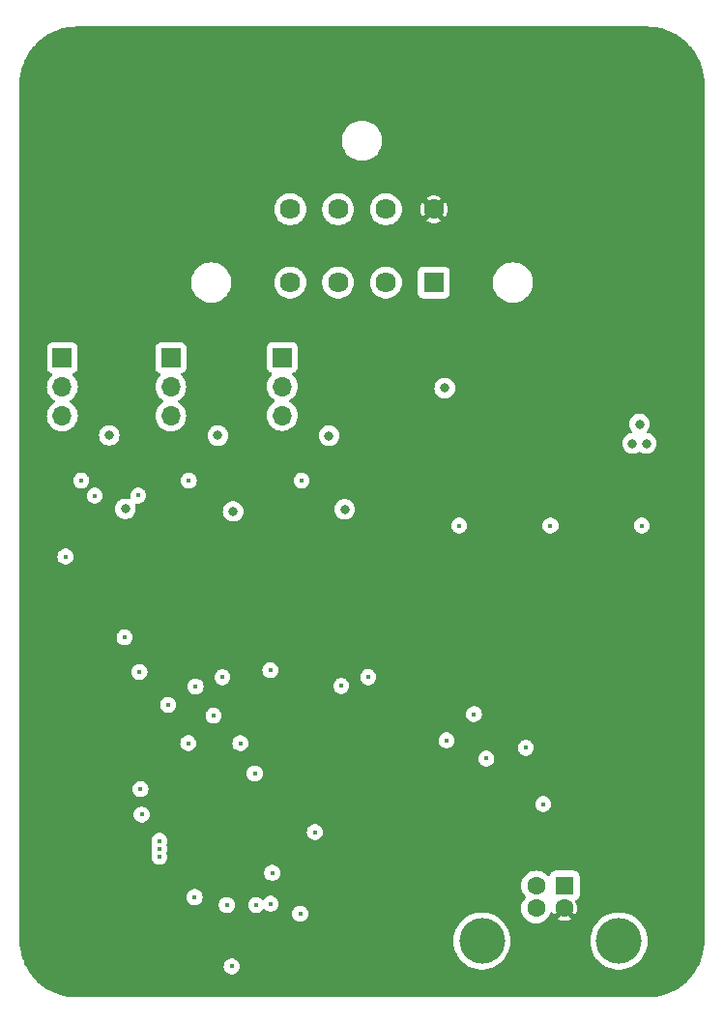
<source format=gbr>
%TF.GenerationSoftware,KiCad,Pcbnew,(7.0.0)*%
%TF.CreationDate,2023-06-27T20:49:59+12:00*%
%TF.ProjectId,VehicleVCU_PCB,56656869-636c-4655-9643-555f5043422e,rev?*%
%TF.SameCoordinates,Original*%
%TF.FileFunction,Copper,L2,Inr*%
%TF.FilePolarity,Positive*%
%FSLAX46Y46*%
G04 Gerber Fmt 4.6, Leading zero omitted, Abs format (unit mm)*
G04 Created by KiCad (PCBNEW (7.0.0)) date 2023-06-27 20:49:59*
%MOMM*%
%LPD*%
G01*
G04 APERTURE LIST*
%TA.AperFunction,ComponentPad*%
%ADD10R,1.785000X1.785000*%
%TD*%
%TA.AperFunction,ComponentPad*%
%ADD11C,1.785000*%
%TD*%
%TA.AperFunction,ComponentPad*%
%ADD12R,1.700000X1.700000*%
%TD*%
%TA.AperFunction,ComponentPad*%
%ADD13O,1.700000X1.700000*%
%TD*%
%TA.AperFunction,ComponentPad*%
%ADD14R,1.600000X1.600000*%
%TD*%
%TA.AperFunction,ComponentPad*%
%ADD15C,1.600000*%
%TD*%
%TA.AperFunction,ComponentPad*%
%ADD16C,4.000000*%
%TD*%
%TA.AperFunction,ViaPad*%
%ADD17C,0.400000*%
%TD*%
%TA.AperFunction,ViaPad*%
%ADD18C,0.800000*%
%TD*%
G04 APERTURE END LIST*
D10*
%TO.N,GLV+*%
%TO.C,J2*%
X156284999Y-77399999D03*
D11*
%TO.N,CAN3-*%
X152095000Y-77400000D03*
%TO.N,CAN2-*%
X147905000Y-77400000D03*
%TO.N,CAN1-*%
X143715000Y-77400000D03*
%TO.N,CAN1+*%
X143715000Y-71000000D03*
%TO.N,CAN2+*%
X147905000Y-71000000D03*
%TO.N,CAN3+*%
X152095000Y-71000000D03*
%TO.N,GND*%
X156285000Y-71000000D03*
%TD*%
D12*
%TO.N,unconnected-(JP1-A-Pad1)*%
%TO.C,JP1*%
X142999999Y-83959999D03*
D13*
%TO.N,CAN3+*%
X142999999Y-86499999D03*
%TO.N,Net-(JP1-B)*%
X142999999Y-89039999D03*
%TD*%
D14*
%TO.N,Net-(D1-A)*%
%TO.C,J1*%
X167749999Y-130212499D03*
D15*
%TO.N,D-*%
X165250000Y-130212500D03*
%TO.N,D+*%
X165250000Y-132212500D03*
%TO.N,GND*%
X167750000Y-132212500D03*
D16*
%TO.N,unconnected-(J1-Shield-Pad5)*%
X172500000Y-135072500D03*
X160500000Y-135072500D03*
%TD*%
D12*
%TO.N,unconnected-(JP3-A-Pad1)*%
%TO.C,JP3*%
X123749999Y-83999999D03*
D13*
%TO.N,CAN1+*%
X123749999Y-86539999D03*
%TO.N,Net-(JP3-B)*%
X123749999Y-89079999D03*
%TD*%
D12*
%TO.N,unconnected-(JP2-A-Pad1)*%
%TO.C,JP2*%
X133249999Y-83999999D03*
D13*
%TO.N,CAN2+*%
X133249999Y-86539999D03*
%TO.N,Net-(JP2-B)*%
X133249999Y-89079999D03*
%TD*%
D17*
%TO.N,EN*%
X160890000Y-119090000D03*
X141990000Y-131810000D03*
%TO.N,GND*%
X145460000Y-129090000D03*
X146920000Y-97190000D03*
X164260000Y-102670000D03*
X145450000Y-130430000D03*
X144700000Y-93220000D03*
X137000000Y-124500000D03*
X149690000Y-114540000D03*
X145850000Y-84640000D03*
X139000000Y-124500000D03*
X167800000Y-127700000D03*
X141700000Y-132760000D03*
X149430000Y-119480000D03*
X137770000Y-113510000D03*
X131420000Y-119270000D03*
X138190000Y-133670000D03*
X148290000Y-126380000D03*
X138610000Y-115340000D03*
X126680000Y-99040000D03*
X147910000Y-117210000D03*
X137370000Y-92750000D03*
X132010000Y-134090000D03*
X176720000Y-85370000D03*
X137000000Y-125500000D03*
X138000000Y-126500000D03*
X135650000Y-115330000D03*
X132780000Y-119260000D03*
X172280000Y-107710000D03*
X157410000Y-116010000D03*
X137000000Y-126500000D03*
X125520000Y-107270000D03*
X156250000Y-107700000D03*
X144520000Y-125490000D03*
X146020000Y-118380000D03*
X122490000Y-101390000D03*
X139000000Y-123500000D03*
X147130000Y-92780000D03*
X129270000Y-86150000D03*
X127870000Y-92820000D03*
X126590000Y-84650000D03*
D18*
X162042500Y-94910000D03*
D17*
X125540000Y-105330000D03*
X155880000Y-137040000D03*
X139420000Y-102210000D03*
X152860000Y-129460000D03*
X121430000Y-106280000D03*
X126590000Y-107240000D03*
D18*
X155740000Y-86660000D03*
X169600000Y-85700000D03*
D17*
X172250000Y-102620000D03*
X164260000Y-107610000D03*
X138000000Y-123500000D03*
X148510000Y-86120000D03*
X139000000Y-126500000D03*
X137180000Y-97190000D03*
X131977276Y-129829713D03*
X125420000Y-93230000D03*
X162070000Y-123010000D03*
D18*
X176600000Y-89300000D03*
D17*
X135290000Y-132750000D03*
X137000000Y-123500000D03*
X126510000Y-104650000D03*
X139000000Y-125500000D03*
X148110000Y-121360000D03*
X138760000Y-86120000D03*
X141900000Y-134220000D03*
X134960000Y-93240000D03*
X138000000Y-124500000D03*
X136130000Y-84590000D03*
X156240000Y-102660000D03*
X141900000Y-137290000D03*
X148270000Y-127750000D03*
X138000000Y-125500000D03*
D18*
X169110000Y-89540000D03*
D17*
X122440000Y-107440000D03*
%TO.N,+3V3*%
X139340000Y-117750000D03*
X174500000Y-98700000D03*
X133010000Y-114380000D03*
X136990000Y-115340000D03*
X150550000Y-111960000D03*
X159810000Y-115199500D03*
X124020000Y-101410000D03*
D18*
X129270000Y-97230000D03*
D17*
X135340000Y-131220000D03*
D18*
X173700000Y-91500000D03*
D17*
X137770000Y-111970000D03*
X135420000Y-112780000D03*
X165880000Y-123080000D03*
X148170000Y-112730000D03*
X138580000Y-137290000D03*
D18*
X174300000Y-89800000D03*
D17*
X142130000Y-129100000D03*
X134780000Y-117740000D03*
X158500000Y-98700000D03*
D18*
X148480000Y-97270000D03*
D17*
X166500000Y-98700000D03*
X144580000Y-132680000D03*
X145870000Y-125530000D03*
X130600000Y-121770000D03*
X138150000Y-131910500D03*
D18*
X174900000Y-91500000D03*
X138710000Y-97450000D03*
X157240000Y-86660000D03*
D17*
X140730000Y-131915500D03*
D18*
%TO.N,CAN1+*%
X127860000Y-90800000D03*
%TO.N,CAN2+*%
X137370000Y-90810000D03*
%TO.N,CAN3+*%
X147110000Y-90820000D03*
D17*
%TO.N,CAN2_SPI_INT*%
X134830000Y-94750000D03*
X129200000Y-108480000D03*
%TO.N,CAN3_SPI_INT*%
X141970000Y-111350000D03*
X144710000Y-94750000D03*
X140600000Y-120400000D03*
%TO.N,CAN1_INT*%
X125410000Y-94760000D03*
X132250000Y-127700000D03*
%TO.N,RTS*%
X157400000Y-117500000D03*
X164340000Y-118150000D03*
%TO.N,SCLK*%
X130500000Y-111500000D03*
X130695000Y-123995000D03*
%TO.N,CAN1_TX*%
X126590000Y-96070000D03*
X132260000Y-127000000D03*
%TO.N,CAN1_RX*%
X130400000Y-96060000D03*
X132250000Y-126300000D03*
%TD*%
%TA.AperFunction,Conductor*%
%TO.N,GND*%
G36*
X175002562Y-55000605D02*
G01*
X175217600Y-55009500D01*
X175413455Y-55018052D01*
X175423330Y-55018881D01*
X175636706Y-55045479D01*
X175636793Y-55045490D01*
X175834945Y-55071577D01*
X175844192Y-55073153D01*
X176053521Y-55117044D01*
X176054765Y-55117312D01*
X176250386Y-55160680D01*
X176258901Y-55162889D01*
X176463665Y-55223850D01*
X176465325Y-55224359D01*
X176656696Y-55284698D01*
X176664453Y-55287431D01*
X176863363Y-55365046D01*
X176865513Y-55365911D01*
X177051024Y-55442752D01*
X177057972Y-55445886D01*
X177225903Y-55527982D01*
X177249587Y-55539561D01*
X177252383Y-55540972D01*
X177430420Y-55633652D01*
X177436636Y-55637118D01*
X177619793Y-55746255D01*
X177622929Y-55748187D01*
X177686491Y-55788681D01*
X177792282Y-55856078D01*
X177797710Y-55859741D01*
X177971184Y-55983599D01*
X177974616Y-55986140D01*
X178133912Y-56108372D01*
X178138567Y-56112126D01*
X178301226Y-56249891D01*
X178304838Y-56253072D01*
X178452925Y-56388769D01*
X178456807Y-56392486D01*
X178607512Y-56543191D01*
X178611232Y-56547076D01*
X178746921Y-56695155D01*
X178750107Y-56698772D01*
X178887872Y-56861431D01*
X178891626Y-56866086D01*
X179013858Y-57025382D01*
X179016399Y-57028814D01*
X179140257Y-57202288D01*
X179143920Y-57207716D01*
X179251800Y-57377052D01*
X179253743Y-57380205D01*
X179362880Y-57563362D01*
X179366346Y-57569578D01*
X179459026Y-57747615D01*
X179460437Y-57750411D01*
X179554099Y-57941997D01*
X179557260Y-57949005D01*
X179634051Y-58134395D01*
X179635008Y-58136774D01*
X179712559Y-58335523D01*
X179715302Y-58343309D01*
X179775602Y-58534554D01*
X179776186Y-58536460D01*
X179837105Y-58741084D01*
X179839321Y-58749627D01*
X179882671Y-58945166D01*
X179882971Y-58946559D01*
X179926844Y-59155802D01*
X179928422Y-59165062D01*
X179954459Y-59362829D01*
X179954568Y-59363677D01*
X179981114Y-59576641D01*
X179981948Y-59586570D01*
X179990513Y-59782728D01*
X179990525Y-59783013D01*
X179999394Y-59997438D01*
X179999500Y-60002562D01*
X179999500Y-134997438D01*
X179999394Y-135002563D01*
X179990525Y-135216987D01*
X179990513Y-135217271D01*
X179981948Y-135413428D01*
X179981114Y-135423357D01*
X179954568Y-135636321D01*
X179954459Y-135637169D01*
X179928422Y-135834936D01*
X179926844Y-135844196D01*
X179882971Y-136053439D01*
X179882671Y-136054832D01*
X179839321Y-136250371D01*
X179837105Y-136258914D01*
X179776186Y-136463538D01*
X179775602Y-136465444D01*
X179715302Y-136656689D01*
X179712559Y-136664475D01*
X179635008Y-136863224D01*
X179634051Y-136865603D01*
X179557260Y-137050993D01*
X179554099Y-137058001D01*
X179460437Y-137249587D01*
X179459026Y-137252383D01*
X179366346Y-137430420D01*
X179362880Y-137436636D01*
X179253743Y-137619793D01*
X179251800Y-137622946D01*
X179143920Y-137792282D01*
X179140257Y-137797710D01*
X179016399Y-137971184D01*
X179013858Y-137974616D01*
X178891626Y-138133912D01*
X178887872Y-138138567D01*
X178750107Y-138301226D01*
X178746908Y-138304858D01*
X178611254Y-138452899D01*
X178607512Y-138456807D01*
X178456807Y-138607512D01*
X178452899Y-138611254D01*
X178304858Y-138746908D01*
X178301226Y-138750107D01*
X178138567Y-138887872D01*
X178133912Y-138891626D01*
X177974616Y-139013858D01*
X177971184Y-139016399D01*
X177797710Y-139140257D01*
X177792282Y-139143920D01*
X177622946Y-139251800D01*
X177619793Y-139253743D01*
X177436636Y-139362880D01*
X177430420Y-139366346D01*
X177252383Y-139459026D01*
X177249587Y-139460437D01*
X177058001Y-139554099D01*
X177050993Y-139557260D01*
X176865603Y-139634051D01*
X176863224Y-139635008D01*
X176664475Y-139712559D01*
X176656689Y-139715302D01*
X176465444Y-139775602D01*
X176463538Y-139776186D01*
X176258914Y-139837105D01*
X176250371Y-139839321D01*
X176054832Y-139882671D01*
X176053439Y-139882971D01*
X175844196Y-139926844D01*
X175834936Y-139928422D01*
X175637169Y-139954459D01*
X175636321Y-139954568D01*
X175423357Y-139981114D01*
X175413428Y-139981948D01*
X175217381Y-139990508D01*
X175217097Y-139990520D01*
X175002563Y-139999394D01*
X174997438Y-139999500D01*
X125002562Y-139999500D01*
X124997437Y-139999394D01*
X124782901Y-139990520D01*
X124782617Y-139990508D01*
X124586570Y-139981948D01*
X124576641Y-139981114D01*
X124363677Y-139954568D01*
X124362829Y-139954459D01*
X124165062Y-139928422D01*
X124155802Y-139926844D01*
X123946559Y-139882971D01*
X123945166Y-139882671D01*
X123749627Y-139839321D01*
X123741084Y-139837105D01*
X123536460Y-139776186D01*
X123534554Y-139775602D01*
X123343309Y-139715302D01*
X123335523Y-139712559D01*
X123206985Y-139662404D01*
X123136734Y-139634991D01*
X123134395Y-139634051D01*
X122949005Y-139557260D01*
X122941997Y-139554099D01*
X122750411Y-139460437D01*
X122747615Y-139459026D01*
X122569578Y-139366346D01*
X122563362Y-139362880D01*
X122380205Y-139253743D01*
X122377052Y-139251800D01*
X122207716Y-139143920D01*
X122202288Y-139140257D01*
X122028814Y-139016399D01*
X122025382Y-139013858D01*
X121866086Y-138891626D01*
X121861431Y-138887872D01*
X121698772Y-138750107D01*
X121695155Y-138746921D01*
X121547076Y-138611232D01*
X121543191Y-138607512D01*
X121392486Y-138456807D01*
X121388769Y-138452925D01*
X121253072Y-138304838D01*
X121249891Y-138301226D01*
X121112126Y-138138567D01*
X121108372Y-138133912D01*
X120986140Y-137974616D01*
X120983599Y-137971184D01*
X120859741Y-137797710D01*
X120856078Y-137792282D01*
X120748198Y-137622946D01*
X120746255Y-137619793D01*
X120637118Y-137436636D01*
X120633652Y-137430420D01*
X120560554Y-137290000D01*
X137874355Y-137290000D01*
X137875259Y-137297445D01*
X137893955Y-137451423D01*
X137893956Y-137451427D01*
X137894860Y-137458872D01*
X137897518Y-137465882D01*
X137897520Y-137465888D01*
X137952520Y-137610912D01*
X137955182Y-137617930D01*
X138051817Y-137757929D01*
X138179148Y-137870734D01*
X138329775Y-137949790D01*
X138494944Y-137990500D01*
X138657556Y-137990500D01*
X138665056Y-137990500D01*
X138830225Y-137949790D01*
X138980852Y-137870734D01*
X139108183Y-137757929D01*
X139204818Y-137617930D01*
X139265140Y-137458872D01*
X139285645Y-137290000D01*
X139265140Y-137121128D01*
X139204818Y-136962070D01*
X139108183Y-136822071D01*
X138980852Y-136709266D01*
X138895511Y-136664475D01*
X138836866Y-136633695D01*
X138836862Y-136633693D01*
X138830225Y-136630210D01*
X138822947Y-136628416D01*
X138822944Y-136628415D01*
X138672337Y-136591294D01*
X138672332Y-136591293D01*
X138665056Y-136589500D01*
X138494944Y-136589500D01*
X138487668Y-136591293D01*
X138487662Y-136591294D01*
X138337055Y-136628415D01*
X138337050Y-136628416D01*
X138329775Y-136630210D01*
X138323140Y-136633692D01*
X138323133Y-136633695D01*
X138185791Y-136705779D01*
X138185788Y-136705780D01*
X138179148Y-136709266D01*
X138173537Y-136714236D01*
X138173531Y-136714241D01*
X138057430Y-136817098D01*
X138051817Y-136822071D01*
X138047562Y-136828235D01*
X138047557Y-136828241D01*
X137959445Y-136955893D01*
X137959442Y-136955897D01*
X137955182Y-136962070D01*
X137952523Y-136969081D01*
X137952520Y-136969087D01*
X137897520Y-137114111D01*
X137897517Y-137114119D01*
X137894860Y-137121128D01*
X137893956Y-137128570D01*
X137893955Y-137128576D01*
X137875356Y-137281755D01*
X137874355Y-137290000D01*
X120560554Y-137290000D01*
X120540972Y-137252383D01*
X120539561Y-137249587D01*
X120527982Y-137225903D01*
X120445886Y-137057972D01*
X120442752Y-137051024D01*
X120365911Y-136865513D01*
X120365046Y-136863363D01*
X120287431Y-136664453D01*
X120284696Y-136656689D01*
X120277446Y-136633695D01*
X120224359Y-136465325D01*
X120223850Y-136463665D01*
X120162889Y-136258901D01*
X120160680Y-136250386D01*
X120117312Y-136054765D01*
X120117027Y-136053439D01*
X120111495Y-136027057D01*
X120073153Y-135844192D01*
X120071576Y-135834936D01*
X120045490Y-135636793D01*
X120045483Y-135636743D01*
X120018881Y-135423330D01*
X120018052Y-135413455D01*
X120009486Y-135217271D01*
X120003498Y-135072500D01*
X157994556Y-135072500D01*
X158014312Y-135386515D01*
X158015039Y-135390327D01*
X158015041Y-135390341D01*
X158072538Y-135691749D01*
X158073269Y-135695579D01*
X158170497Y-135994815D01*
X158304463Y-136279507D01*
X158306545Y-136282788D01*
X158306548Y-136282793D01*
X158470962Y-136541869D01*
X158470966Y-136541875D01*
X158473053Y-136545163D01*
X158475532Y-136548160D01*
X158475536Y-136548165D01*
X158541925Y-136628415D01*
X158673610Y-136787594D01*
X158902970Y-137002978D01*
X159157516Y-137187916D01*
X159160923Y-137189789D01*
X159356747Y-137297445D01*
X159433234Y-137339494D01*
X159725775Y-137455319D01*
X160030527Y-137533566D01*
X160342682Y-137573000D01*
X160653423Y-137573000D01*
X160657318Y-137573000D01*
X160969473Y-137533566D01*
X161274225Y-137455319D01*
X161566766Y-137339494D01*
X161842484Y-137187916D01*
X162097030Y-137002978D01*
X162326390Y-136787594D01*
X162526947Y-136545163D01*
X162695537Y-136279507D01*
X162829503Y-135994815D01*
X162926731Y-135695579D01*
X162985688Y-135386515D01*
X163005444Y-135072500D01*
X169994556Y-135072500D01*
X170014312Y-135386515D01*
X170015039Y-135390327D01*
X170015041Y-135390341D01*
X170072538Y-135691749D01*
X170073269Y-135695579D01*
X170170497Y-135994815D01*
X170304463Y-136279507D01*
X170306545Y-136282788D01*
X170306548Y-136282793D01*
X170470962Y-136541869D01*
X170470966Y-136541875D01*
X170473053Y-136545163D01*
X170475532Y-136548160D01*
X170475536Y-136548165D01*
X170541925Y-136628415D01*
X170673610Y-136787594D01*
X170902970Y-137002978D01*
X171157516Y-137187916D01*
X171160923Y-137189789D01*
X171356747Y-137297445D01*
X171433234Y-137339494D01*
X171725775Y-137455319D01*
X172030527Y-137533566D01*
X172342682Y-137573000D01*
X172653423Y-137573000D01*
X172657318Y-137573000D01*
X172969473Y-137533566D01*
X173274225Y-137455319D01*
X173566766Y-137339494D01*
X173842484Y-137187916D01*
X174097030Y-137002978D01*
X174326390Y-136787594D01*
X174526947Y-136545163D01*
X174695537Y-136279507D01*
X174829503Y-135994815D01*
X174926731Y-135695579D01*
X174985688Y-135386515D01*
X175005444Y-135072500D01*
X174985688Y-134758485D01*
X174926731Y-134449421D01*
X174829503Y-134150185D01*
X174695537Y-133865493D01*
X174526947Y-133599837D01*
X174326390Y-133357406D01*
X174097030Y-133142022D01*
X174089874Y-133136823D01*
X173845633Y-132959372D01*
X173845634Y-132959372D01*
X173842484Y-132957084D01*
X173839081Y-132955213D01*
X173839076Y-132955210D01*
X173570183Y-132807384D01*
X173570176Y-132807380D01*
X173566766Y-132805506D01*
X173563140Y-132804070D01*
X173563135Y-132804068D01*
X173277847Y-132691115D01*
X173277846Y-132691114D01*
X173274225Y-132689681D01*
X173270455Y-132688713D01*
X173270452Y-132688712D01*
X172973256Y-132612405D01*
X172973251Y-132612404D01*
X172969473Y-132611434D01*
X172965602Y-132610945D01*
X172965597Y-132610944D01*
X172661184Y-132572488D01*
X172661177Y-132572487D01*
X172657318Y-132572000D01*
X172342682Y-132572000D01*
X172338823Y-132572487D01*
X172338815Y-132572488D01*
X172034402Y-132610944D01*
X172034394Y-132610945D01*
X172030527Y-132611434D01*
X172026751Y-132612403D01*
X172026743Y-132612405D01*
X171729547Y-132688712D01*
X171729539Y-132688714D01*
X171725775Y-132689681D01*
X171722158Y-132691112D01*
X171722152Y-132691115D01*
X171436864Y-132804068D01*
X171436853Y-132804072D01*
X171433234Y-132805506D01*
X171429829Y-132807377D01*
X171429816Y-132807384D01*
X171160923Y-132955210D01*
X171160911Y-132955217D01*
X171157516Y-132957084D01*
X171154372Y-132959367D01*
X171154366Y-132959372D01*
X170906126Y-133139728D01*
X170906115Y-133139736D01*
X170902970Y-133142022D01*
X170900135Y-133144683D01*
X170900128Y-133144690D01*
X170676447Y-133354741D01*
X170676440Y-133354748D01*
X170673610Y-133357406D01*
X170671135Y-133360397D01*
X170671131Y-133360402D01*
X170475536Y-133596834D01*
X170475526Y-133596846D01*
X170473053Y-133599837D01*
X170470971Y-133603116D01*
X170470962Y-133603130D01*
X170306548Y-133862206D01*
X170306541Y-133862217D01*
X170304463Y-133865493D01*
X170302810Y-133869004D01*
X170302807Y-133869011D01*
X170172153Y-134146665D01*
X170170497Y-134150185D01*
X170073269Y-134449421D01*
X170072540Y-134453241D01*
X170072538Y-134453250D01*
X170015041Y-134754658D01*
X170015038Y-134754674D01*
X170014312Y-134758485D01*
X169994556Y-135072500D01*
X163005444Y-135072500D01*
X162985688Y-134758485D01*
X162926731Y-134449421D01*
X162829503Y-134150185D01*
X162695537Y-133865493D01*
X162526947Y-133599837D01*
X162326390Y-133357406D01*
X162097030Y-133142022D01*
X162089874Y-133136823D01*
X161845633Y-132959372D01*
X161845634Y-132959372D01*
X161842484Y-132957084D01*
X161839081Y-132955213D01*
X161839076Y-132955210D01*
X161570183Y-132807384D01*
X161570176Y-132807380D01*
X161566766Y-132805506D01*
X161563140Y-132804070D01*
X161563135Y-132804068D01*
X161277847Y-132691115D01*
X161277846Y-132691114D01*
X161274225Y-132689681D01*
X161270455Y-132688713D01*
X161270452Y-132688712D01*
X160973256Y-132612405D01*
X160973251Y-132612404D01*
X160969473Y-132611434D01*
X160965602Y-132610945D01*
X160965597Y-132610944D01*
X160661184Y-132572488D01*
X160661177Y-132572487D01*
X160657318Y-132572000D01*
X160342682Y-132572000D01*
X160338823Y-132572487D01*
X160338815Y-132572488D01*
X160034402Y-132610944D01*
X160034394Y-132610945D01*
X160030527Y-132611434D01*
X160026751Y-132612403D01*
X160026743Y-132612405D01*
X159729547Y-132688712D01*
X159729539Y-132688714D01*
X159725775Y-132689681D01*
X159722158Y-132691112D01*
X159722152Y-132691115D01*
X159436864Y-132804068D01*
X159436853Y-132804072D01*
X159433234Y-132805506D01*
X159429829Y-132807377D01*
X159429816Y-132807384D01*
X159160923Y-132955210D01*
X159160911Y-132955217D01*
X159157516Y-132957084D01*
X159154372Y-132959367D01*
X159154366Y-132959372D01*
X158906126Y-133139728D01*
X158906115Y-133139736D01*
X158902970Y-133142022D01*
X158900135Y-133144683D01*
X158900128Y-133144690D01*
X158676447Y-133354741D01*
X158676440Y-133354748D01*
X158673610Y-133357406D01*
X158671135Y-133360397D01*
X158671131Y-133360402D01*
X158475536Y-133596834D01*
X158475526Y-133596846D01*
X158473053Y-133599837D01*
X158470971Y-133603116D01*
X158470962Y-133603130D01*
X158306548Y-133862206D01*
X158306541Y-133862217D01*
X158304463Y-133865493D01*
X158302810Y-133869004D01*
X158302807Y-133869011D01*
X158172153Y-134146665D01*
X158170497Y-134150185D01*
X158073269Y-134449421D01*
X158072540Y-134453241D01*
X158072538Y-134453250D01*
X158015041Y-134754658D01*
X158015038Y-134754674D01*
X158014312Y-134758485D01*
X157994556Y-135072500D01*
X120003498Y-135072500D01*
X120000605Y-135002562D01*
X120000500Y-134997439D01*
X120000500Y-132680000D01*
X143874355Y-132680000D01*
X143875259Y-132687445D01*
X143893955Y-132841423D01*
X143893956Y-132841427D01*
X143894860Y-132848872D01*
X143897518Y-132855882D01*
X143897520Y-132855888D01*
X143952520Y-133000912D01*
X143955182Y-133007930D01*
X143959444Y-133014105D01*
X143959445Y-133014106D01*
X144044151Y-133136824D01*
X144051817Y-133147929D01*
X144179148Y-133260734D01*
X144329775Y-133339790D01*
X144494944Y-133380500D01*
X144657556Y-133380500D01*
X144665056Y-133380500D01*
X144830225Y-133339790D01*
X144980852Y-133260734D01*
X145108183Y-133147929D01*
X145204818Y-133007930D01*
X145265140Y-132848872D01*
X145285645Y-132680000D01*
X145265140Y-132511128D01*
X145257604Y-132491258D01*
X145216700Y-132383401D01*
X145204818Y-132352070D01*
X145126377Y-132238430D01*
X145112442Y-132218241D01*
X145112441Y-132218240D01*
X145108479Y-132212500D01*
X163944532Y-132212500D01*
X163945004Y-132217895D01*
X163962773Y-132421004D01*
X163964365Y-132439192D01*
X163965762Y-132444407D01*
X163965764Y-132444416D01*
X164021858Y-132653763D01*
X164021861Y-132653771D01*
X164023261Y-132658996D01*
X164119432Y-132865234D01*
X164122539Y-132869671D01*
X164122540Y-132869673D01*
X164206600Y-132989724D01*
X164249953Y-133051639D01*
X164410861Y-133212547D01*
X164597266Y-133343068D01*
X164803504Y-133439239D01*
X165023308Y-133498135D01*
X165250000Y-133517968D01*
X165476692Y-133498135D01*
X165696496Y-133439239D01*
X165902734Y-133343068D01*
X166089139Y-133212547D01*
X166155408Y-133146278D01*
X167173298Y-133146278D01*
X167181235Y-133154124D01*
X167252712Y-133198380D01*
X167262929Y-133203468D01*
X167442333Y-133272969D01*
X167453318Y-133276094D01*
X167642440Y-133311447D01*
X167653799Y-133312500D01*
X167846201Y-133312500D01*
X167857559Y-133311447D01*
X168046681Y-133276094D01*
X168057666Y-133272969D01*
X168237071Y-133203468D01*
X168247284Y-133198382D01*
X168318764Y-133154123D01*
X168326701Y-133146278D01*
X168320771Y-133136824D01*
X167761542Y-132577595D01*
X167750000Y-132570931D01*
X167738456Y-132577596D01*
X167179228Y-133136823D01*
X167173298Y-133146278D01*
X166155408Y-133146278D01*
X166250047Y-133051639D01*
X166380568Y-132865234D01*
X166476739Y-132658996D01*
X166485638Y-132625783D01*
X166515860Y-132572106D01*
X166568183Y-132539596D01*
X166629695Y-132536276D01*
X166685213Y-132562965D01*
X166721038Y-132613077D01*
X166722442Y-132616702D01*
X166806645Y-132785805D01*
X166812944Y-132790488D01*
X166825111Y-132783834D01*
X167662318Y-131946627D01*
X167717905Y-131914533D01*
X167782093Y-131914533D01*
X167837680Y-131946627D01*
X168674890Y-132783837D01*
X168687054Y-132790490D01*
X168693350Y-132785812D01*
X168777554Y-132616708D01*
X168781685Y-132606045D01*
X168834333Y-132421004D01*
X168836431Y-132409782D01*
X168854184Y-132218209D01*
X168854184Y-132206791D01*
X168836431Y-132015217D01*
X168834333Y-132003995D01*
X168781685Y-131818954D01*
X168777556Y-131808296D01*
X168693451Y-131639391D01*
X168681029Y-131572158D01*
X168706129Y-131508562D01*
X168761117Y-131467937D01*
X168792331Y-131456296D01*
X168907546Y-131370046D01*
X168993796Y-131254831D01*
X169044091Y-131119983D01*
X169050500Y-131060373D01*
X169050499Y-129364628D01*
X169044091Y-129305017D01*
X168993796Y-129170169D01*
X168907546Y-129054954D01*
X168792331Y-128968704D01*
X168711554Y-128938576D01*
X168664752Y-128921120D01*
X168664750Y-128921119D01*
X168657483Y-128918409D01*
X168649770Y-128917579D01*
X168649767Y-128917579D01*
X168601180Y-128912355D01*
X168601169Y-128912354D01*
X168597873Y-128912000D01*
X168594550Y-128912000D01*
X166905439Y-128912000D01*
X166905420Y-128912000D01*
X166902128Y-128912001D01*
X166898850Y-128912353D01*
X166898838Y-128912354D01*
X166850231Y-128917579D01*
X166850225Y-128917580D01*
X166842517Y-128918409D01*
X166835252Y-128921118D01*
X166835246Y-128921120D01*
X166715980Y-128965604D01*
X166715978Y-128965604D01*
X166707669Y-128968704D01*
X166700572Y-128974016D01*
X166700568Y-128974019D01*
X166599550Y-129049641D01*
X166599546Y-129049644D01*
X166592454Y-129054954D01*
X166587144Y-129062046D01*
X166587141Y-129062050D01*
X166511519Y-129163068D01*
X166511516Y-129163072D01*
X166506204Y-129170169D01*
X166503104Y-129178478D01*
X166503104Y-129178480D01*
X166458619Y-129297749D01*
X166458617Y-129297754D01*
X166455909Y-129305017D01*
X166455193Y-129311671D01*
X166424372Y-129368414D01*
X166368628Y-129401995D01*
X166303556Y-129402720D01*
X166247077Y-129370391D01*
X166092968Y-129216282D01*
X166089139Y-129212453D01*
X165928538Y-129100000D01*
X165907173Y-129085040D01*
X165907171Y-129085039D01*
X165902734Y-129081932D01*
X165696496Y-128985761D01*
X165691271Y-128984361D01*
X165691263Y-128984358D01*
X165481916Y-128928264D01*
X165481907Y-128928262D01*
X165476692Y-128926865D01*
X165471304Y-128926393D01*
X165471301Y-128926393D01*
X165255395Y-128907504D01*
X165250000Y-128907032D01*
X165244605Y-128907504D01*
X165028698Y-128926393D01*
X165028693Y-128926393D01*
X165023308Y-128926865D01*
X165018094Y-128928262D01*
X165018083Y-128928264D01*
X164808736Y-128984358D01*
X164808724Y-128984362D01*
X164803504Y-128985761D01*
X164798599Y-128988047D01*
X164798594Y-128988050D01*
X164602176Y-129079642D01*
X164602172Y-129079644D01*
X164597266Y-129081932D01*
X164592833Y-129085035D01*
X164592826Y-129085040D01*
X164415296Y-129209347D01*
X164415291Y-129209350D01*
X164410861Y-129212453D01*
X164407037Y-129216276D01*
X164407031Y-129216282D01*
X164253782Y-129369531D01*
X164253776Y-129369537D01*
X164249953Y-129373361D01*
X164246850Y-129377791D01*
X164246847Y-129377796D01*
X164122540Y-129555326D01*
X164122535Y-129555333D01*
X164119432Y-129559766D01*
X164117144Y-129564672D01*
X164117142Y-129564676D01*
X164025550Y-129761094D01*
X164025547Y-129761099D01*
X164023261Y-129766004D01*
X164021862Y-129771224D01*
X164021858Y-129771236D01*
X163965764Y-129980583D01*
X163965762Y-129980594D01*
X163964365Y-129985808D01*
X163944532Y-130212500D01*
X163964365Y-130439192D01*
X163965762Y-130444407D01*
X163965764Y-130444416D01*
X164021858Y-130653763D01*
X164021861Y-130653771D01*
X164023261Y-130658996D01*
X164119432Y-130865234D01*
X164122539Y-130869671D01*
X164122540Y-130869673D01*
X164143136Y-130899087D01*
X164249953Y-131051639D01*
X164253782Y-131055468D01*
X164323133Y-131124819D01*
X164355227Y-131180406D01*
X164355227Y-131244594D01*
X164323133Y-131300181D01*
X164253782Y-131369531D01*
X164253776Y-131369537D01*
X164249953Y-131373361D01*
X164246850Y-131377791D01*
X164246847Y-131377796D01*
X164122540Y-131555326D01*
X164122535Y-131555333D01*
X164119432Y-131559766D01*
X164117144Y-131564672D01*
X164117142Y-131564676D01*
X164025550Y-131761094D01*
X164025547Y-131761099D01*
X164023261Y-131766004D01*
X164021862Y-131771224D01*
X164021858Y-131771236D01*
X163965764Y-131980583D01*
X163965762Y-131980594D01*
X163964365Y-131985808D01*
X163963893Y-131991193D01*
X163963893Y-131991198D01*
X163954003Y-132104241D01*
X163944532Y-132212500D01*
X145108479Y-132212500D01*
X145108183Y-132212071D01*
X144980852Y-132099266D01*
X144942948Y-132079372D01*
X144836866Y-132023695D01*
X144836862Y-132023693D01*
X144830225Y-132020210D01*
X144822947Y-132018416D01*
X144822944Y-132018415D01*
X144672337Y-131981294D01*
X144672332Y-131981293D01*
X144665056Y-131979500D01*
X144494944Y-131979500D01*
X144487668Y-131981293D01*
X144487662Y-131981294D01*
X144337055Y-132018415D01*
X144337050Y-132018416D01*
X144329775Y-132020210D01*
X144323140Y-132023692D01*
X144323133Y-132023695D01*
X144185791Y-132095779D01*
X144185788Y-132095780D01*
X144179148Y-132099266D01*
X144173537Y-132104236D01*
X144173531Y-132104241D01*
X144057777Y-132206791D01*
X144051817Y-132212071D01*
X144047562Y-132218235D01*
X144047557Y-132218241D01*
X143959445Y-132345893D01*
X143959442Y-132345897D01*
X143955182Y-132352070D01*
X143952523Y-132359081D01*
X143952520Y-132359087D01*
X143897520Y-132504111D01*
X143897517Y-132504119D01*
X143894860Y-132511128D01*
X143893956Y-132518570D01*
X143893955Y-132518576D01*
X143882481Y-132613077D01*
X143874355Y-132680000D01*
X120000500Y-132680000D01*
X120000500Y-131220000D01*
X134634355Y-131220000D01*
X134635259Y-131227445D01*
X134653955Y-131381423D01*
X134653956Y-131381427D01*
X134654860Y-131388872D01*
X134657518Y-131395882D01*
X134657520Y-131395888D01*
X134712520Y-131540912D01*
X134715182Y-131547930D01*
X134719444Y-131554105D01*
X134719445Y-131554106D01*
X134778312Y-131639390D01*
X134811817Y-131687929D01*
X134939148Y-131800734D01*
X135089775Y-131879790D01*
X135254944Y-131920500D01*
X135417556Y-131920500D01*
X135425056Y-131920500D01*
X135465628Y-131910500D01*
X137444355Y-131910500D01*
X137445259Y-131917945D01*
X137463955Y-132071923D01*
X137463956Y-132071927D01*
X137464860Y-132079372D01*
X137467518Y-132086382D01*
X137467520Y-132086388D01*
X137497580Y-132165649D01*
X137525182Y-132238430D01*
X137529444Y-132244605D01*
X137529445Y-132244606D01*
X137603622Y-132352070D01*
X137621817Y-132378429D01*
X137749148Y-132491234D01*
X137899775Y-132570290D01*
X138064944Y-132611000D01*
X138227556Y-132611000D01*
X138235056Y-132611000D01*
X138400225Y-132570290D01*
X138550852Y-132491234D01*
X138678183Y-132378429D01*
X138774818Y-132238430D01*
X138835140Y-132079372D01*
X138855038Y-131915500D01*
X140024355Y-131915500D01*
X140025259Y-131922945D01*
X140043955Y-132076923D01*
X140043956Y-132076927D01*
X140044860Y-132084372D01*
X140047518Y-132091382D01*
X140047520Y-132091388D01*
X140095617Y-132218209D01*
X140105182Y-132243430D01*
X140109444Y-132249605D01*
X140109445Y-132249606D01*
X140185014Y-132359087D01*
X140201817Y-132383429D01*
X140329148Y-132496234D01*
X140479775Y-132575290D01*
X140644944Y-132616000D01*
X140807556Y-132616000D01*
X140815056Y-132616000D01*
X140980225Y-132575290D01*
X141130852Y-132496234D01*
X141258183Y-132383429D01*
X141301133Y-132321204D01*
X141354579Y-132277568D01*
X141423074Y-132269251D01*
X141485408Y-132298829D01*
X141589148Y-132390734D01*
X141739775Y-132469790D01*
X141904944Y-132510500D01*
X142067556Y-132510500D01*
X142075056Y-132510500D01*
X142240225Y-132469790D01*
X142390852Y-132390734D01*
X142518183Y-132277929D01*
X142614818Y-132137930D01*
X142675140Y-131978872D01*
X142695645Y-131810000D01*
X142675140Y-131641128D01*
X142614818Y-131482070D01*
X142518183Y-131342071D01*
X142418675Y-131253915D01*
X142396468Y-131234241D01*
X142396466Y-131234239D01*
X142390852Y-131229266D01*
X142354144Y-131210000D01*
X142246866Y-131153695D01*
X142246862Y-131153693D01*
X142240225Y-131150210D01*
X142232947Y-131148416D01*
X142232944Y-131148415D01*
X142082337Y-131111294D01*
X142082332Y-131111293D01*
X142075056Y-131109500D01*
X141904944Y-131109500D01*
X141897668Y-131111293D01*
X141897662Y-131111294D01*
X141747055Y-131148415D01*
X141747050Y-131148416D01*
X141739775Y-131150210D01*
X141733140Y-131153692D01*
X141733133Y-131153695D01*
X141595791Y-131225779D01*
X141595788Y-131225780D01*
X141589148Y-131229266D01*
X141583537Y-131234236D01*
X141583531Y-131234241D01*
X141467430Y-131337098D01*
X141461817Y-131342071D01*
X141457561Y-131348235D01*
X141457558Y-131348240D01*
X141418865Y-131404296D01*
X141365419Y-131447932D01*
X141296924Y-131456248D01*
X141234589Y-131426669D01*
X141136468Y-131339741D01*
X141136466Y-131339739D01*
X141130852Y-131334766D01*
X141105823Y-131321629D01*
X140986866Y-131259195D01*
X140986862Y-131259193D01*
X140980225Y-131255710D01*
X140972947Y-131253916D01*
X140972944Y-131253915D01*
X140822337Y-131216794D01*
X140822332Y-131216793D01*
X140815056Y-131215000D01*
X140644944Y-131215000D01*
X140637668Y-131216793D01*
X140637662Y-131216794D01*
X140487055Y-131253915D01*
X140487050Y-131253916D01*
X140479775Y-131255710D01*
X140473140Y-131259192D01*
X140473133Y-131259195D01*
X140335791Y-131331279D01*
X140335788Y-131331280D01*
X140329148Y-131334766D01*
X140323537Y-131339736D01*
X140323531Y-131339741D01*
X140207430Y-131442598D01*
X140201817Y-131447571D01*
X140197562Y-131453735D01*
X140197557Y-131453741D01*
X140109445Y-131581393D01*
X140109442Y-131581397D01*
X140105182Y-131587570D01*
X140102523Y-131594581D01*
X140102520Y-131594587D01*
X140047520Y-131739611D01*
X140047517Y-131739619D01*
X140044860Y-131746628D01*
X140043956Y-131754070D01*
X140043955Y-131754076D01*
X140038290Y-131800734D01*
X140024355Y-131915500D01*
X138855038Y-131915500D01*
X138855645Y-131910500D01*
X138835140Y-131741628D01*
X138774818Y-131582570D01*
X138678183Y-131442571D01*
X138564742Y-131342071D01*
X138556468Y-131334741D01*
X138556466Y-131334739D01*
X138550852Y-131329766D01*
X138421605Y-131261931D01*
X138406866Y-131254195D01*
X138406862Y-131254193D01*
X138400225Y-131250710D01*
X138392947Y-131248916D01*
X138392944Y-131248915D01*
X138242337Y-131211794D01*
X138242332Y-131211793D01*
X138235056Y-131210000D01*
X138064944Y-131210000D01*
X138057668Y-131211793D01*
X138057662Y-131211794D01*
X137907055Y-131248915D01*
X137907050Y-131248916D01*
X137899775Y-131250710D01*
X137893140Y-131254192D01*
X137893133Y-131254195D01*
X137755791Y-131326279D01*
X137755788Y-131326280D01*
X137749148Y-131329766D01*
X137743537Y-131334736D01*
X137743531Y-131334741D01*
X137627430Y-131437598D01*
X137621817Y-131442571D01*
X137617562Y-131448735D01*
X137617557Y-131448741D01*
X137529445Y-131576393D01*
X137529442Y-131576397D01*
X137525182Y-131582570D01*
X137522523Y-131589581D01*
X137522520Y-131589587D01*
X137467520Y-131734611D01*
X137467517Y-131734619D01*
X137464860Y-131741628D01*
X137463956Y-131749070D01*
X137463955Y-131749076D01*
X137448507Y-131876304D01*
X137444355Y-131910500D01*
X135465628Y-131910500D01*
X135590225Y-131879790D01*
X135740852Y-131800734D01*
X135868183Y-131687929D01*
X135964818Y-131547930D01*
X136025140Y-131388872D01*
X136045645Y-131220000D01*
X136025140Y-131051128D01*
X136014474Y-131023005D01*
X135967479Y-130899087D01*
X135964818Y-130892070D01*
X135868183Y-130752071D01*
X135740852Y-130639266D01*
X135715823Y-130626129D01*
X135596866Y-130563695D01*
X135596862Y-130563693D01*
X135590225Y-130560210D01*
X135582947Y-130558416D01*
X135582944Y-130558415D01*
X135432337Y-130521294D01*
X135432332Y-130521293D01*
X135425056Y-130519500D01*
X135254944Y-130519500D01*
X135247668Y-130521293D01*
X135247662Y-130521294D01*
X135097055Y-130558415D01*
X135097050Y-130558416D01*
X135089775Y-130560210D01*
X135083140Y-130563692D01*
X135083133Y-130563695D01*
X134945791Y-130635779D01*
X134945788Y-130635780D01*
X134939148Y-130639266D01*
X134933537Y-130644236D01*
X134933531Y-130644241D01*
X134817430Y-130747098D01*
X134811817Y-130752071D01*
X134807562Y-130758235D01*
X134807557Y-130758241D01*
X134719445Y-130885893D01*
X134719442Y-130885897D01*
X134715182Y-130892070D01*
X134712523Y-130899081D01*
X134712520Y-130899087D01*
X134657520Y-131044111D01*
X134657517Y-131044119D01*
X134654860Y-131051128D01*
X134653956Y-131058570D01*
X134653955Y-131058576D01*
X134635569Y-131210000D01*
X134634355Y-131220000D01*
X120000500Y-131220000D01*
X120000500Y-129100000D01*
X141424355Y-129100000D01*
X141425259Y-129107445D01*
X141443955Y-129261423D01*
X141443956Y-129261427D01*
X141444860Y-129268872D01*
X141447518Y-129275882D01*
X141447520Y-129275888D01*
X141495346Y-129401995D01*
X141505182Y-129427930D01*
X141509444Y-129434105D01*
X141509445Y-129434106D01*
X141593117Y-129555326D01*
X141601817Y-129567929D01*
X141729148Y-129680734D01*
X141879775Y-129759790D01*
X142044944Y-129800500D01*
X142207556Y-129800500D01*
X142215056Y-129800500D01*
X142380225Y-129759790D01*
X142530852Y-129680734D01*
X142658183Y-129567929D01*
X142754818Y-129427930D01*
X142815140Y-129268872D01*
X142835645Y-129100000D01*
X142815140Y-128931128D01*
X142810316Y-128918409D01*
X142757479Y-128779087D01*
X142754818Y-128772070D01*
X142658183Y-128632071D01*
X142530852Y-128519266D01*
X142505823Y-128506129D01*
X142386866Y-128443695D01*
X142386862Y-128443693D01*
X142380225Y-128440210D01*
X142372947Y-128438416D01*
X142372944Y-128438415D01*
X142222337Y-128401294D01*
X142222332Y-128401293D01*
X142215056Y-128399500D01*
X142044944Y-128399500D01*
X142037668Y-128401293D01*
X142037662Y-128401294D01*
X141887055Y-128438415D01*
X141887050Y-128438416D01*
X141879775Y-128440210D01*
X141873140Y-128443692D01*
X141873133Y-128443695D01*
X141735791Y-128515779D01*
X141735788Y-128515780D01*
X141729148Y-128519266D01*
X141723537Y-128524236D01*
X141723531Y-128524241D01*
X141607430Y-128627098D01*
X141601817Y-128632071D01*
X141597562Y-128638235D01*
X141597557Y-128638241D01*
X141509445Y-128765893D01*
X141509442Y-128765897D01*
X141505182Y-128772070D01*
X141502523Y-128779081D01*
X141502520Y-128779087D01*
X141447520Y-128924111D01*
X141447517Y-128924119D01*
X141444860Y-128931128D01*
X141443956Y-128938570D01*
X141443955Y-128938576D01*
X141428963Y-129062050D01*
X141424355Y-129100000D01*
X120000500Y-129100000D01*
X120000500Y-127700000D01*
X131544355Y-127700000D01*
X131545259Y-127707445D01*
X131563955Y-127861423D01*
X131563956Y-127861427D01*
X131564860Y-127868872D01*
X131567518Y-127875882D01*
X131567520Y-127875888D01*
X131622520Y-128020912D01*
X131625182Y-128027930D01*
X131721817Y-128167929D01*
X131849148Y-128280734D01*
X131999775Y-128359790D01*
X132164944Y-128400500D01*
X132327556Y-128400500D01*
X132335056Y-128400500D01*
X132500225Y-128359790D01*
X132650852Y-128280734D01*
X132778183Y-128167929D01*
X132874818Y-128027930D01*
X132935140Y-127868872D01*
X132955645Y-127700000D01*
X132935140Y-127531128D01*
X132888122Y-127407150D01*
X132880065Y-127363184D01*
X132888122Y-127319217D01*
X132945140Y-127168872D01*
X132965645Y-127000000D01*
X132945140Y-126831128D01*
X132888122Y-126680783D01*
X132880065Y-126636815D01*
X132888121Y-126592851D01*
X132935140Y-126468872D01*
X132955645Y-126300000D01*
X132935140Y-126131128D01*
X132874818Y-125972070D01*
X132778183Y-125832071D01*
X132650852Y-125719266D01*
X132597802Y-125691423D01*
X132506866Y-125643695D01*
X132506862Y-125643693D01*
X132500225Y-125640210D01*
X132492947Y-125638416D01*
X132492944Y-125638415D01*
X132342337Y-125601294D01*
X132342332Y-125601293D01*
X132335056Y-125599500D01*
X132164944Y-125599500D01*
X132157668Y-125601293D01*
X132157662Y-125601294D01*
X132007055Y-125638415D01*
X132007050Y-125638416D01*
X131999775Y-125640210D01*
X131993140Y-125643692D01*
X131993133Y-125643695D01*
X131855791Y-125715779D01*
X131855788Y-125715780D01*
X131849148Y-125719266D01*
X131843537Y-125724236D01*
X131843531Y-125724241D01*
X131727430Y-125827098D01*
X131721817Y-125832071D01*
X131717562Y-125838235D01*
X131717557Y-125838241D01*
X131629445Y-125965893D01*
X131629442Y-125965897D01*
X131625182Y-125972070D01*
X131622523Y-125979081D01*
X131622520Y-125979087D01*
X131567520Y-126124111D01*
X131567517Y-126124119D01*
X131564860Y-126131128D01*
X131563956Y-126138570D01*
X131563955Y-126138576D01*
X131558160Y-126186304D01*
X131544355Y-126300000D01*
X131545259Y-126307445D01*
X131563955Y-126461423D01*
X131563956Y-126461427D01*
X131564860Y-126468872D01*
X131567519Y-126475884D01*
X131567521Y-126475891D01*
X131621876Y-126619214D01*
X131629934Y-126663184D01*
X131621876Y-126707154D01*
X131577521Y-126824108D01*
X131577518Y-126824117D01*
X131574860Y-126831128D01*
X131573956Y-126838570D01*
X131573955Y-126838576D01*
X131555356Y-126991755D01*
X131554355Y-127000000D01*
X131555259Y-127007445D01*
X131573955Y-127161423D01*
X131573956Y-127161427D01*
X131574860Y-127168872D01*
X131577518Y-127175882D01*
X131577520Y-127175888D01*
X131621876Y-127292844D01*
X131629934Y-127336815D01*
X131621876Y-127380785D01*
X131567521Y-127524108D01*
X131567518Y-127524117D01*
X131564860Y-127531128D01*
X131563956Y-127538570D01*
X131563955Y-127538576D01*
X131545356Y-127691755D01*
X131544355Y-127700000D01*
X120000500Y-127700000D01*
X120000500Y-125530000D01*
X145164355Y-125530000D01*
X145165259Y-125537445D01*
X145183955Y-125691423D01*
X145183956Y-125691427D01*
X145184860Y-125698872D01*
X145187518Y-125705882D01*
X145187520Y-125705888D01*
X145233489Y-125827098D01*
X145245182Y-125857930D01*
X145249444Y-125864105D01*
X145249445Y-125864106D01*
X145323967Y-125972070D01*
X145341817Y-125997929D01*
X145469148Y-126110734D01*
X145619775Y-126189790D01*
X145784944Y-126230500D01*
X145947556Y-126230500D01*
X145955056Y-126230500D01*
X146120225Y-126189790D01*
X146270852Y-126110734D01*
X146398183Y-125997929D01*
X146494818Y-125857930D01*
X146555140Y-125698872D01*
X146575645Y-125530000D01*
X146555140Y-125361128D01*
X146494818Y-125202070D01*
X146398183Y-125062071D01*
X146270852Y-124949266D01*
X146245823Y-124936129D01*
X146126866Y-124873695D01*
X146126862Y-124873693D01*
X146120225Y-124870210D01*
X146112947Y-124868416D01*
X146112944Y-124868415D01*
X145962337Y-124831294D01*
X145962332Y-124831293D01*
X145955056Y-124829500D01*
X145784944Y-124829500D01*
X145777668Y-124831293D01*
X145777662Y-124831294D01*
X145627055Y-124868415D01*
X145627050Y-124868416D01*
X145619775Y-124870210D01*
X145613140Y-124873692D01*
X145613133Y-124873695D01*
X145475791Y-124945779D01*
X145475788Y-124945780D01*
X145469148Y-124949266D01*
X145463537Y-124954236D01*
X145463531Y-124954241D01*
X145347430Y-125057098D01*
X145341817Y-125062071D01*
X145337562Y-125068235D01*
X145337557Y-125068241D01*
X145249445Y-125195893D01*
X145249442Y-125195897D01*
X145245182Y-125202070D01*
X145242523Y-125209081D01*
X145242520Y-125209087D01*
X145187520Y-125354111D01*
X145187517Y-125354119D01*
X145184860Y-125361128D01*
X145183956Y-125368570D01*
X145183955Y-125368576D01*
X145165356Y-125521755D01*
X145164355Y-125530000D01*
X120000500Y-125530000D01*
X120000500Y-123995000D01*
X129989355Y-123995000D01*
X129990259Y-124002445D01*
X130008955Y-124156423D01*
X130008956Y-124156427D01*
X130009860Y-124163872D01*
X130012518Y-124170882D01*
X130012520Y-124170888D01*
X130067520Y-124315912D01*
X130070182Y-124322930D01*
X130166817Y-124462929D01*
X130294148Y-124575734D01*
X130444775Y-124654790D01*
X130609944Y-124695500D01*
X130772556Y-124695500D01*
X130780056Y-124695500D01*
X130945225Y-124654790D01*
X131095852Y-124575734D01*
X131223183Y-124462929D01*
X131319818Y-124322930D01*
X131380140Y-124163872D01*
X131400645Y-123995000D01*
X131380140Y-123826128D01*
X131319818Y-123667070D01*
X131223183Y-123527071D01*
X131095852Y-123414266D01*
X131070408Y-123400912D01*
X130951866Y-123338695D01*
X130951862Y-123338693D01*
X130945225Y-123335210D01*
X130937947Y-123333416D01*
X130937944Y-123333415D01*
X130787337Y-123296294D01*
X130787332Y-123296293D01*
X130780056Y-123294500D01*
X130609944Y-123294500D01*
X130602668Y-123296293D01*
X130602662Y-123296294D01*
X130452055Y-123333415D01*
X130452050Y-123333416D01*
X130444775Y-123335210D01*
X130438140Y-123338692D01*
X130438133Y-123338695D01*
X130300791Y-123410779D01*
X130300788Y-123410780D01*
X130294148Y-123414266D01*
X130288537Y-123419236D01*
X130288531Y-123419241D01*
X130172430Y-123522098D01*
X130166817Y-123527071D01*
X130162562Y-123533235D01*
X130162557Y-123533241D01*
X130074445Y-123660893D01*
X130074442Y-123660897D01*
X130070182Y-123667070D01*
X130067523Y-123674081D01*
X130067520Y-123674087D01*
X130012520Y-123819111D01*
X130012517Y-123819119D01*
X130009860Y-123826128D01*
X130008956Y-123833570D01*
X130008955Y-123833576D01*
X129990356Y-123986755D01*
X129989355Y-123995000D01*
X120000500Y-123995000D01*
X120000500Y-123080000D01*
X165174355Y-123080000D01*
X165175259Y-123087445D01*
X165193955Y-123241423D01*
X165193956Y-123241427D01*
X165194860Y-123248872D01*
X165197518Y-123255882D01*
X165197520Y-123255888D01*
X165252520Y-123400912D01*
X165255182Y-123407930D01*
X165259444Y-123414105D01*
X165259445Y-123414106D01*
X165341678Y-123533241D01*
X165351817Y-123547929D01*
X165479148Y-123660734D01*
X165629775Y-123739790D01*
X165794944Y-123780500D01*
X165957556Y-123780500D01*
X165965056Y-123780500D01*
X166130225Y-123739790D01*
X166280852Y-123660734D01*
X166408183Y-123547929D01*
X166504818Y-123407930D01*
X166565140Y-123248872D01*
X166585645Y-123080000D01*
X166565140Y-122911128D01*
X166504818Y-122752070D01*
X166408183Y-122612071D01*
X166280852Y-122499266D01*
X166222624Y-122468705D01*
X166136866Y-122423695D01*
X166136862Y-122423693D01*
X166130225Y-122420210D01*
X166122947Y-122418416D01*
X166122944Y-122418415D01*
X165972337Y-122381294D01*
X165972332Y-122381293D01*
X165965056Y-122379500D01*
X165794944Y-122379500D01*
X165787668Y-122381293D01*
X165787662Y-122381294D01*
X165637055Y-122418415D01*
X165637050Y-122418416D01*
X165629775Y-122420210D01*
X165623140Y-122423692D01*
X165623133Y-122423695D01*
X165485791Y-122495779D01*
X165485788Y-122495780D01*
X165479148Y-122499266D01*
X165473537Y-122504236D01*
X165473531Y-122504241D01*
X165357430Y-122607098D01*
X165351817Y-122612071D01*
X165347562Y-122618235D01*
X165347557Y-122618241D01*
X165259445Y-122745893D01*
X165259442Y-122745897D01*
X165255182Y-122752070D01*
X165252523Y-122759081D01*
X165252520Y-122759087D01*
X165197520Y-122904111D01*
X165197517Y-122904119D01*
X165194860Y-122911128D01*
X165193956Y-122918570D01*
X165193955Y-122918576D01*
X165175356Y-123071755D01*
X165174355Y-123080000D01*
X120000500Y-123080000D01*
X120000500Y-121770000D01*
X129894355Y-121770000D01*
X129895259Y-121777445D01*
X129913955Y-121931423D01*
X129913956Y-121931427D01*
X129914860Y-121938872D01*
X129917518Y-121945882D01*
X129917520Y-121945888D01*
X129972520Y-122090912D01*
X129975182Y-122097930D01*
X130071817Y-122237929D01*
X130199148Y-122350734D01*
X130349775Y-122429790D01*
X130514944Y-122470500D01*
X130677556Y-122470500D01*
X130685056Y-122470500D01*
X130850225Y-122429790D01*
X131000852Y-122350734D01*
X131128183Y-122237929D01*
X131224818Y-122097930D01*
X131285140Y-121938872D01*
X131305645Y-121770000D01*
X131285140Y-121601128D01*
X131224818Y-121442070D01*
X131128183Y-121302071D01*
X131000852Y-121189266D01*
X130975823Y-121176129D01*
X130856866Y-121113695D01*
X130856862Y-121113693D01*
X130850225Y-121110210D01*
X130842947Y-121108416D01*
X130842944Y-121108415D01*
X130692337Y-121071294D01*
X130692332Y-121071293D01*
X130685056Y-121069500D01*
X130514944Y-121069500D01*
X130507668Y-121071293D01*
X130507662Y-121071294D01*
X130357055Y-121108415D01*
X130357050Y-121108416D01*
X130349775Y-121110210D01*
X130343140Y-121113692D01*
X130343133Y-121113695D01*
X130205791Y-121185779D01*
X130205788Y-121185780D01*
X130199148Y-121189266D01*
X130193537Y-121194236D01*
X130193531Y-121194241D01*
X130077430Y-121297098D01*
X130071817Y-121302071D01*
X130067562Y-121308235D01*
X130067557Y-121308241D01*
X129979445Y-121435893D01*
X129979442Y-121435897D01*
X129975182Y-121442070D01*
X129972523Y-121449081D01*
X129972520Y-121449087D01*
X129917520Y-121594111D01*
X129917517Y-121594119D01*
X129914860Y-121601128D01*
X129913956Y-121608570D01*
X129913955Y-121608576D01*
X129895356Y-121761755D01*
X129894355Y-121770000D01*
X120000500Y-121770000D01*
X120000500Y-120400000D01*
X139894355Y-120400000D01*
X139895259Y-120407445D01*
X139913955Y-120561423D01*
X139913956Y-120561427D01*
X139914860Y-120568872D01*
X139917518Y-120575882D01*
X139917520Y-120575888D01*
X139972520Y-120720912D01*
X139975182Y-120727930D01*
X140071817Y-120867929D01*
X140199148Y-120980734D01*
X140349775Y-121059790D01*
X140514944Y-121100500D01*
X140677556Y-121100500D01*
X140685056Y-121100500D01*
X140850225Y-121059790D01*
X141000852Y-120980734D01*
X141128183Y-120867929D01*
X141224818Y-120727930D01*
X141285140Y-120568872D01*
X141305645Y-120400000D01*
X141285140Y-120231128D01*
X141224818Y-120072070D01*
X141128183Y-119932071D01*
X141000852Y-119819266D01*
X140942624Y-119788705D01*
X140856866Y-119743695D01*
X140856862Y-119743693D01*
X140850225Y-119740210D01*
X140842947Y-119738416D01*
X140842944Y-119738415D01*
X140692337Y-119701294D01*
X140692332Y-119701293D01*
X140685056Y-119699500D01*
X140514944Y-119699500D01*
X140507668Y-119701293D01*
X140507662Y-119701294D01*
X140357055Y-119738415D01*
X140357050Y-119738416D01*
X140349775Y-119740210D01*
X140343140Y-119743692D01*
X140343133Y-119743695D01*
X140205791Y-119815779D01*
X140205788Y-119815780D01*
X140199148Y-119819266D01*
X140193537Y-119824236D01*
X140193531Y-119824241D01*
X140077430Y-119927098D01*
X140071817Y-119932071D01*
X140067562Y-119938235D01*
X140067557Y-119938241D01*
X139979445Y-120065893D01*
X139979442Y-120065897D01*
X139975182Y-120072070D01*
X139972523Y-120079081D01*
X139972520Y-120079087D01*
X139917520Y-120224111D01*
X139917517Y-120224119D01*
X139914860Y-120231128D01*
X139913956Y-120238570D01*
X139913955Y-120238576D01*
X139895356Y-120391755D01*
X139894355Y-120400000D01*
X120000500Y-120400000D01*
X120000500Y-119090000D01*
X160184355Y-119090000D01*
X160185259Y-119097445D01*
X160203955Y-119251423D01*
X160203956Y-119251427D01*
X160204860Y-119258872D01*
X160207518Y-119265882D01*
X160207520Y-119265888D01*
X160262520Y-119410912D01*
X160265182Y-119417930D01*
X160361817Y-119557929D01*
X160489148Y-119670734D01*
X160639775Y-119749790D01*
X160804944Y-119790500D01*
X160967556Y-119790500D01*
X160975056Y-119790500D01*
X161140225Y-119749790D01*
X161290852Y-119670734D01*
X161418183Y-119557929D01*
X161514818Y-119417930D01*
X161575140Y-119258872D01*
X161595645Y-119090000D01*
X161575140Y-118921128D01*
X161514818Y-118762070D01*
X161418183Y-118622071D01*
X161290852Y-118509266D01*
X161231147Y-118477930D01*
X161146866Y-118433695D01*
X161146862Y-118433693D01*
X161140225Y-118430210D01*
X161132947Y-118428416D01*
X161132944Y-118428415D01*
X160982337Y-118391294D01*
X160982332Y-118391293D01*
X160975056Y-118389500D01*
X160804944Y-118389500D01*
X160797668Y-118391293D01*
X160797662Y-118391294D01*
X160647055Y-118428415D01*
X160647050Y-118428416D01*
X160639775Y-118430210D01*
X160633140Y-118433692D01*
X160633133Y-118433695D01*
X160495791Y-118505779D01*
X160495788Y-118505780D01*
X160489148Y-118509266D01*
X160483537Y-118514236D01*
X160483531Y-118514241D01*
X160373458Y-118611758D01*
X160361817Y-118622071D01*
X160357562Y-118628235D01*
X160357557Y-118628241D01*
X160269445Y-118755893D01*
X160269442Y-118755897D01*
X160265182Y-118762070D01*
X160262523Y-118769081D01*
X160262520Y-118769087D01*
X160207520Y-118914111D01*
X160207517Y-118914119D01*
X160204860Y-118921128D01*
X160203956Y-118928570D01*
X160203955Y-118928576D01*
X160185356Y-119081755D01*
X160184355Y-119090000D01*
X120000500Y-119090000D01*
X120000500Y-117740000D01*
X134074355Y-117740000D01*
X134075259Y-117747445D01*
X134093955Y-117901423D01*
X134093956Y-117901427D01*
X134094860Y-117908872D01*
X134097518Y-117915882D01*
X134097520Y-117915888D01*
X134125087Y-117988576D01*
X134155182Y-118067930D01*
X134159444Y-118074105D01*
X134159445Y-118074106D01*
X134216182Y-118156304D01*
X134251817Y-118207929D01*
X134379148Y-118320734D01*
X134529775Y-118399790D01*
X134694944Y-118440500D01*
X134857556Y-118440500D01*
X134865056Y-118440500D01*
X135030225Y-118399790D01*
X135180852Y-118320734D01*
X135308183Y-118207929D01*
X135404818Y-118067930D01*
X135465140Y-117908872D01*
X135484431Y-117750000D01*
X138634355Y-117750000D01*
X138635259Y-117757445D01*
X138653955Y-117911423D01*
X138653956Y-117911427D01*
X138654860Y-117918872D01*
X138657518Y-117925882D01*
X138657520Y-117925888D01*
X138712520Y-118070912D01*
X138715182Y-118077930D01*
X138719444Y-118084105D01*
X138719445Y-118084106D01*
X138800654Y-118201758D01*
X138811817Y-118217929D01*
X138905768Y-118301162D01*
X138925758Y-118318872D01*
X138939148Y-118330734D01*
X139089775Y-118409790D01*
X139254944Y-118450500D01*
X139417556Y-118450500D01*
X139425056Y-118450500D01*
X139590225Y-118409790D01*
X139740852Y-118330734D01*
X139868183Y-118217929D01*
X139964818Y-118077930D01*
X140025140Y-117918872D01*
X140045645Y-117750000D01*
X140025140Y-117581128D01*
X140020641Y-117569266D01*
X139994372Y-117500000D01*
X156694355Y-117500000D01*
X156695259Y-117507445D01*
X156713955Y-117661423D01*
X156713956Y-117661427D01*
X156714860Y-117668872D01*
X156717518Y-117675882D01*
X156717520Y-117675888D01*
X156770617Y-117815893D01*
X156775182Y-117827930D01*
X156779444Y-117834105D01*
X156779445Y-117834106D01*
X156831052Y-117908872D01*
X156871817Y-117967929D01*
X156886716Y-117981128D01*
X156991666Y-118074106D01*
X156999148Y-118080734D01*
X157149775Y-118159790D01*
X157314944Y-118200500D01*
X157477556Y-118200500D01*
X157485056Y-118200500D01*
X157650225Y-118159790D01*
X157668878Y-118150000D01*
X163634355Y-118150000D01*
X163635259Y-118157445D01*
X163653955Y-118311423D01*
X163653956Y-118311427D01*
X163654860Y-118318872D01*
X163657518Y-118325882D01*
X163657520Y-118325888D01*
X163704779Y-118450500D01*
X163715182Y-118477930D01*
X163811817Y-118617929D01*
X163939148Y-118730734D01*
X164089775Y-118809790D01*
X164254944Y-118850500D01*
X164417556Y-118850500D01*
X164425056Y-118850500D01*
X164590225Y-118809790D01*
X164740852Y-118730734D01*
X164868183Y-118617929D01*
X164964818Y-118477930D01*
X165025140Y-118318872D01*
X165045645Y-118150000D01*
X165025140Y-117981128D01*
X165004190Y-117925888D01*
X164994912Y-117901423D01*
X164964818Y-117822070D01*
X164868183Y-117682071D01*
X164762649Y-117588576D01*
X164746468Y-117574241D01*
X164746466Y-117574239D01*
X164740852Y-117569266D01*
X164715823Y-117556129D01*
X164596866Y-117493695D01*
X164596862Y-117493693D01*
X164590225Y-117490210D01*
X164582947Y-117488416D01*
X164582944Y-117488415D01*
X164432337Y-117451294D01*
X164432332Y-117451293D01*
X164425056Y-117449500D01*
X164254944Y-117449500D01*
X164247668Y-117451293D01*
X164247662Y-117451294D01*
X164097055Y-117488415D01*
X164097050Y-117488416D01*
X164089775Y-117490210D01*
X164083140Y-117493692D01*
X164083133Y-117493695D01*
X163945791Y-117565779D01*
X163945788Y-117565780D01*
X163939148Y-117569266D01*
X163933537Y-117574236D01*
X163933531Y-117574241D01*
X163818796Y-117675888D01*
X163811817Y-117682071D01*
X163807562Y-117688235D01*
X163807557Y-117688241D01*
X163719445Y-117815893D01*
X163719442Y-117815897D01*
X163715182Y-117822070D01*
X163712523Y-117829081D01*
X163712520Y-117829087D01*
X163657520Y-117974111D01*
X163657517Y-117974119D01*
X163654860Y-117981128D01*
X163653956Y-117988570D01*
X163653955Y-117988576D01*
X163642356Y-118084106D01*
X163634355Y-118150000D01*
X157668878Y-118150000D01*
X157800852Y-118080734D01*
X157928183Y-117967929D01*
X158024818Y-117827930D01*
X158085140Y-117668872D01*
X158105645Y-117500000D01*
X158085140Y-117331128D01*
X158024818Y-117172070D01*
X157941452Y-117051294D01*
X157932442Y-117038241D01*
X157932441Y-117038240D01*
X157928183Y-117032071D01*
X157800852Y-116919266D01*
X157775823Y-116906129D01*
X157656866Y-116843695D01*
X157656862Y-116843693D01*
X157650225Y-116840210D01*
X157642947Y-116838416D01*
X157642944Y-116838415D01*
X157492337Y-116801294D01*
X157492332Y-116801293D01*
X157485056Y-116799500D01*
X157314944Y-116799500D01*
X157307668Y-116801293D01*
X157307662Y-116801294D01*
X157157055Y-116838415D01*
X157157050Y-116838416D01*
X157149775Y-116840210D01*
X157143140Y-116843692D01*
X157143133Y-116843695D01*
X157005791Y-116915779D01*
X157005788Y-116915780D01*
X156999148Y-116919266D01*
X156993537Y-116924236D01*
X156993531Y-116924241D01*
X156877430Y-117027098D01*
X156871817Y-117032071D01*
X156867562Y-117038235D01*
X156867557Y-117038241D01*
X156779445Y-117165893D01*
X156779442Y-117165897D01*
X156775182Y-117172070D01*
X156772523Y-117179081D01*
X156772520Y-117179087D01*
X156717520Y-117324111D01*
X156717517Y-117324119D01*
X156714860Y-117331128D01*
X156713956Y-117338570D01*
X156713955Y-117338576D01*
X156702965Y-117429087D01*
X156694355Y-117500000D01*
X139994372Y-117500000D01*
X139967479Y-117429087D01*
X139964818Y-117422070D01*
X139868183Y-117282071D01*
X139740852Y-117169266D01*
X139715155Y-117155779D01*
X139596866Y-117093695D01*
X139596862Y-117093693D01*
X139590225Y-117090210D01*
X139582947Y-117088416D01*
X139582944Y-117088415D01*
X139432337Y-117051294D01*
X139432332Y-117051293D01*
X139425056Y-117049500D01*
X139254944Y-117049500D01*
X139247668Y-117051293D01*
X139247662Y-117051294D01*
X139097055Y-117088415D01*
X139097050Y-117088416D01*
X139089775Y-117090210D01*
X139083140Y-117093692D01*
X139083133Y-117093695D01*
X138945791Y-117165779D01*
X138945788Y-117165780D01*
X138939148Y-117169266D01*
X138933537Y-117174236D01*
X138933531Y-117174241D01*
X138817430Y-117277098D01*
X138811817Y-117282071D01*
X138807562Y-117288235D01*
X138807557Y-117288241D01*
X138719445Y-117415893D01*
X138719442Y-117415897D01*
X138715182Y-117422070D01*
X138712523Y-117429081D01*
X138712520Y-117429087D01*
X138657520Y-117574111D01*
X138657517Y-117574119D01*
X138654860Y-117581128D01*
X138653956Y-117588570D01*
X138653955Y-117588576D01*
X138645110Y-117661423D01*
X138634355Y-117750000D01*
X135484431Y-117750000D01*
X135485645Y-117740000D01*
X135465140Y-117571128D01*
X135404818Y-117412070D01*
X135338952Y-117316647D01*
X135312442Y-117278241D01*
X135312441Y-117278240D01*
X135308183Y-117272071D01*
X135229374Y-117202252D01*
X135186468Y-117164241D01*
X135186466Y-117164239D01*
X135180852Y-117159266D01*
X135155823Y-117146129D01*
X135036866Y-117083695D01*
X135036862Y-117083693D01*
X135030225Y-117080210D01*
X135022947Y-117078416D01*
X135022944Y-117078415D01*
X134872337Y-117041294D01*
X134872332Y-117041293D01*
X134865056Y-117039500D01*
X134694944Y-117039500D01*
X134687668Y-117041293D01*
X134687662Y-117041294D01*
X134537055Y-117078415D01*
X134537050Y-117078416D01*
X134529775Y-117080210D01*
X134523140Y-117083692D01*
X134523133Y-117083695D01*
X134385791Y-117155779D01*
X134385788Y-117155780D01*
X134379148Y-117159266D01*
X134373537Y-117164236D01*
X134373531Y-117164241D01*
X134257430Y-117267098D01*
X134251817Y-117272071D01*
X134247562Y-117278235D01*
X134247557Y-117278241D01*
X134159445Y-117405893D01*
X134159442Y-117405897D01*
X134155182Y-117412070D01*
X134152523Y-117419081D01*
X134152520Y-117419087D01*
X134097520Y-117564111D01*
X134097517Y-117564119D01*
X134094860Y-117571128D01*
X134093956Y-117578570D01*
X134093955Y-117578576D01*
X134081993Y-117677098D01*
X134074355Y-117740000D01*
X120000500Y-117740000D01*
X120000500Y-115340000D01*
X136284355Y-115340000D01*
X136285259Y-115347445D01*
X136303955Y-115501423D01*
X136303956Y-115501427D01*
X136304860Y-115508872D01*
X136307518Y-115515882D01*
X136307520Y-115515888D01*
X136314240Y-115533606D01*
X136365182Y-115667930D01*
X136369444Y-115674105D01*
X136369445Y-115674106D01*
X136445106Y-115783720D01*
X136461817Y-115807929D01*
X136589148Y-115920734D01*
X136739775Y-115999790D01*
X136904944Y-116040500D01*
X137067556Y-116040500D01*
X137075056Y-116040500D01*
X137240225Y-115999790D01*
X137390852Y-115920734D01*
X137518183Y-115807929D01*
X137614818Y-115667930D01*
X137675140Y-115508872D01*
X137695645Y-115340000D01*
X137678585Y-115199500D01*
X159104355Y-115199500D01*
X159105259Y-115206945D01*
X159123955Y-115360923D01*
X159123956Y-115360927D01*
X159124860Y-115368372D01*
X159127518Y-115375382D01*
X159127520Y-115375388D01*
X159182520Y-115520412D01*
X159185182Y-115527430D01*
X159189444Y-115533605D01*
X159189445Y-115533606D01*
X159277318Y-115660912D01*
X159281817Y-115667429D01*
X159409148Y-115780234D01*
X159559775Y-115859290D01*
X159724944Y-115900000D01*
X159887556Y-115900000D01*
X159895056Y-115900000D01*
X160060225Y-115859290D01*
X160210852Y-115780234D01*
X160338183Y-115667429D01*
X160434818Y-115527430D01*
X160495140Y-115368372D01*
X160515645Y-115199500D01*
X160495140Y-115030628D01*
X160434818Y-114871570D01*
X160338183Y-114731571D01*
X160210852Y-114618766D01*
X160185823Y-114605629D01*
X160066866Y-114543195D01*
X160066862Y-114543193D01*
X160060225Y-114539710D01*
X160052947Y-114537916D01*
X160052944Y-114537915D01*
X159902337Y-114500794D01*
X159902332Y-114500793D01*
X159895056Y-114499000D01*
X159724944Y-114499000D01*
X159717668Y-114500793D01*
X159717662Y-114500794D01*
X159567055Y-114537915D01*
X159567050Y-114537916D01*
X159559775Y-114539710D01*
X159553140Y-114543192D01*
X159553133Y-114543195D01*
X159415791Y-114615279D01*
X159415788Y-114615280D01*
X159409148Y-114618766D01*
X159403537Y-114623736D01*
X159403531Y-114623741D01*
X159287430Y-114726598D01*
X159281817Y-114731571D01*
X159277562Y-114737735D01*
X159277557Y-114737741D01*
X159189445Y-114865393D01*
X159189442Y-114865397D01*
X159185182Y-114871570D01*
X159182523Y-114878581D01*
X159182520Y-114878587D01*
X159127520Y-115023611D01*
X159127517Y-115023619D01*
X159124860Y-115030628D01*
X159123956Y-115038070D01*
X159123955Y-115038076D01*
X159119022Y-115078705D01*
X159104355Y-115199500D01*
X137678585Y-115199500D01*
X137675140Y-115171128D01*
X137614818Y-115012070D01*
X137518183Y-114872071D01*
X137390852Y-114759266D01*
X137304808Y-114714106D01*
X137246866Y-114683695D01*
X137246862Y-114683693D01*
X137240225Y-114680210D01*
X137232947Y-114678416D01*
X137232944Y-114678415D01*
X137082337Y-114641294D01*
X137082332Y-114641293D01*
X137075056Y-114639500D01*
X136904944Y-114639500D01*
X136897668Y-114641293D01*
X136897662Y-114641294D01*
X136747055Y-114678415D01*
X136747050Y-114678416D01*
X136739775Y-114680210D01*
X136733140Y-114683692D01*
X136733133Y-114683695D01*
X136595791Y-114755779D01*
X136595788Y-114755780D01*
X136589148Y-114759266D01*
X136583537Y-114764236D01*
X136583531Y-114764241D01*
X136469355Y-114865393D01*
X136461817Y-114872071D01*
X136457562Y-114878235D01*
X136457557Y-114878241D01*
X136369445Y-115005893D01*
X136369442Y-115005897D01*
X136365182Y-115012070D01*
X136362523Y-115019081D01*
X136362520Y-115019087D01*
X136307520Y-115164111D01*
X136307517Y-115164119D01*
X136304860Y-115171128D01*
X136303956Y-115178570D01*
X136303955Y-115178576D01*
X136285356Y-115331755D01*
X136284355Y-115340000D01*
X120000500Y-115340000D01*
X120000500Y-114380000D01*
X132304355Y-114380000D01*
X132305259Y-114387445D01*
X132323955Y-114541423D01*
X132323956Y-114541427D01*
X132324860Y-114548872D01*
X132327518Y-114555882D01*
X132327520Y-114555888D01*
X132382520Y-114700912D01*
X132385182Y-114707930D01*
X132481817Y-114847929D01*
X132609148Y-114960734D01*
X132759775Y-115039790D01*
X132924944Y-115080500D01*
X133087556Y-115080500D01*
X133095056Y-115080500D01*
X133260225Y-115039790D01*
X133410852Y-114960734D01*
X133538183Y-114847929D01*
X133634818Y-114707930D01*
X133695140Y-114548872D01*
X133715645Y-114380000D01*
X133695140Y-114211128D01*
X133634818Y-114052070D01*
X133538183Y-113912071D01*
X133410852Y-113799266D01*
X133385823Y-113786129D01*
X133266866Y-113723695D01*
X133266862Y-113723693D01*
X133260225Y-113720210D01*
X133252947Y-113718416D01*
X133252944Y-113718415D01*
X133102337Y-113681294D01*
X133102332Y-113681293D01*
X133095056Y-113679500D01*
X132924944Y-113679500D01*
X132917668Y-113681293D01*
X132917662Y-113681294D01*
X132767055Y-113718415D01*
X132767050Y-113718416D01*
X132759775Y-113720210D01*
X132753140Y-113723692D01*
X132753133Y-113723695D01*
X132615791Y-113795779D01*
X132615788Y-113795780D01*
X132609148Y-113799266D01*
X132603537Y-113804236D01*
X132603531Y-113804241D01*
X132487430Y-113907098D01*
X132481817Y-113912071D01*
X132477562Y-113918235D01*
X132477557Y-113918241D01*
X132389445Y-114045893D01*
X132389442Y-114045897D01*
X132385182Y-114052070D01*
X132382523Y-114059081D01*
X132382520Y-114059087D01*
X132327520Y-114204111D01*
X132327517Y-114204119D01*
X132324860Y-114211128D01*
X132323956Y-114218570D01*
X132323955Y-114218576D01*
X132305356Y-114371755D01*
X132304355Y-114380000D01*
X120000500Y-114380000D01*
X120000500Y-112780000D01*
X134714355Y-112780000D01*
X134715259Y-112787445D01*
X134733955Y-112941423D01*
X134733956Y-112941427D01*
X134734860Y-112948872D01*
X134737518Y-112955882D01*
X134737520Y-112955888D01*
X134792520Y-113100912D01*
X134795182Y-113107930D01*
X134799444Y-113114105D01*
X134799445Y-113114106D01*
X134853044Y-113191758D01*
X134891817Y-113247929D01*
X135019148Y-113360734D01*
X135169775Y-113439790D01*
X135334944Y-113480500D01*
X135497556Y-113480500D01*
X135505056Y-113480500D01*
X135670225Y-113439790D01*
X135820852Y-113360734D01*
X135948183Y-113247929D01*
X136044818Y-113107930D01*
X136105140Y-112948872D01*
X136125645Y-112780000D01*
X136119574Y-112730000D01*
X147464355Y-112730000D01*
X147465259Y-112737445D01*
X147483955Y-112891423D01*
X147483956Y-112891427D01*
X147484860Y-112898872D01*
X147487518Y-112905882D01*
X147487520Y-112905888D01*
X147542520Y-113050912D01*
X147545182Y-113057930D01*
X147549444Y-113064105D01*
X147549445Y-113064106D01*
X147574850Y-113100912D01*
X147641817Y-113197929D01*
X147769148Y-113310734D01*
X147919775Y-113389790D01*
X148084944Y-113430500D01*
X148247556Y-113430500D01*
X148255056Y-113430500D01*
X148420225Y-113389790D01*
X148570852Y-113310734D01*
X148698183Y-113197929D01*
X148794818Y-113057930D01*
X148855140Y-112898872D01*
X148875645Y-112730000D01*
X148855140Y-112561128D01*
X148794818Y-112402070D01*
X148698183Y-112262071D01*
X148582731Y-112159790D01*
X148576468Y-112154241D01*
X148576466Y-112154239D01*
X148570852Y-112149266D01*
X148440277Y-112080734D01*
X148426866Y-112073695D01*
X148426862Y-112073693D01*
X148420225Y-112070210D01*
X148412947Y-112068416D01*
X148412944Y-112068415D01*
X148262337Y-112031294D01*
X148262332Y-112031293D01*
X148255056Y-112029500D01*
X148084944Y-112029500D01*
X148077668Y-112031293D01*
X148077662Y-112031294D01*
X147927055Y-112068415D01*
X147927050Y-112068416D01*
X147919775Y-112070210D01*
X147913140Y-112073692D01*
X147913133Y-112073695D01*
X147775791Y-112145779D01*
X147775788Y-112145780D01*
X147769148Y-112149266D01*
X147763537Y-112154236D01*
X147763531Y-112154241D01*
X147647430Y-112257098D01*
X147641817Y-112262071D01*
X147637562Y-112268235D01*
X147637557Y-112268241D01*
X147549445Y-112395893D01*
X147549442Y-112395897D01*
X147545182Y-112402070D01*
X147542523Y-112409081D01*
X147542520Y-112409087D01*
X147487520Y-112554111D01*
X147487517Y-112554119D01*
X147484860Y-112561128D01*
X147483956Y-112568570D01*
X147483955Y-112568576D01*
X147465356Y-112721755D01*
X147464355Y-112730000D01*
X136119574Y-112730000D01*
X136105140Y-112611128D01*
X136044818Y-112452070D01*
X135948183Y-112312071D01*
X135820852Y-112199266D01*
X135735065Y-112154241D01*
X135676866Y-112123695D01*
X135676862Y-112123693D01*
X135670225Y-112120210D01*
X135662947Y-112118416D01*
X135662944Y-112118415D01*
X135512337Y-112081294D01*
X135512332Y-112081293D01*
X135505056Y-112079500D01*
X135334944Y-112079500D01*
X135327668Y-112081293D01*
X135327662Y-112081294D01*
X135177055Y-112118415D01*
X135177050Y-112118416D01*
X135169775Y-112120210D01*
X135163140Y-112123692D01*
X135163133Y-112123695D01*
X135025791Y-112195779D01*
X135025788Y-112195780D01*
X135019148Y-112199266D01*
X135013537Y-112204236D01*
X135013531Y-112204241D01*
X134897430Y-112307098D01*
X134891817Y-112312071D01*
X134887562Y-112318235D01*
X134887557Y-112318241D01*
X134799445Y-112445893D01*
X134799442Y-112445897D01*
X134795182Y-112452070D01*
X134792523Y-112459081D01*
X134792520Y-112459087D01*
X134737520Y-112604111D01*
X134737517Y-112604119D01*
X134734860Y-112611128D01*
X134733956Y-112618570D01*
X134733955Y-112618576D01*
X134721330Y-112722555D01*
X134714355Y-112780000D01*
X120000500Y-112780000D01*
X120000500Y-111500000D01*
X129794355Y-111500000D01*
X129795259Y-111507445D01*
X129813955Y-111661423D01*
X129813956Y-111661427D01*
X129814860Y-111668872D01*
X129817518Y-111675882D01*
X129817520Y-111675888D01*
X129871389Y-111817929D01*
X129875182Y-111827930D01*
X129971817Y-111967929D01*
X130041317Y-112029500D01*
X130091202Y-112073695D01*
X130099148Y-112080734D01*
X130249775Y-112159790D01*
X130414944Y-112200500D01*
X130577556Y-112200500D01*
X130585056Y-112200500D01*
X130750225Y-112159790D01*
X130900852Y-112080734D01*
X131025845Y-111970000D01*
X137064355Y-111970000D01*
X137065259Y-111977445D01*
X137083955Y-112131423D01*
X137083956Y-112131427D01*
X137084860Y-112138872D01*
X137087518Y-112145882D01*
X137087520Y-112145888D01*
X137142520Y-112290912D01*
X137145182Y-112297930D01*
X137149444Y-112304105D01*
X137149445Y-112304106D01*
X137230654Y-112421758D01*
X137241817Y-112437929D01*
X137265700Y-112459087D01*
X137352243Y-112535758D01*
X137369148Y-112550734D01*
X137519775Y-112629790D01*
X137684944Y-112670500D01*
X137847556Y-112670500D01*
X137855056Y-112670500D01*
X138020225Y-112629790D01*
X138170852Y-112550734D01*
X138298183Y-112437929D01*
X138394818Y-112297930D01*
X138455140Y-112138872D01*
X138475645Y-111970000D01*
X138455140Y-111801128D01*
X138448686Y-111784111D01*
X138405756Y-111670912D01*
X138394818Y-111642070D01*
X138298183Y-111502071D01*
X138170852Y-111389266D01*
X138096038Y-111350000D01*
X141264355Y-111350000D01*
X141265259Y-111357445D01*
X141283955Y-111511423D01*
X141283956Y-111511427D01*
X141284860Y-111518872D01*
X141287518Y-111525882D01*
X141287520Y-111525888D01*
X141342520Y-111670912D01*
X141345182Y-111677930D01*
X141349444Y-111684105D01*
X141349445Y-111684106D01*
X141425376Y-111794111D01*
X141441817Y-111817929D01*
X141569148Y-111930734D01*
X141719775Y-112009790D01*
X141884944Y-112050500D01*
X142047556Y-112050500D01*
X142055056Y-112050500D01*
X142220225Y-112009790D01*
X142315091Y-111960000D01*
X149844355Y-111960000D01*
X149845259Y-111967445D01*
X149863955Y-112121423D01*
X149863956Y-112121427D01*
X149864860Y-112128872D01*
X149867518Y-112135882D01*
X149867520Y-112135888D01*
X149893443Y-112204241D01*
X149925182Y-112287930D01*
X149929444Y-112294105D01*
X149929445Y-112294106D01*
X150003967Y-112402070D01*
X150021817Y-112427929D01*
X150149148Y-112540734D01*
X150299775Y-112619790D01*
X150464944Y-112660500D01*
X150627556Y-112660500D01*
X150635056Y-112660500D01*
X150800225Y-112619790D01*
X150950852Y-112540734D01*
X151078183Y-112427929D01*
X151174818Y-112287930D01*
X151235140Y-112128872D01*
X151255645Y-111960000D01*
X151235140Y-111791128D01*
X151174818Y-111632070D01*
X151091541Y-111511423D01*
X151082442Y-111498241D01*
X151082441Y-111498240D01*
X151078183Y-111492071D01*
X150999374Y-111422252D01*
X150956468Y-111384241D01*
X150956466Y-111384239D01*
X150950852Y-111379266D01*
X150859134Y-111331128D01*
X150806866Y-111303695D01*
X150806862Y-111303693D01*
X150800225Y-111300210D01*
X150792947Y-111298416D01*
X150792944Y-111298415D01*
X150642337Y-111261294D01*
X150642332Y-111261293D01*
X150635056Y-111259500D01*
X150464944Y-111259500D01*
X150457668Y-111261293D01*
X150457662Y-111261294D01*
X150307055Y-111298415D01*
X150307050Y-111298416D01*
X150299775Y-111300210D01*
X150293140Y-111303692D01*
X150293133Y-111303695D01*
X150155791Y-111375779D01*
X150155788Y-111375780D01*
X150149148Y-111379266D01*
X150143537Y-111384236D01*
X150143531Y-111384241D01*
X150027430Y-111487098D01*
X150021817Y-111492071D01*
X150017562Y-111498235D01*
X150017557Y-111498241D01*
X149929445Y-111625893D01*
X149929442Y-111625897D01*
X149925182Y-111632070D01*
X149922523Y-111639081D01*
X149922520Y-111639087D01*
X149867520Y-111784111D01*
X149867517Y-111784119D01*
X149864860Y-111791128D01*
X149863956Y-111798570D01*
X149863955Y-111798576D01*
X149847485Y-111934220D01*
X149844355Y-111960000D01*
X142315091Y-111960000D01*
X142370852Y-111930734D01*
X142498183Y-111817929D01*
X142594818Y-111677930D01*
X142655140Y-111518872D01*
X142675645Y-111350000D01*
X142655140Y-111181128D01*
X142594818Y-111022070D01*
X142498183Y-110882071D01*
X142370852Y-110769266D01*
X142345823Y-110756129D01*
X142226866Y-110693695D01*
X142226862Y-110693693D01*
X142220225Y-110690210D01*
X142212947Y-110688416D01*
X142212944Y-110688415D01*
X142062337Y-110651294D01*
X142062332Y-110651293D01*
X142055056Y-110649500D01*
X141884944Y-110649500D01*
X141877668Y-110651293D01*
X141877662Y-110651294D01*
X141727055Y-110688415D01*
X141727050Y-110688416D01*
X141719775Y-110690210D01*
X141713140Y-110693692D01*
X141713133Y-110693695D01*
X141575791Y-110765779D01*
X141575788Y-110765780D01*
X141569148Y-110769266D01*
X141563537Y-110774236D01*
X141563531Y-110774241D01*
X141447430Y-110877098D01*
X141441817Y-110882071D01*
X141437562Y-110888235D01*
X141437557Y-110888241D01*
X141349445Y-111015893D01*
X141349442Y-111015897D01*
X141345182Y-111022070D01*
X141342523Y-111029081D01*
X141342520Y-111029087D01*
X141287520Y-111174111D01*
X141287517Y-111174119D01*
X141284860Y-111181128D01*
X141283956Y-111188570D01*
X141283955Y-111188576D01*
X141265742Y-111338576D01*
X141264355Y-111350000D01*
X138096038Y-111350000D01*
X138081853Y-111342555D01*
X138026866Y-111313695D01*
X138026862Y-111313693D01*
X138020225Y-111310210D01*
X138012947Y-111308416D01*
X138012944Y-111308415D01*
X137862337Y-111271294D01*
X137862332Y-111271293D01*
X137855056Y-111269500D01*
X137684944Y-111269500D01*
X137677668Y-111271293D01*
X137677662Y-111271294D01*
X137527055Y-111308415D01*
X137527050Y-111308416D01*
X137519775Y-111310210D01*
X137513140Y-111313692D01*
X137513133Y-111313695D01*
X137375791Y-111385779D01*
X137375788Y-111385780D01*
X137369148Y-111389266D01*
X137363537Y-111394236D01*
X137363531Y-111394241D01*
X137252558Y-111492555D01*
X137241817Y-111502071D01*
X137237562Y-111508235D01*
X137237557Y-111508241D01*
X137149445Y-111635893D01*
X137149442Y-111635897D01*
X137145182Y-111642070D01*
X137142523Y-111649081D01*
X137142520Y-111649087D01*
X137087520Y-111794111D01*
X137087517Y-111794119D01*
X137084860Y-111801128D01*
X137083956Y-111808570D01*
X137083955Y-111808576D01*
X137066473Y-111952555D01*
X137064355Y-111970000D01*
X131025845Y-111970000D01*
X131028183Y-111967929D01*
X131124818Y-111827930D01*
X131185140Y-111668872D01*
X131205645Y-111500000D01*
X131185140Y-111331128D01*
X131173414Y-111300210D01*
X131127479Y-111179087D01*
X131124818Y-111172070D01*
X131028183Y-111032071D01*
X130900852Y-110919266D01*
X130875823Y-110906129D01*
X130756866Y-110843695D01*
X130756862Y-110843693D01*
X130750225Y-110840210D01*
X130742947Y-110838416D01*
X130742944Y-110838415D01*
X130592337Y-110801294D01*
X130592332Y-110801293D01*
X130585056Y-110799500D01*
X130414944Y-110799500D01*
X130407668Y-110801293D01*
X130407662Y-110801294D01*
X130257055Y-110838415D01*
X130257050Y-110838416D01*
X130249775Y-110840210D01*
X130243140Y-110843692D01*
X130243133Y-110843695D01*
X130105791Y-110915779D01*
X130105788Y-110915780D01*
X130099148Y-110919266D01*
X130093537Y-110924236D01*
X130093531Y-110924241D01*
X129977430Y-111027098D01*
X129971817Y-111032071D01*
X129967562Y-111038235D01*
X129967557Y-111038241D01*
X129879445Y-111165893D01*
X129879442Y-111165897D01*
X129875182Y-111172070D01*
X129872523Y-111179081D01*
X129872520Y-111179087D01*
X129817520Y-111324111D01*
X129817517Y-111324119D01*
X129814860Y-111331128D01*
X129813956Y-111338570D01*
X129813955Y-111338576D01*
X129795922Y-111487098D01*
X129794355Y-111500000D01*
X120000500Y-111500000D01*
X120000500Y-108480000D01*
X128494355Y-108480000D01*
X128495259Y-108487445D01*
X128513955Y-108641423D01*
X128513956Y-108641427D01*
X128514860Y-108648872D01*
X128517518Y-108655882D01*
X128517520Y-108655888D01*
X128572520Y-108800912D01*
X128575182Y-108807930D01*
X128671817Y-108947929D01*
X128799148Y-109060734D01*
X128949775Y-109139790D01*
X129114944Y-109180500D01*
X129277556Y-109180500D01*
X129285056Y-109180500D01*
X129450225Y-109139790D01*
X129600852Y-109060734D01*
X129728183Y-108947929D01*
X129824818Y-108807930D01*
X129885140Y-108648872D01*
X129905645Y-108480000D01*
X129885140Y-108311128D01*
X129824818Y-108152070D01*
X129728183Y-108012071D01*
X129600852Y-107899266D01*
X129575823Y-107886129D01*
X129456866Y-107823695D01*
X129456862Y-107823693D01*
X129450225Y-107820210D01*
X129442947Y-107818416D01*
X129442944Y-107818415D01*
X129292337Y-107781294D01*
X129292332Y-107781293D01*
X129285056Y-107779500D01*
X129114944Y-107779500D01*
X129107668Y-107781293D01*
X129107662Y-107781294D01*
X128957055Y-107818415D01*
X128957050Y-107818416D01*
X128949775Y-107820210D01*
X128943140Y-107823692D01*
X128943133Y-107823695D01*
X128805791Y-107895779D01*
X128805788Y-107895780D01*
X128799148Y-107899266D01*
X128793537Y-107904236D01*
X128793531Y-107904241D01*
X128677430Y-108007098D01*
X128671817Y-108012071D01*
X128667562Y-108018235D01*
X128667557Y-108018241D01*
X128579445Y-108145893D01*
X128579442Y-108145897D01*
X128575182Y-108152070D01*
X128572523Y-108159081D01*
X128572520Y-108159087D01*
X128517520Y-108304111D01*
X128517517Y-108304119D01*
X128514860Y-108311128D01*
X128513956Y-108318570D01*
X128513955Y-108318576D01*
X128495356Y-108471755D01*
X128494355Y-108480000D01*
X120000500Y-108480000D01*
X120000500Y-101410000D01*
X123314355Y-101410000D01*
X123315259Y-101417445D01*
X123333955Y-101571423D01*
X123333956Y-101571427D01*
X123334860Y-101578872D01*
X123337518Y-101585882D01*
X123337520Y-101585888D01*
X123392520Y-101730912D01*
X123395182Y-101737930D01*
X123491817Y-101877929D01*
X123619148Y-101990734D01*
X123769775Y-102069790D01*
X123934944Y-102110500D01*
X124097556Y-102110500D01*
X124105056Y-102110500D01*
X124270225Y-102069790D01*
X124420852Y-101990734D01*
X124548183Y-101877929D01*
X124644818Y-101737930D01*
X124705140Y-101578872D01*
X124725645Y-101410000D01*
X124705140Y-101241128D01*
X124644818Y-101082070D01*
X124548183Y-100942071D01*
X124420852Y-100829266D01*
X124395823Y-100816129D01*
X124276866Y-100753695D01*
X124276862Y-100753693D01*
X124270225Y-100750210D01*
X124262947Y-100748416D01*
X124262944Y-100748415D01*
X124112337Y-100711294D01*
X124112332Y-100711293D01*
X124105056Y-100709500D01*
X123934944Y-100709500D01*
X123927668Y-100711293D01*
X123927662Y-100711294D01*
X123777055Y-100748415D01*
X123777050Y-100748416D01*
X123769775Y-100750210D01*
X123763140Y-100753692D01*
X123763133Y-100753695D01*
X123625791Y-100825779D01*
X123625788Y-100825780D01*
X123619148Y-100829266D01*
X123613537Y-100834236D01*
X123613531Y-100834241D01*
X123497430Y-100937098D01*
X123491817Y-100942071D01*
X123487562Y-100948235D01*
X123487557Y-100948241D01*
X123399445Y-101075893D01*
X123399442Y-101075897D01*
X123395182Y-101082070D01*
X123392523Y-101089081D01*
X123392520Y-101089087D01*
X123337520Y-101234111D01*
X123337517Y-101234119D01*
X123334860Y-101241128D01*
X123333956Y-101248570D01*
X123333955Y-101248576D01*
X123315356Y-101401755D01*
X123314355Y-101410000D01*
X120000500Y-101410000D01*
X120000500Y-98700000D01*
X157794355Y-98700000D01*
X157795259Y-98707445D01*
X157813955Y-98861423D01*
X157813956Y-98861427D01*
X157814860Y-98868872D01*
X157817518Y-98875882D01*
X157817520Y-98875888D01*
X157872520Y-99020912D01*
X157875182Y-99027930D01*
X157971817Y-99167929D01*
X158099148Y-99280734D01*
X158249775Y-99359790D01*
X158414944Y-99400500D01*
X158577556Y-99400500D01*
X158585056Y-99400500D01*
X158750225Y-99359790D01*
X158900852Y-99280734D01*
X159028183Y-99167929D01*
X159124818Y-99027930D01*
X159185140Y-98868872D01*
X159205645Y-98700000D01*
X165794355Y-98700000D01*
X165795259Y-98707445D01*
X165813955Y-98861423D01*
X165813956Y-98861427D01*
X165814860Y-98868872D01*
X165817518Y-98875882D01*
X165817520Y-98875888D01*
X165872520Y-99020912D01*
X165875182Y-99027930D01*
X165971817Y-99167929D01*
X166099148Y-99280734D01*
X166249775Y-99359790D01*
X166414944Y-99400500D01*
X166577556Y-99400500D01*
X166585056Y-99400500D01*
X166750225Y-99359790D01*
X166900852Y-99280734D01*
X167028183Y-99167929D01*
X167124818Y-99027930D01*
X167185140Y-98868872D01*
X167205645Y-98700000D01*
X173794355Y-98700000D01*
X173795259Y-98707445D01*
X173813955Y-98861423D01*
X173813956Y-98861427D01*
X173814860Y-98868872D01*
X173817518Y-98875882D01*
X173817520Y-98875888D01*
X173872520Y-99020912D01*
X173875182Y-99027930D01*
X173971817Y-99167929D01*
X174099148Y-99280734D01*
X174249775Y-99359790D01*
X174414944Y-99400500D01*
X174577556Y-99400500D01*
X174585056Y-99400500D01*
X174750225Y-99359790D01*
X174900852Y-99280734D01*
X175028183Y-99167929D01*
X175124818Y-99027930D01*
X175185140Y-98868872D01*
X175205645Y-98700000D01*
X175185140Y-98531128D01*
X175124818Y-98372070D01*
X175028183Y-98232071D01*
X174913533Y-98130500D01*
X174906468Y-98124241D01*
X174906466Y-98124239D01*
X174900852Y-98119266D01*
X174842229Y-98088498D01*
X174756866Y-98043695D01*
X174756862Y-98043693D01*
X174750225Y-98040210D01*
X174742947Y-98038416D01*
X174742944Y-98038415D01*
X174592337Y-98001294D01*
X174592332Y-98001293D01*
X174585056Y-97999500D01*
X174414944Y-97999500D01*
X174407668Y-98001293D01*
X174407662Y-98001294D01*
X174257055Y-98038415D01*
X174257050Y-98038416D01*
X174249775Y-98040210D01*
X174243140Y-98043692D01*
X174243133Y-98043695D01*
X174105791Y-98115779D01*
X174105788Y-98115780D01*
X174099148Y-98119266D01*
X174093537Y-98124236D01*
X174093531Y-98124241D01*
X173977430Y-98227098D01*
X173971817Y-98232071D01*
X173967562Y-98238235D01*
X173967557Y-98238241D01*
X173879445Y-98365893D01*
X173879442Y-98365897D01*
X173875182Y-98372070D01*
X173872523Y-98379081D01*
X173872520Y-98379087D01*
X173817520Y-98524111D01*
X173817517Y-98524119D01*
X173814860Y-98531128D01*
X173813956Y-98538570D01*
X173813955Y-98538576D01*
X173795356Y-98691755D01*
X173794355Y-98700000D01*
X167205645Y-98700000D01*
X167185140Y-98531128D01*
X167124818Y-98372070D01*
X167028183Y-98232071D01*
X166913533Y-98130500D01*
X166906468Y-98124241D01*
X166906466Y-98124239D01*
X166900852Y-98119266D01*
X166842229Y-98088498D01*
X166756866Y-98043695D01*
X166756862Y-98043693D01*
X166750225Y-98040210D01*
X166742947Y-98038416D01*
X166742944Y-98038415D01*
X166592337Y-98001294D01*
X166592332Y-98001293D01*
X166585056Y-97999500D01*
X166414944Y-97999500D01*
X166407668Y-98001293D01*
X166407662Y-98001294D01*
X166257055Y-98038415D01*
X166257050Y-98038416D01*
X166249775Y-98040210D01*
X166243140Y-98043692D01*
X166243133Y-98043695D01*
X166105791Y-98115779D01*
X166105788Y-98115780D01*
X166099148Y-98119266D01*
X166093537Y-98124236D01*
X166093531Y-98124241D01*
X165977430Y-98227098D01*
X165971817Y-98232071D01*
X165967562Y-98238235D01*
X165967557Y-98238241D01*
X165879445Y-98365893D01*
X165879442Y-98365897D01*
X165875182Y-98372070D01*
X165872523Y-98379081D01*
X165872520Y-98379087D01*
X165817520Y-98524111D01*
X165817517Y-98524119D01*
X165814860Y-98531128D01*
X165813956Y-98538570D01*
X165813955Y-98538576D01*
X165795356Y-98691755D01*
X165794355Y-98700000D01*
X159205645Y-98700000D01*
X159185140Y-98531128D01*
X159124818Y-98372070D01*
X159028183Y-98232071D01*
X158913533Y-98130500D01*
X158906468Y-98124241D01*
X158906466Y-98124239D01*
X158900852Y-98119266D01*
X158842229Y-98088498D01*
X158756866Y-98043695D01*
X158756862Y-98043693D01*
X158750225Y-98040210D01*
X158742947Y-98038416D01*
X158742944Y-98038415D01*
X158592337Y-98001294D01*
X158592332Y-98001293D01*
X158585056Y-97999500D01*
X158414944Y-97999500D01*
X158407668Y-98001293D01*
X158407662Y-98001294D01*
X158257055Y-98038415D01*
X158257050Y-98038416D01*
X158249775Y-98040210D01*
X158243140Y-98043692D01*
X158243133Y-98043695D01*
X158105791Y-98115779D01*
X158105788Y-98115780D01*
X158099148Y-98119266D01*
X158093537Y-98124236D01*
X158093531Y-98124241D01*
X157977430Y-98227098D01*
X157971817Y-98232071D01*
X157967562Y-98238235D01*
X157967557Y-98238241D01*
X157879445Y-98365893D01*
X157879442Y-98365897D01*
X157875182Y-98372070D01*
X157872523Y-98379081D01*
X157872520Y-98379087D01*
X157817520Y-98524111D01*
X157817517Y-98524119D01*
X157814860Y-98531128D01*
X157813956Y-98538570D01*
X157813955Y-98538576D01*
X157795356Y-98691755D01*
X157794355Y-98700000D01*
X120000500Y-98700000D01*
X120000500Y-97230000D01*
X128364540Y-97230000D01*
X128365219Y-97236460D01*
X128383646Y-97411795D01*
X128383647Y-97411803D01*
X128384326Y-97418256D01*
X128386331Y-97424428D01*
X128386333Y-97424435D01*
X128440813Y-97592105D01*
X128442821Y-97598284D01*
X128446068Y-97603908D01*
X128446069Y-97603910D01*
X128462347Y-97632105D01*
X128537467Y-97762216D01*
X128541811Y-97767041D01*
X128541813Y-97767043D01*
X128659779Y-97898057D01*
X128664129Y-97902888D01*
X128817270Y-98014151D01*
X128990197Y-98091144D01*
X129175354Y-98130500D01*
X129358143Y-98130500D01*
X129364646Y-98130500D01*
X129549803Y-98091144D01*
X129722730Y-98014151D01*
X129875871Y-97902888D01*
X130002533Y-97762216D01*
X130097179Y-97598284D01*
X130145360Y-97450000D01*
X137804540Y-97450000D01*
X137805219Y-97456460D01*
X137823646Y-97631795D01*
X137823647Y-97631803D01*
X137824326Y-97638256D01*
X137826331Y-97644428D01*
X137826333Y-97644435D01*
X137880813Y-97812105D01*
X137882821Y-97818284D01*
X137977467Y-97982216D01*
X137981811Y-97987041D01*
X137981813Y-97987043D01*
X138073164Y-98088498D01*
X138104129Y-98122888D01*
X138109387Y-98126708D01*
X138109388Y-98126709D01*
X138112744Y-98129147D01*
X138257270Y-98234151D01*
X138430197Y-98311144D01*
X138615354Y-98350500D01*
X138798143Y-98350500D01*
X138804646Y-98350500D01*
X138989803Y-98311144D01*
X139162730Y-98234151D01*
X139315871Y-98122888D01*
X139442533Y-97982216D01*
X139537179Y-97818284D01*
X139595674Y-97638256D01*
X139615460Y-97450000D01*
X139596542Y-97270000D01*
X147574540Y-97270000D01*
X147575219Y-97276460D01*
X147593646Y-97451795D01*
X147593647Y-97451803D01*
X147594326Y-97458256D01*
X147596331Y-97464428D01*
X147596333Y-97464435D01*
X147650813Y-97632105D01*
X147652821Y-97638284D01*
X147747467Y-97802216D01*
X147751811Y-97807041D01*
X147751813Y-97807043D01*
X147767000Y-97823910D01*
X147874129Y-97942888D01*
X148027270Y-98054151D01*
X148200197Y-98131144D01*
X148385354Y-98170500D01*
X148568143Y-98170500D01*
X148574646Y-98170500D01*
X148759803Y-98131144D01*
X148932730Y-98054151D01*
X149085871Y-97942888D01*
X149212533Y-97802216D01*
X149307179Y-97638284D01*
X149365674Y-97458256D01*
X149385460Y-97270000D01*
X149365674Y-97081744D01*
X149307179Y-96901716D01*
X149212533Y-96737784D01*
X149206950Y-96731584D01*
X149090220Y-96601942D01*
X149090219Y-96601941D01*
X149085871Y-96597112D01*
X149080613Y-96593292D01*
X149080611Y-96593290D01*
X148937988Y-96489669D01*
X148937987Y-96489668D01*
X148932730Y-96485849D01*
X148926792Y-96483205D01*
X148765745Y-96411501D01*
X148765740Y-96411499D01*
X148759803Y-96408856D01*
X148753444Y-96407504D01*
X148753440Y-96407503D01*
X148581008Y-96370852D01*
X148581005Y-96370851D01*
X148574646Y-96369500D01*
X148385354Y-96369500D01*
X148378995Y-96370851D01*
X148378991Y-96370852D01*
X148206559Y-96407503D01*
X148206552Y-96407505D01*
X148200197Y-96408856D01*
X148194262Y-96411498D01*
X148194254Y-96411501D01*
X148033207Y-96483205D01*
X148033202Y-96483207D01*
X148027270Y-96485849D01*
X148022016Y-96489665D01*
X148022011Y-96489669D01*
X147879388Y-96593290D01*
X147879381Y-96593295D01*
X147874129Y-96597112D01*
X147869784Y-96601937D01*
X147869779Y-96601942D01*
X147751813Y-96732956D01*
X147751808Y-96732962D01*
X147747467Y-96737784D01*
X147744222Y-96743404D01*
X147744218Y-96743410D01*
X147656069Y-96896089D01*
X147656066Y-96896094D01*
X147652821Y-96901716D01*
X147650815Y-96907888D01*
X147650813Y-96907894D01*
X147596333Y-97075564D01*
X147596331Y-97075573D01*
X147594326Y-97081744D01*
X147593648Y-97088194D01*
X147593646Y-97088204D01*
X147579423Y-97223540D01*
X147574540Y-97270000D01*
X139596542Y-97270000D01*
X139595674Y-97261744D01*
X139537179Y-97081716D01*
X139442533Y-96917784D01*
X139386982Y-96856089D01*
X139320220Y-96781942D01*
X139320219Y-96781941D01*
X139315871Y-96777112D01*
X139310613Y-96773292D01*
X139310611Y-96773290D01*
X139167988Y-96669669D01*
X139167987Y-96669668D01*
X139162730Y-96665849D01*
X139156792Y-96663205D01*
X138995745Y-96591501D01*
X138995740Y-96591499D01*
X138989803Y-96588856D01*
X138983444Y-96587504D01*
X138983440Y-96587503D01*
X138811008Y-96550852D01*
X138811005Y-96550851D01*
X138804646Y-96549500D01*
X138615354Y-96549500D01*
X138608995Y-96550851D01*
X138608991Y-96550852D01*
X138436559Y-96587503D01*
X138436552Y-96587505D01*
X138430197Y-96588856D01*
X138424262Y-96591498D01*
X138424254Y-96591501D01*
X138263207Y-96663205D01*
X138263202Y-96663207D01*
X138257270Y-96665849D01*
X138252016Y-96669665D01*
X138252011Y-96669669D01*
X138109388Y-96773290D01*
X138109381Y-96773295D01*
X138104129Y-96777112D01*
X138099784Y-96781937D01*
X138099779Y-96781942D01*
X137981813Y-96912956D01*
X137981808Y-96912962D01*
X137977467Y-96917784D01*
X137974222Y-96923404D01*
X137974218Y-96923410D01*
X137886069Y-97076089D01*
X137886066Y-97076094D01*
X137882821Y-97081716D01*
X137880815Y-97087888D01*
X137880813Y-97087894D01*
X137826333Y-97255564D01*
X137826331Y-97255573D01*
X137824326Y-97261744D01*
X137823648Y-97268194D01*
X137823646Y-97268204D01*
X137808555Y-97411795D01*
X137804540Y-97450000D01*
X130145360Y-97450000D01*
X130155674Y-97418256D01*
X130175460Y-97230000D01*
X130155674Y-97041744D01*
X130111379Y-96905421D01*
X130108232Y-96840347D01*
X130138510Y-96782658D01*
X130193855Y-96748281D01*
X130258987Y-96746708D01*
X130307656Y-96758704D01*
X130307658Y-96758704D01*
X130314944Y-96760500D01*
X130477556Y-96760500D01*
X130485056Y-96760500D01*
X130650225Y-96719790D01*
X130800852Y-96640734D01*
X130928183Y-96527929D01*
X131024818Y-96387930D01*
X131085140Y-96228872D01*
X131105645Y-96060000D01*
X131085140Y-95891128D01*
X131024818Y-95732070D01*
X130958952Y-95636647D01*
X130932442Y-95598241D01*
X130932441Y-95598240D01*
X130928183Y-95592071D01*
X130849374Y-95522252D01*
X130806468Y-95484241D01*
X130806466Y-95484239D01*
X130800852Y-95479266D01*
X130742624Y-95448705D01*
X130656866Y-95403695D01*
X130656862Y-95403693D01*
X130650225Y-95400210D01*
X130642947Y-95398416D01*
X130642944Y-95398415D01*
X130492337Y-95361294D01*
X130492332Y-95361293D01*
X130485056Y-95359500D01*
X130314944Y-95359500D01*
X130307668Y-95361293D01*
X130307662Y-95361294D01*
X130157055Y-95398415D01*
X130157050Y-95398416D01*
X130149775Y-95400210D01*
X130143140Y-95403692D01*
X130143133Y-95403695D01*
X130005791Y-95475779D01*
X130005788Y-95475780D01*
X129999148Y-95479266D01*
X129993537Y-95484236D01*
X129993531Y-95484241D01*
X129877430Y-95587098D01*
X129871817Y-95592071D01*
X129867562Y-95598235D01*
X129867557Y-95598241D01*
X129779445Y-95725893D01*
X129779442Y-95725897D01*
X129775182Y-95732070D01*
X129772523Y-95739081D01*
X129772520Y-95739087D01*
X129717520Y-95884111D01*
X129717517Y-95884119D01*
X129714860Y-95891128D01*
X129713956Y-95898570D01*
X129713955Y-95898576D01*
X129712741Y-95908576D01*
X129694355Y-96060000D01*
X129695259Y-96067445D01*
X129713956Y-96221433D01*
X129713957Y-96221438D01*
X129714521Y-96226081D01*
X129714521Y-96226087D01*
X129714860Y-96228872D01*
X129714453Y-96228921D01*
X129712997Y-96289069D01*
X129678619Y-96344411D01*
X129620931Y-96374686D01*
X129555857Y-96371538D01*
X129555745Y-96371501D01*
X129549803Y-96368856D01*
X129543444Y-96367504D01*
X129543440Y-96367503D01*
X129371008Y-96330852D01*
X129371005Y-96330851D01*
X129364646Y-96329500D01*
X129175354Y-96329500D01*
X129168995Y-96330851D01*
X129168991Y-96330852D01*
X128996559Y-96367503D01*
X128996552Y-96367505D01*
X128990197Y-96368856D01*
X128984262Y-96371498D01*
X128984254Y-96371501D01*
X128823207Y-96443205D01*
X128823202Y-96443207D01*
X128817270Y-96445849D01*
X128812016Y-96449665D01*
X128812011Y-96449669D01*
X128669388Y-96553290D01*
X128669381Y-96553295D01*
X128664129Y-96557112D01*
X128659784Y-96561937D01*
X128659779Y-96561942D01*
X128541813Y-96692956D01*
X128541808Y-96692962D01*
X128537467Y-96697784D01*
X128534222Y-96703404D01*
X128534218Y-96703410D01*
X128446069Y-96856089D01*
X128446066Y-96856094D01*
X128442821Y-96861716D01*
X128440815Y-96867888D01*
X128440813Y-96867894D01*
X128386333Y-97035564D01*
X128386331Y-97035573D01*
X128384326Y-97041744D01*
X128383648Y-97048194D01*
X128383646Y-97048204D01*
X128365962Y-97216464D01*
X128364540Y-97230000D01*
X120000500Y-97230000D01*
X120000500Y-96070000D01*
X125884355Y-96070000D01*
X125885259Y-96077445D01*
X125903955Y-96231423D01*
X125903956Y-96231427D01*
X125904860Y-96238872D01*
X125907518Y-96245882D01*
X125907520Y-96245888D01*
X125962520Y-96390912D01*
X125965182Y-96397930D01*
X125969444Y-96404105D01*
X125969445Y-96404106D01*
X126050654Y-96521758D01*
X126061817Y-96537929D01*
X126117775Y-96587503D01*
X126172243Y-96635758D01*
X126189148Y-96650734D01*
X126339775Y-96729790D01*
X126504944Y-96770500D01*
X126667556Y-96770500D01*
X126675056Y-96770500D01*
X126840225Y-96729790D01*
X126990852Y-96650734D01*
X127118183Y-96537929D01*
X127214818Y-96397930D01*
X127275140Y-96238872D01*
X127295645Y-96070000D01*
X127275140Y-95901128D01*
X127268686Y-95884111D01*
X127217479Y-95749087D01*
X127214818Y-95742070D01*
X127118183Y-95602071D01*
X126990852Y-95489266D01*
X126932624Y-95458705D01*
X126846866Y-95413695D01*
X126846862Y-95413693D01*
X126840225Y-95410210D01*
X126832947Y-95408416D01*
X126832944Y-95408415D01*
X126682337Y-95371294D01*
X126682332Y-95371293D01*
X126675056Y-95369500D01*
X126504944Y-95369500D01*
X126497668Y-95371293D01*
X126497662Y-95371294D01*
X126347055Y-95408415D01*
X126347050Y-95408416D01*
X126339775Y-95410210D01*
X126333140Y-95413692D01*
X126333133Y-95413695D01*
X126195791Y-95485779D01*
X126195788Y-95485780D01*
X126189148Y-95489266D01*
X126183537Y-95494236D01*
X126183531Y-95494241D01*
X126067430Y-95597098D01*
X126061817Y-95602071D01*
X126057562Y-95608235D01*
X126057557Y-95608241D01*
X125969445Y-95735893D01*
X125969442Y-95735897D01*
X125965182Y-95742070D01*
X125962523Y-95749081D01*
X125962520Y-95749087D01*
X125907520Y-95894111D01*
X125907517Y-95894119D01*
X125904860Y-95901128D01*
X125903956Y-95908570D01*
X125903955Y-95908576D01*
X125886473Y-96052555D01*
X125884355Y-96070000D01*
X120000500Y-96070000D01*
X120000500Y-94760000D01*
X124704355Y-94760000D01*
X124705259Y-94767445D01*
X124723955Y-94921423D01*
X124723956Y-94921427D01*
X124724860Y-94928872D01*
X124727518Y-94935882D01*
X124727520Y-94935888D01*
X124782520Y-95080912D01*
X124785182Y-95087930D01*
X124789444Y-95094105D01*
X124789445Y-95094106D01*
X124870654Y-95211758D01*
X124881817Y-95227929D01*
X124975768Y-95311162D01*
X124992243Y-95325758D01*
X125009148Y-95340734D01*
X125159775Y-95419790D01*
X125324944Y-95460500D01*
X125487556Y-95460500D01*
X125495056Y-95460500D01*
X125660225Y-95419790D01*
X125810852Y-95340734D01*
X125938183Y-95227929D01*
X126034818Y-95087930D01*
X126095140Y-94928872D01*
X126115645Y-94760000D01*
X126114431Y-94750000D01*
X134124355Y-94750000D01*
X134125259Y-94757445D01*
X134143955Y-94911423D01*
X134143956Y-94911427D01*
X134144860Y-94918872D01*
X134147518Y-94925882D01*
X134147520Y-94925888D01*
X134202520Y-95070912D01*
X134205182Y-95077930D01*
X134301817Y-95217929D01*
X134429148Y-95330734D01*
X134579775Y-95409790D01*
X134744944Y-95450500D01*
X134907556Y-95450500D01*
X134915056Y-95450500D01*
X135080225Y-95409790D01*
X135230852Y-95330734D01*
X135358183Y-95217929D01*
X135454818Y-95077930D01*
X135515140Y-94918872D01*
X135535645Y-94750000D01*
X144004355Y-94750000D01*
X144005259Y-94757445D01*
X144023955Y-94911423D01*
X144023956Y-94911427D01*
X144024860Y-94918872D01*
X144027518Y-94925882D01*
X144027520Y-94925888D01*
X144082520Y-95070912D01*
X144085182Y-95077930D01*
X144181817Y-95217929D01*
X144309148Y-95330734D01*
X144459775Y-95409790D01*
X144624944Y-95450500D01*
X144787556Y-95450500D01*
X144795056Y-95450500D01*
X144960225Y-95409790D01*
X145110852Y-95330734D01*
X145238183Y-95217929D01*
X145334818Y-95077930D01*
X145395140Y-94918872D01*
X145415645Y-94750000D01*
X145395140Y-94581128D01*
X145334818Y-94422070D01*
X145268952Y-94326647D01*
X145242442Y-94288241D01*
X145242441Y-94288240D01*
X145238183Y-94282071D01*
X145159374Y-94212252D01*
X145116468Y-94174241D01*
X145116466Y-94174239D01*
X145110852Y-94169266D01*
X145085823Y-94156129D01*
X144966866Y-94093695D01*
X144966862Y-94093693D01*
X144960225Y-94090210D01*
X144952947Y-94088416D01*
X144952944Y-94088415D01*
X144802337Y-94051294D01*
X144802332Y-94051293D01*
X144795056Y-94049500D01*
X144624944Y-94049500D01*
X144617668Y-94051293D01*
X144617662Y-94051294D01*
X144467055Y-94088415D01*
X144467050Y-94088416D01*
X144459775Y-94090210D01*
X144453140Y-94093692D01*
X144453133Y-94093695D01*
X144315791Y-94165779D01*
X144315788Y-94165780D01*
X144309148Y-94169266D01*
X144303537Y-94174236D01*
X144303531Y-94174241D01*
X144187430Y-94277098D01*
X144181817Y-94282071D01*
X144177562Y-94288235D01*
X144177557Y-94288241D01*
X144089445Y-94415893D01*
X144089442Y-94415897D01*
X144085182Y-94422070D01*
X144082523Y-94429081D01*
X144082520Y-94429087D01*
X144027520Y-94574111D01*
X144027517Y-94574119D01*
X144024860Y-94581128D01*
X144023956Y-94588570D01*
X144023955Y-94588576D01*
X144022741Y-94598576D01*
X144004355Y-94750000D01*
X135535645Y-94750000D01*
X135515140Y-94581128D01*
X135454818Y-94422070D01*
X135388952Y-94326647D01*
X135362442Y-94288241D01*
X135362441Y-94288240D01*
X135358183Y-94282071D01*
X135279374Y-94212252D01*
X135236468Y-94174241D01*
X135236466Y-94174239D01*
X135230852Y-94169266D01*
X135205823Y-94156129D01*
X135086866Y-94093695D01*
X135086862Y-94093693D01*
X135080225Y-94090210D01*
X135072947Y-94088416D01*
X135072944Y-94088415D01*
X134922337Y-94051294D01*
X134922332Y-94051293D01*
X134915056Y-94049500D01*
X134744944Y-94049500D01*
X134737668Y-94051293D01*
X134737662Y-94051294D01*
X134587055Y-94088415D01*
X134587050Y-94088416D01*
X134579775Y-94090210D01*
X134573140Y-94093692D01*
X134573133Y-94093695D01*
X134435791Y-94165779D01*
X134435788Y-94165780D01*
X134429148Y-94169266D01*
X134423537Y-94174236D01*
X134423531Y-94174241D01*
X134307430Y-94277098D01*
X134301817Y-94282071D01*
X134297562Y-94288235D01*
X134297557Y-94288241D01*
X134209445Y-94415893D01*
X134209442Y-94415897D01*
X134205182Y-94422070D01*
X134202523Y-94429081D01*
X134202520Y-94429087D01*
X134147520Y-94574111D01*
X134147517Y-94574119D01*
X134144860Y-94581128D01*
X134143956Y-94588570D01*
X134143955Y-94588576D01*
X134142741Y-94598576D01*
X134124355Y-94750000D01*
X126114431Y-94750000D01*
X126095140Y-94591128D01*
X126088686Y-94574111D01*
X126037479Y-94439087D01*
X126034818Y-94432070D01*
X125938183Y-94292071D01*
X125810852Y-94179266D01*
X125785155Y-94165779D01*
X125666866Y-94103695D01*
X125666862Y-94103693D01*
X125660225Y-94100210D01*
X125652947Y-94098416D01*
X125652944Y-94098415D01*
X125502337Y-94061294D01*
X125502332Y-94061293D01*
X125495056Y-94059500D01*
X125324944Y-94059500D01*
X125317668Y-94061293D01*
X125317662Y-94061294D01*
X125167055Y-94098415D01*
X125167050Y-94098416D01*
X125159775Y-94100210D01*
X125153140Y-94103692D01*
X125153133Y-94103695D01*
X125015791Y-94175779D01*
X125015788Y-94175780D01*
X125009148Y-94179266D01*
X125003537Y-94184236D01*
X125003531Y-94184241D01*
X124887430Y-94287098D01*
X124881817Y-94292071D01*
X124877562Y-94298235D01*
X124877557Y-94298241D01*
X124789445Y-94425893D01*
X124789442Y-94425897D01*
X124785182Y-94432070D01*
X124782523Y-94439081D01*
X124782520Y-94439087D01*
X124727520Y-94584111D01*
X124727517Y-94584119D01*
X124724860Y-94591128D01*
X124723956Y-94598570D01*
X124723955Y-94598576D01*
X124706473Y-94742555D01*
X124704355Y-94760000D01*
X120000500Y-94760000D01*
X120000500Y-90800000D01*
X126954540Y-90800000D01*
X126955219Y-90806460D01*
X126973646Y-90981795D01*
X126973647Y-90981803D01*
X126974326Y-90988256D01*
X126976331Y-90994428D01*
X126976333Y-90994435D01*
X127030813Y-91162105D01*
X127032821Y-91168284D01*
X127036068Y-91173908D01*
X127036069Y-91173910D01*
X127115647Y-91311744D01*
X127127467Y-91332216D01*
X127131811Y-91337041D01*
X127131813Y-91337043D01*
X127140817Y-91347043D01*
X127254129Y-91472888D01*
X127259387Y-91476708D01*
X127259388Y-91476709D01*
X127267893Y-91482888D01*
X127407270Y-91584151D01*
X127580197Y-91661144D01*
X127765354Y-91700500D01*
X127948143Y-91700500D01*
X127954646Y-91700500D01*
X128139803Y-91661144D01*
X128312730Y-91584151D01*
X128465871Y-91472888D01*
X128592533Y-91332216D01*
X128687179Y-91168284D01*
X128745674Y-90988256D01*
X128764409Y-90810000D01*
X136464540Y-90810000D01*
X136465219Y-90816460D01*
X136483646Y-90991795D01*
X136483647Y-90991803D01*
X136484326Y-90998256D01*
X136486331Y-91004428D01*
X136486333Y-91004435D01*
X136540813Y-91172105D01*
X136542821Y-91178284D01*
X136546068Y-91183908D01*
X136546069Y-91183910D01*
X136631693Y-91332216D01*
X136637467Y-91342216D01*
X136764129Y-91482888D01*
X136769387Y-91486708D01*
X136769388Y-91486709D01*
X136777893Y-91492888D01*
X136917270Y-91594151D01*
X137090197Y-91671144D01*
X137275354Y-91710500D01*
X137458143Y-91710500D01*
X137464646Y-91710500D01*
X137649803Y-91671144D01*
X137822730Y-91594151D01*
X137975871Y-91482888D01*
X138102533Y-91342216D01*
X138197179Y-91178284D01*
X138255674Y-90998256D01*
X138274409Y-90820000D01*
X146204540Y-90820000D01*
X146205795Y-90831942D01*
X146223646Y-91001795D01*
X146223647Y-91001803D01*
X146224326Y-91008256D01*
X146226331Y-91014428D01*
X146226333Y-91014435D01*
X146280813Y-91182105D01*
X146282821Y-91188284D01*
X146286068Y-91193908D01*
X146286069Y-91193910D01*
X146371693Y-91342216D01*
X146377467Y-91352216D01*
X146504129Y-91492888D01*
X146657270Y-91604151D01*
X146830197Y-91681144D01*
X147015354Y-91720500D01*
X147198143Y-91720500D01*
X147204646Y-91720500D01*
X147389803Y-91681144D01*
X147562730Y-91604151D01*
X147706082Y-91500000D01*
X172794540Y-91500000D01*
X172795219Y-91506460D01*
X172813646Y-91681795D01*
X172813647Y-91681803D01*
X172814326Y-91688256D01*
X172816331Y-91694428D01*
X172816333Y-91694435D01*
X172870813Y-91862105D01*
X172872821Y-91868284D01*
X172967467Y-92032216D01*
X173094129Y-92172888D01*
X173247270Y-92284151D01*
X173420197Y-92361144D01*
X173605354Y-92400500D01*
X173788143Y-92400500D01*
X173794646Y-92400500D01*
X173979803Y-92361144D01*
X174152730Y-92284151D01*
X174227115Y-92230106D01*
X174274219Y-92209135D01*
X174325781Y-92209135D01*
X174372884Y-92230106D01*
X174447270Y-92284151D01*
X174620197Y-92361144D01*
X174805354Y-92400500D01*
X174988143Y-92400500D01*
X174994646Y-92400500D01*
X175179803Y-92361144D01*
X175352730Y-92284151D01*
X175505871Y-92172888D01*
X175632533Y-92032216D01*
X175727179Y-91868284D01*
X175785674Y-91688256D01*
X175805460Y-91500000D01*
X175785674Y-91311744D01*
X175727179Y-91131716D01*
X175632533Y-90967784D01*
X175505871Y-90827112D01*
X175500613Y-90823292D01*
X175500611Y-90823290D01*
X175357988Y-90719669D01*
X175357987Y-90719668D01*
X175352730Y-90715849D01*
X175346792Y-90713205D01*
X175185745Y-90641501D01*
X175185740Y-90641499D01*
X175179803Y-90638856D01*
X175173444Y-90637504D01*
X175173440Y-90637503D01*
X175034524Y-90607976D01*
X174977333Y-90578836D01*
X174942374Y-90525004D01*
X174939015Y-90460904D01*
X174968155Y-90403714D01*
X175032533Y-90332216D01*
X175127179Y-90168284D01*
X175185674Y-89988256D01*
X175205460Y-89800000D01*
X175185674Y-89611744D01*
X175127179Y-89431716D01*
X175032533Y-89267784D01*
X174905871Y-89127112D01*
X174900613Y-89123292D01*
X174900611Y-89123290D01*
X174757988Y-89019669D01*
X174757987Y-89019668D01*
X174752730Y-89015849D01*
X174746792Y-89013205D01*
X174585745Y-88941501D01*
X174585740Y-88941499D01*
X174579803Y-88938856D01*
X174573444Y-88937504D01*
X174573440Y-88937503D01*
X174401008Y-88900852D01*
X174401005Y-88900851D01*
X174394646Y-88899500D01*
X174205354Y-88899500D01*
X174198995Y-88900851D01*
X174198991Y-88900852D01*
X174026559Y-88937503D01*
X174026552Y-88937505D01*
X174020197Y-88938856D01*
X174014262Y-88941498D01*
X174014254Y-88941501D01*
X173853207Y-89013205D01*
X173853202Y-89013207D01*
X173847270Y-89015849D01*
X173842016Y-89019665D01*
X173842011Y-89019669D01*
X173699388Y-89123290D01*
X173699381Y-89123295D01*
X173694129Y-89127112D01*
X173689784Y-89131937D01*
X173689779Y-89131942D01*
X173571813Y-89262956D01*
X173571808Y-89262962D01*
X173567467Y-89267784D01*
X173564222Y-89273404D01*
X173564218Y-89273410D01*
X173476069Y-89426089D01*
X173476066Y-89426094D01*
X173472821Y-89431716D01*
X173470815Y-89437888D01*
X173470813Y-89437894D01*
X173416333Y-89605564D01*
X173416331Y-89605573D01*
X173414326Y-89611744D01*
X173413648Y-89618194D01*
X173413646Y-89618204D01*
X173395962Y-89786464D01*
X173394540Y-89800000D01*
X173395219Y-89806460D01*
X173413646Y-89981795D01*
X173413647Y-89981803D01*
X173414326Y-89988256D01*
X173416331Y-89994428D01*
X173416333Y-89994435D01*
X173467511Y-90151942D01*
X173472821Y-90168284D01*
X173567467Y-90332216D01*
X173604785Y-90373662D01*
X173631844Y-90403714D01*
X173660984Y-90460905D01*
X173657625Y-90525004D01*
X173622666Y-90578836D01*
X173565475Y-90607976D01*
X173426559Y-90637503D01*
X173426552Y-90637505D01*
X173420197Y-90638856D01*
X173414262Y-90641498D01*
X173414254Y-90641501D01*
X173253207Y-90713205D01*
X173253202Y-90713207D01*
X173247270Y-90715849D01*
X173242016Y-90719665D01*
X173242011Y-90719669D01*
X173099388Y-90823290D01*
X173099381Y-90823295D01*
X173094129Y-90827112D01*
X173089784Y-90831937D01*
X173089779Y-90831942D01*
X172971813Y-90962956D01*
X172971808Y-90962962D01*
X172967467Y-90967784D01*
X172964222Y-90973404D01*
X172964218Y-90973410D01*
X172876069Y-91126089D01*
X172876066Y-91126094D01*
X172872821Y-91131716D01*
X172870815Y-91137888D01*
X172870813Y-91137894D01*
X172816333Y-91305564D01*
X172816331Y-91305573D01*
X172814326Y-91311744D01*
X172813648Y-91318194D01*
X172813646Y-91318204D01*
X172796988Y-91476709D01*
X172794540Y-91500000D01*
X147706082Y-91500000D01*
X147715871Y-91492888D01*
X147842533Y-91352216D01*
X147937179Y-91188284D01*
X147995674Y-91008256D01*
X148015460Y-90820000D01*
X147999177Y-90665075D01*
X147996353Y-90638204D01*
X147996352Y-90638203D01*
X147995674Y-90631744D01*
X147937179Y-90451716D01*
X147842533Y-90287784D01*
X147715871Y-90147112D01*
X147710613Y-90143292D01*
X147710611Y-90143290D01*
X147567988Y-90039669D01*
X147567987Y-90039668D01*
X147562730Y-90035849D01*
X147540270Y-90025849D01*
X147395745Y-89961501D01*
X147395740Y-89961499D01*
X147389803Y-89958856D01*
X147383444Y-89957504D01*
X147383440Y-89957503D01*
X147211008Y-89920852D01*
X147211005Y-89920851D01*
X147204646Y-89919500D01*
X147015354Y-89919500D01*
X147008995Y-89920851D01*
X147008991Y-89920852D01*
X146836559Y-89957503D01*
X146836552Y-89957505D01*
X146830197Y-89958856D01*
X146824262Y-89961498D01*
X146824254Y-89961501D01*
X146663207Y-90033205D01*
X146663202Y-90033207D01*
X146657270Y-90035849D01*
X146652016Y-90039665D01*
X146652011Y-90039669D01*
X146509388Y-90143290D01*
X146509381Y-90143295D01*
X146504129Y-90147112D01*
X146499784Y-90151937D01*
X146499779Y-90151942D01*
X146381813Y-90282956D01*
X146381808Y-90282962D01*
X146377467Y-90287784D01*
X146374222Y-90293404D01*
X146374218Y-90293410D01*
X146286069Y-90446089D01*
X146286066Y-90446094D01*
X146282821Y-90451716D01*
X146280815Y-90457888D01*
X146280813Y-90457894D01*
X146226333Y-90625564D01*
X146226331Y-90625573D01*
X146224326Y-90631744D01*
X146223648Y-90638194D01*
X146223646Y-90638204D01*
X146207321Y-90793540D01*
X146204540Y-90820000D01*
X138274409Y-90820000D01*
X138275460Y-90810000D01*
X138260228Y-90665075D01*
X138256353Y-90628204D01*
X138256352Y-90628203D01*
X138255674Y-90621744D01*
X138197179Y-90441716D01*
X138102533Y-90277784D01*
X138003938Y-90168284D01*
X137980220Y-90141942D01*
X137980219Y-90141941D01*
X137975871Y-90137112D01*
X137970613Y-90133292D01*
X137970611Y-90133290D01*
X137827988Y-90029669D01*
X137827987Y-90029668D01*
X137822730Y-90025849D01*
X137800270Y-90015849D01*
X137655745Y-89951501D01*
X137655740Y-89951499D01*
X137649803Y-89948856D01*
X137643444Y-89947504D01*
X137643440Y-89947503D01*
X137471008Y-89910852D01*
X137471005Y-89910851D01*
X137464646Y-89909500D01*
X137275354Y-89909500D01*
X137268995Y-89910851D01*
X137268991Y-89910852D01*
X137096559Y-89947503D01*
X137096552Y-89947505D01*
X137090197Y-89948856D01*
X137084262Y-89951498D01*
X137084254Y-89951501D01*
X136923207Y-90023205D01*
X136923202Y-90023207D01*
X136917270Y-90025849D01*
X136912016Y-90029665D01*
X136912011Y-90029669D01*
X136769388Y-90133290D01*
X136769381Y-90133295D01*
X136764129Y-90137112D01*
X136759784Y-90141937D01*
X136759779Y-90141942D01*
X136641813Y-90272956D01*
X136641808Y-90272962D01*
X136637467Y-90277784D01*
X136634222Y-90283404D01*
X136634218Y-90283410D01*
X136546069Y-90436089D01*
X136546066Y-90436094D01*
X136542821Y-90441716D01*
X136540815Y-90447888D01*
X136540813Y-90447894D01*
X136486333Y-90615564D01*
X136486331Y-90615573D01*
X136484326Y-90621744D01*
X136483648Y-90628194D01*
X136483646Y-90628204D01*
X136466270Y-90793540D01*
X136464540Y-90810000D01*
X128764409Y-90810000D01*
X128765460Y-90800000D01*
X128745674Y-90611744D01*
X128687179Y-90431716D01*
X128592533Y-90267784D01*
X128465871Y-90127112D01*
X128460613Y-90123292D01*
X128460611Y-90123290D01*
X128317988Y-90019669D01*
X128317987Y-90019668D01*
X128312730Y-90015849D01*
X128306792Y-90013205D01*
X128145745Y-89941501D01*
X128145740Y-89941499D01*
X128139803Y-89938856D01*
X128133444Y-89937504D01*
X128133440Y-89937503D01*
X127961008Y-89900852D01*
X127961005Y-89900851D01*
X127954646Y-89899500D01*
X127765354Y-89899500D01*
X127758995Y-89900851D01*
X127758991Y-89900852D01*
X127586559Y-89937503D01*
X127586552Y-89937505D01*
X127580197Y-89938856D01*
X127574262Y-89941498D01*
X127574254Y-89941501D01*
X127413207Y-90013205D01*
X127413202Y-90013207D01*
X127407270Y-90015849D01*
X127402016Y-90019665D01*
X127402011Y-90019669D01*
X127259388Y-90123290D01*
X127259381Y-90123295D01*
X127254129Y-90127112D01*
X127249784Y-90131937D01*
X127249779Y-90131942D01*
X127131813Y-90262956D01*
X127131808Y-90262962D01*
X127127467Y-90267784D01*
X127124222Y-90273404D01*
X127124218Y-90273410D01*
X127036069Y-90426089D01*
X127036066Y-90426094D01*
X127032821Y-90431716D01*
X127030815Y-90437888D01*
X127030813Y-90437894D01*
X126976333Y-90605564D01*
X126976331Y-90605573D01*
X126974326Y-90611744D01*
X126973648Y-90618194D01*
X126973646Y-90618204D01*
X126955962Y-90786464D01*
X126954540Y-90800000D01*
X120000500Y-90800000D01*
X120000500Y-89080000D01*
X122394341Y-89080000D01*
X122394813Y-89085395D01*
X122411894Y-89280634D01*
X122414937Y-89315408D01*
X122416336Y-89320630D01*
X122416337Y-89320634D01*
X122474694Y-89538430D01*
X122474697Y-89538438D01*
X122476097Y-89543663D01*
X122478385Y-89548570D01*
X122478386Y-89548572D01*
X122573678Y-89752927D01*
X122573681Y-89752933D01*
X122575965Y-89757830D01*
X122579064Y-89762257D01*
X122579066Y-89762259D01*
X122708399Y-89946966D01*
X122708402Y-89946970D01*
X122711505Y-89951401D01*
X122878599Y-90118495D01*
X122883031Y-90121598D01*
X122883033Y-90121600D01*
X122914010Y-90143290D01*
X123072170Y-90254035D01*
X123286337Y-90353903D01*
X123514592Y-90415063D01*
X123750000Y-90435659D01*
X123985408Y-90415063D01*
X124213663Y-90353903D01*
X124427830Y-90254035D01*
X124621401Y-90118495D01*
X124788495Y-89951401D01*
X124924035Y-89757830D01*
X125023903Y-89543663D01*
X125085063Y-89315408D01*
X125105659Y-89080000D01*
X131894341Y-89080000D01*
X131894813Y-89085395D01*
X131911894Y-89280634D01*
X131914937Y-89315408D01*
X131916336Y-89320630D01*
X131916337Y-89320634D01*
X131974694Y-89538430D01*
X131974697Y-89538438D01*
X131976097Y-89543663D01*
X131978385Y-89548570D01*
X131978386Y-89548572D01*
X132073678Y-89752927D01*
X132073681Y-89752933D01*
X132075965Y-89757830D01*
X132079064Y-89762257D01*
X132079066Y-89762259D01*
X132208399Y-89946966D01*
X132208402Y-89946970D01*
X132211505Y-89951401D01*
X132378599Y-90118495D01*
X132383031Y-90121598D01*
X132383033Y-90121600D01*
X132414010Y-90143290D01*
X132572170Y-90254035D01*
X132786337Y-90353903D01*
X133014592Y-90415063D01*
X133250000Y-90435659D01*
X133485408Y-90415063D01*
X133713663Y-90353903D01*
X133927830Y-90254035D01*
X134121401Y-90118495D01*
X134288495Y-89951401D01*
X134424035Y-89757830D01*
X134523903Y-89543663D01*
X134585063Y-89315408D01*
X134605659Y-89080000D01*
X134602159Y-89040000D01*
X141644341Y-89040000D01*
X141644813Y-89045395D01*
X141663847Y-89262956D01*
X141664937Y-89275408D01*
X141666336Y-89280630D01*
X141666337Y-89280634D01*
X141724694Y-89498430D01*
X141724697Y-89498438D01*
X141726097Y-89503663D01*
X141728385Y-89508570D01*
X141728386Y-89508572D01*
X141823678Y-89712927D01*
X141823681Y-89712933D01*
X141825965Y-89717830D01*
X141829064Y-89722257D01*
X141829066Y-89722259D01*
X141958399Y-89906966D01*
X141958402Y-89906970D01*
X141961505Y-89911401D01*
X142128599Y-90078495D01*
X142133031Y-90081598D01*
X142133033Y-90081600D01*
X142221136Y-90143290D01*
X142322170Y-90214035D01*
X142536337Y-90313903D01*
X142764592Y-90375063D01*
X143000000Y-90395659D01*
X143235408Y-90375063D01*
X143463663Y-90313903D01*
X143677830Y-90214035D01*
X143871401Y-90078495D01*
X144038495Y-89911401D01*
X144174035Y-89717830D01*
X144273903Y-89503663D01*
X144335063Y-89275408D01*
X144355659Y-89040000D01*
X144335063Y-88804592D01*
X144273903Y-88576337D01*
X144174035Y-88362171D01*
X144038495Y-88168599D01*
X143871401Y-88001505D01*
X143866968Y-87998401D01*
X143866961Y-87998395D01*
X143685842Y-87871575D01*
X143646976Y-87827257D01*
X143632965Y-87770000D01*
X143646976Y-87712743D01*
X143685842Y-87668425D01*
X143866961Y-87541604D01*
X143866961Y-87541603D01*
X143871401Y-87538495D01*
X144038495Y-87371401D01*
X144174035Y-87177830D01*
X144273903Y-86963663D01*
X144335063Y-86735408D01*
X144341660Y-86660000D01*
X156334540Y-86660000D01*
X156335219Y-86666460D01*
X156353646Y-86841795D01*
X156353647Y-86841803D01*
X156354326Y-86848256D01*
X156356331Y-86854428D01*
X156356333Y-86854435D01*
X156404821Y-87003663D01*
X156412821Y-87028284D01*
X156416068Y-87033908D01*
X156416069Y-87033910D01*
X156496330Y-87172927D01*
X156507467Y-87192216D01*
X156634129Y-87332888D01*
X156639387Y-87336708D01*
X156639388Y-87336709D01*
X156687138Y-87371401D01*
X156787270Y-87444151D01*
X156960197Y-87521144D01*
X157145354Y-87560500D01*
X157328143Y-87560500D01*
X157334646Y-87560500D01*
X157519803Y-87521144D01*
X157692730Y-87444151D01*
X157845871Y-87332888D01*
X157972533Y-87192216D01*
X158067179Y-87028284D01*
X158125674Y-86848256D01*
X158145460Y-86660000D01*
X158125674Y-86471744D01*
X158067179Y-86291716D01*
X157972533Y-86127784D01*
X157894904Y-86041569D01*
X157850220Y-85991942D01*
X157850219Y-85991941D01*
X157845871Y-85987112D01*
X157840613Y-85983292D01*
X157840611Y-85983290D01*
X157697988Y-85879669D01*
X157697987Y-85879668D01*
X157692730Y-85875849D01*
X157686792Y-85873205D01*
X157525745Y-85801501D01*
X157525740Y-85801499D01*
X157519803Y-85798856D01*
X157513444Y-85797504D01*
X157513440Y-85797503D01*
X157341008Y-85760852D01*
X157341005Y-85760851D01*
X157334646Y-85759500D01*
X157145354Y-85759500D01*
X157138995Y-85760851D01*
X157138991Y-85760852D01*
X156966559Y-85797503D01*
X156966552Y-85797505D01*
X156960197Y-85798856D01*
X156954262Y-85801498D01*
X156954254Y-85801501D01*
X156793207Y-85873205D01*
X156793202Y-85873207D01*
X156787270Y-85875849D01*
X156782016Y-85879665D01*
X156782011Y-85879669D01*
X156639388Y-85983290D01*
X156639381Y-85983295D01*
X156634129Y-85987112D01*
X156629784Y-85991937D01*
X156629779Y-85991942D01*
X156511813Y-86122956D01*
X156511808Y-86122962D01*
X156507467Y-86127784D01*
X156504222Y-86133404D01*
X156504218Y-86133410D01*
X156416069Y-86286089D01*
X156416066Y-86286094D01*
X156412821Y-86291716D01*
X156410815Y-86297888D01*
X156410813Y-86297894D01*
X156356333Y-86465564D01*
X156356331Y-86465573D01*
X156354326Y-86471744D01*
X156353648Y-86478194D01*
X156353646Y-86478204D01*
X156347719Y-86534605D01*
X156334540Y-86660000D01*
X144341660Y-86660000D01*
X144355659Y-86500000D01*
X144335063Y-86264592D01*
X144273903Y-86036337D01*
X144174035Y-85822171D01*
X144038495Y-85628599D01*
X143916569Y-85506672D01*
X143885273Y-85453927D01*
X143883084Y-85392634D01*
X143910537Y-85337789D01*
X143960916Y-85302810D01*
X144092331Y-85253796D01*
X144207546Y-85167546D01*
X144293796Y-85052331D01*
X144344091Y-84917483D01*
X144350500Y-84857873D01*
X144350499Y-83062128D01*
X144344091Y-83002517D01*
X144293796Y-82867669D01*
X144207546Y-82752454D01*
X144092331Y-82666204D01*
X143957483Y-82615909D01*
X143949770Y-82615079D01*
X143949767Y-82615079D01*
X143901180Y-82609855D01*
X143901169Y-82609854D01*
X143897873Y-82609500D01*
X143894550Y-82609500D01*
X142105439Y-82609500D01*
X142105420Y-82609500D01*
X142102128Y-82609501D01*
X142098850Y-82609853D01*
X142098838Y-82609854D01*
X142050231Y-82615079D01*
X142050225Y-82615080D01*
X142042517Y-82615909D01*
X142035252Y-82618618D01*
X142035246Y-82618620D01*
X141915980Y-82663104D01*
X141915978Y-82663104D01*
X141907669Y-82666204D01*
X141900572Y-82671516D01*
X141900568Y-82671519D01*
X141799550Y-82747141D01*
X141799546Y-82747144D01*
X141792454Y-82752454D01*
X141787144Y-82759546D01*
X141787141Y-82759550D01*
X141711519Y-82860568D01*
X141711516Y-82860572D01*
X141706204Y-82867669D01*
X141703104Y-82875978D01*
X141703104Y-82875980D01*
X141658620Y-82995247D01*
X141658619Y-82995250D01*
X141655909Y-83002517D01*
X141655079Y-83010227D01*
X141655079Y-83010232D01*
X141649855Y-83058819D01*
X141649854Y-83058831D01*
X141649500Y-83062127D01*
X141649500Y-83065448D01*
X141649500Y-83065449D01*
X141649500Y-84854560D01*
X141649500Y-84854578D01*
X141649501Y-84857872D01*
X141649853Y-84861150D01*
X141649854Y-84861161D01*
X141655079Y-84909768D01*
X141655080Y-84909773D01*
X141655909Y-84917483D01*
X141658619Y-84924749D01*
X141658620Y-84924753D01*
X141692217Y-85014831D01*
X141706204Y-85052331D01*
X141792454Y-85167546D01*
X141907669Y-85253796D01*
X142000662Y-85288480D01*
X142039082Y-85302810D01*
X142089462Y-85337789D01*
X142116915Y-85392633D01*
X142114726Y-85453926D01*
X142083431Y-85506673D01*
X141961505Y-85628599D01*
X141958402Y-85633029D01*
X141958399Y-85633034D01*
X141829073Y-85817731D01*
X141829068Y-85817738D01*
X141825965Y-85822171D01*
X141823677Y-85827077D01*
X141823675Y-85827081D01*
X141728386Y-86031427D01*
X141728383Y-86031432D01*
X141726097Y-86036337D01*
X141724698Y-86041557D01*
X141724694Y-86041569D01*
X141666337Y-86259365D01*
X141666335Y-86259371D01*
X141664937Y-86264592D01*
X141664465Y-86269977D01*
X141664465Y-86269982D01*
X141647354Y-86465564D01*
X141644341Y-86500000D01*
X141644813Y-86505395D01*
X141658904Y-86666460D01*
X141664937Y-86735408D01*
X141666336Y-86740630D01*
X141666337Y-86740634D01*
X141724694Y-86958430D01*
X141724697Y-86958438D01*
X141726097Y-86963663D01*
X141728385Y-86968570D01*
X141728386Y-86968572D01*
X141823678Y-87172927D01*
X141823681Y-87172933D01*
X141825965Y-87177830D01*
X141829064Y-87182257D01*
X141829066Y-87182259D01*
X141958399Y-87366966D01*
X141958402Y-87366970D01*
X141961505Y-87371401D01*
X142128599Y-87538495D01*
X142133032Y-87541599D01*
X142133038Y-87541604D01*
X142314158Y-87668425D01*
X142353024Y-87712743D01*
X142367035Y-87770000D01*
X142353024Y-87827257D01*
X142314159Y-87871575D01*
X142133041Y-87998395D01*
X142128599Y-88001505D01*
X142124775Y-88005328D01*
X142124769Y-88005334D01*
X141965334Y-88164769D01*
X141965328Y-88164775D01*
X141961505Y-88168599D01*
X141958402Y-88173029D01*
X141958399Y-88173034D01*
X141829073Y-88357731D01*
X141829068Y-88357738D01*
X141825965Y-88362171D01*
X141823677Y-88367077D01*
X141823675Y-88367081D01*
X141728386Y-88571427D01*
X141728383Y-88571432D01*
X141726097Y-88576337D01*
X141724698Y-88581557D01*
X141724694Y-88581569D01*
X141666337Y-88799365D01*
X141666335Y-88799371D01*
X141664937Y-88804592D01*
X141664465Y-88809977D01*
X141664465Y-88809982D01*
X141653190Y-88938856D01*
X141644341Y-89040000D01*
X134602159Y-89040000D01*
X134585063Y-88844592D01*
X134523903Y-88616337D01*
X134424035Y-88402171D01*
X134288495Y-88208599D01*
X134121401Y-88041505D01*
X134116968Y-88038401D01*
X134116961Y-88038395D01*
X133935842Y-87911575D01*
X133896976Y-87867257D01*
X133882965Y-87810000D01*
X133896976Y-87752743D01*
X133935842Y-87708425D01*
X134116961Y-87581604D01*
X134116961Y-87581603D01*
X134121401Y-87578495D01*
X134288495Y-87411401D01*
X134424035Y-87217830D01*
X134523903Y-87003663D01*
X134585063Y-86775408D01*
X134605659Y-86540000D01*
X134585063Y-86304592D01*
X134523903Y-86076337D01*
X134424035Y-85862171D01*
X134288495Y-85668599D01*
X134166569Y-85546673D01*
X134135273Y-85493927D01*
X134133084Y-85432634D01*
X134160537Y-85377789D01*
X134210916Y-85342810D01*
X134342331Y-85293796D01*
X134457546Y-85207546D01*
X134543796Y-85092331D01*
X134594091Y-84957483D01*
X134600500Y-84897873D01*
X134600499Y-83102128D01*
X134594091Y-83042517D01*
X134543796Y-82907669D01*
X134457546Y-82792454D01*
X134342331Y-82706204D01*
X134249336Y-82671519D01*
X134214752Y-82658620D01*
X134214750Y-82658619D01*
X134207483Y-82655909D01*
X134199770Y-82655079D01*
X134199767Y-82655079D01*
X134151180Y-82649855D01*
X134151169Y-82649854D01*
X134147873Y-82649500D01*
X134144550Y-82649500D01*
X132355439Y-82649500D01*
X132355420Y-82649500D01*
X132352128Y-82649501D01*
X132348850Y-82649853D01*
X132348838Y-82649854D01*
X132300231Y-82655079D01*
X132300225Y-82655080D01*
X132292517Y-82655909D01*
X132285252Y-82658618D01*
X132285246Y-82658620D01*
X132165980Y-82703104D01*
X132165978Y-82703104D01*
X132157669Y-82706204D01*
X132150572Y-82711516D01*
X132150568Y-82711519D01*
X132049550Y-82787141D01*
X132049546Y-82787144D01*
X132042454Y-82792454D01*
X132037144Y-82799546D01*
X132037141Y-82799550D01*
X131961519Y-82900568D01*
X131961516Y-82900572D01*
X131956204Y-82907669D01*
X131953104Y-82915978D01*
X131953104Y-82915980D01*
X131908620Y-83035247D01*
X131908619Y-83035250D01*
X131905909Y-83042517D01*
X131905079Y-83050227D01*
X131905079Y-83050232D01*
X131899855Y-83098819D01*
X131899854Y-83098831D01*
X131899500Y-83102127D01*
X131899500Y-83105448D01*
X131899500Y-83105449D01*
X131899500Y-84894560D01*
X131899500Y-84894578D01*
X131899501Y-84897872D01*
X131899853Y-84901150D01*
X131899854Y-84901161D01*
X131905079Y-84949768D01*
X131905080Y-84949773D01*
X131905909Y-84957483D01*
X131908619Y-84964749D01*
X131908620Y-84964753D01*
X131938185Y-85044019D01*
X131956204Y-85092331D01*
X131961518Y-85099430D01*
X131961519Y-85099431D01*
X132016486Y-85172858D01*
X132042454Y-85207546D01*
X132157669Y-85293796D01*
X132243919Y-85325965D01*
X132289082Y-85342810D01*
X132339462Y-85377789D01*
X132366915Y-85432633D01*
X132364726Y-85493926D01*
X132333430Y-85546673D01*
X132211505Y-85668599D01*
X132208402Y-85673029D01*
X132208399Y-85673034D01*
X132079073Y-85857731D01*
X132079068Y-85857738D01*
X132075965Y-85862171D01*
X132073677Y-85867077D01*
X132073675Y-85867081D01*
X131978386Y-86071427D01*
X131978383Y-86071432D01*
X131976097Y-86076337D01*
X131974698Y-86081557D01*
X131974694Y-86081569D01*
X131916337Y-86299365D01*
X131916335Y-86299371D01*
X131914937Y-86304592D01*
X131914465Y-86309977D01*
X131914465Y-86309982D01*
X131898313Y-86494605D01*
X131894341Y-86540000D01*
X131894813Y-86545395D01*
X131911894Y-86740634D01*
X131914937Y-86775408D01*
X131916336Y-86780630D01*
X131916337Y-86780634D01*
X131974694Y-86998430D01*
X131974697Y-86998438D01*
X131976097Y-87003663D01*
X131978385Y-87008570D01*
X131978386Y-87008572D01*
X132073678Y-87212927D01*
X132073681Y-87212933D01*
X132075965Y-87217830D01*
X132079064Y-87222257D01*
X132079066Y-87222259D01*
X132208399Y-87406966D01*
X132208402Y-87406970D01*
X132211505Y-87411401D01*
X132378599Y-87578495D01*
X132383032Y-87581599D01*
X132383038Y-87581604D01*
X132564158Y-87708425D01*
X132603024Y-87752743D01*
X132617035Y-87810000D01*
X132603024Y-87867257D01*
X132564159Y-87911575D01*
X132383041Y-88038395D01*
X132378599Y-88041505D01*
X132374775Y-88045328D01*
X132374769Y-88045334D01*
X132215334Y-88204769D01*
X132215328Y-88204775D01*
X132211505Y-88208599D01*
X132208402Y-88213029D01*
X132208399Y-88213034D01*
X132079073Y-88397731D01*
X132079068Y-88397738D01*
X132075965Y-88402171D01*
X132073677Y-88407077D01*
X132073675Y-88407081D01*
X131978386Y-88611427D01*
X131978383Y-88611432D01*
X131976097Y-88616337D01*
X131974698Y-88621557D01*
X131974694Y-88621569D01*
X131916337Y-88839365D01*
X131916335Y-88839371D01*
X131914937Y-88844592D01*
X131914465Y-88849977D01*
X131914465Y-88849982D01*
X131899619Y-89019669D01*
X131894341Y-89080000D01*
X125105659Y-89080000D01*
X125085063Y-88844592D01*
X125023903Y-88616337D01*
X124924035Y-88402171D01*
X124788495Y-88208599D01*
X124621401Y-88041505D01*
X124616968Y-88038401D01*
X124616961Y-88038395D01*
X124435842Y-87911575D01*
X124396976Y-87867257D01*
X124382965Y-87810000D01*
X124396976Y-87752743D01*
X124435842Y-87708425D01*
X124616961Y-87581604D01*
X124616961Y-87581603D01*
X124621401Y-87578495D01*
X124788495Y-87411401D01*
X124924035Y-87217830D01*
X125023903Y-87003663D01*
X125085063Y-86775408D01*
X125105659Y-86540000D01*
X125085063Y-86304592D01*
X125023903Y-86076337D01*
X124924035Y-85862171D01*
X124788495Y-85668599D01*
X124666569Y-85546673D01*
X124635273Y-85493927D01*
X124633084Y-85432634D01*
X124660537Y-85377789D01*
X124710916Y-85342810D01*
X124842331Y-85293796D01*
X124957546Y-85207546D01*
X125043796Y-85092331D01*
X125094091Y-84957483D01*
X125100500Y-84897873D01*
X125100499Y-83102128D01*
X125094091Y-83042517D01*
X125043796Y-82907669D01*
X124957546Y-82792454D01*
X124842331Y-82706204D01*
X124749336Y-82671519D01*
X124714752Y-82658620D01*
X124714750Y-82658619D01*
X124707483Y-82655909D01*
X124699770Y-82655079D01*
X124699767Y-82655079D01*
X124651180Y-82649855D01*
X124651169Y-82649854D01*
X124647873Y-82649500D01*
X124644550Y-82649500D01*
X122855439Y-82649500D01*
X122855420Y-82649500D01*
X122852128Y-82649501D01*
X122848850Y-82649853D01*
X122848838Y-82649854D01*
X122800231Y-82655079D01*
X122800225Y-82655080D01*
X122792517Y-82655909D01*
X122785252Y-82658618D01*
X122785246Y-82658620D01*
X122665980Y-82703104D01*
X122665978Y-82703104D01*
X122657669Y-82706204D01*
X122650572Y-82711516D01*
X122650568Y-82711519D01*
X122549550Y-82787141D01*
X122549546Y-82787144D01*
X122542454Y-82792454D01*
X122537144Y-82799546D01*
X122537141Y-82799550D01*
X122461519Y-82900568D01*
X122461516Y-82900572D01*
X122456204Y-82907669D01*
X122453104Y-82915978D01*
X122453104Y-82915980D01*
X122408620Y-83035247D01*
X122408619Y-83035250D01*
X122405909Y-83042517D01*
X122405079Y-83050227D01*
X122405079Y-83050232D01*
X122399855Y-83098819D01*
X122399854Y-83098831D01*
X122399500Y-83102127D01*
X122399500Y-83105448D01*
X122399500Y-83105449D01*
X122399500Y-84894560D01*
X122399500Y-84894578D01*
X122399501Y-84897872D01*
X122399853Y-84901150D01*
X122399854Y-84901161D01*
X122405079Y-84949768D01*
X122405080Y-84949773D01*
X122405909Y-84957483D01*
X122408619Y-84964749D01*
X122408620Y-84964753D01*
X122438185Y-85044019D01*
X122456204Y-85092331D01*
X122461518Y-85099430D01*
X122461519Y-85099431D01*
X122516486Y-85172858D01*
X122542454Y-85207546D01*
X122657669Y-85293796D01*
X122743919Y-85325965D01*
X122789082Y-85342810D01*
X122839462Y-85377789D01*
X122866915Y-85432633D01*
X122864726Y-85493926D01*
X122833430Y-85546673D01*
X122711505Y-85668599D01*
X122708402Y-85673029D01*
X122708399Y-85673034D01*
X122579073Y-85857731D01*
X122579068Y-85857738D01*
X122575965Y-85862171D01*
X122573677Y-85867077D01*
X122573675Y-85867081D01*
X122478386Y-86071427D01*
X122478383Y-86071432D01*
X122476097Y-86076337D01*
X122474698Y-86081557D01*
X122474694Y-86081569D01*
X122416337Y-86299365D01*
X122416335Y-86299371D01*
X122414937Y-86304592D01*
X122414465Y-86309977D01*
X122414465Y-86309982D01*
X122398313Y-86494605D01*
X122394341Y-86540000D01*
X122394813Y-86545395D01*
X122411894Y-86740634D01*
X122414937Y-86775408D01*
X122416336Y-86780630D01*
X122416337Y-86780634D01*
X122474694Y-86998430D01*
X122474697Y-86998438D01*
X122476097Y-87003663D01*
X122478385Y-87008570D01*
X122478386Y-87008572D01*
X122573678Y-87212927D01*
X122573681Y-87212933D01*
X122575965Y-87217830D01*
X122579064Y-87222257D01*
X122579066Y-87222259D01*
X122708399Y-87406966D01*
X122708402Y-87406970D01*
X122711505Y-87411401D01*
X122878599Y-87578495D01*
X122883032Y-87581599D01*
X122883038Y-87581604D01*
X123064158Y-87708425D01*
X123103024Y-87752743D01*
X123117035Y-87810000D01*
X123103024Y-87867257D01*
X123064159Y-87911575D01*
X122883041Y-88038395D01*
X122878599Y-88041505D01*
X122874775Y-88045328D01*
X122874769Y-88045334D01*
X122715334Y-88204769D01*
X122715328Y-88204775D01*
X122711505Y-88208599D01*
X122708402Y-88213029D01*
X122708399Y-88213034D01*
X122579073Y-88397731D01*
X122579068Y-88397738D01*
X122575965Y-88402171D01*
X122573677Y-88407077D01*
X122573675Y-88407081D01*
X122478386Y-88611427D01*
X122478383Y-88611432D01*
X122476097Y-88616337D01*
X122474698Y-88621557D01*
X122474694Y-88621569D01*
X122416337Y-88839365D01*
X122416335Y-88839371D01*
X122414937Y-88844592D01*
X122414465Y-88849977D01*
X122414465Y-88849982D01*
X122399619Y-89019669D01*
X122394341Y-89080000D01*
X120000500Y-89080000D01*
X120000500Y-77531182D01*
X135041500Y-77531182D01*
X135042189Y-77535754D01*
X135042190Y-77535765D01*
X135079912Y-77786028D01*
X135079913Y-77786035D01*
X135080604Y-77790615D01*
X135081969Y-77795043D01*
X135081971Y-77795048D01*
X135156569Y-78036891D01*
X135156573Y-78036901D01*
X135157937Y-78041323D01*
X135159946Y-78045496D01*
X135159949Y-78045502D01*
X135260474Y-78254243D01*
X135271772Y-78277704D01*
X135419567Y-78494479D01*
X135598019Y-78686805D01*
X135803143Y-78850386D01*
X136030357Y-78981568D01*
X136274584Y-79077420D01*
X136530370Y-79135802D01*
X136726506Y-79150500D01*
X136855177Y-79150500D01*
X136857494Y-79150500D01*
X137053630Y-79135802D01*
X137309416Y-79077420D01*
X137553643Y-78981568D01*
X137780857Y-78850386D01*
X137985981Y-78686805D01*
X138164433Y-78494479D01*
X138312228Y-78277704D01*
X138426063Y-78041323D01*
X138503396Y-77790615D01*
X138542500Y-77531182D01*
X138542500Y-77400000D01*
X142317226Y-77400000D01*
X142317650Y-77405117D01*
X142335865Y-77624946D01*
X142335866Y-77624954D01*
X142336290Y-77630066D01*
X142337547Y-77635033D01*
X142337549Y-77635040D01*
X142376946Y-77790615D01*
X142392961Y-77853856D01*
X142395021Y-77858552D01*
X142483634Y-78060572D01*
X142483637Y-78060577D01*
X142485694Y-78065267D01*
X142548827Y-78161899D01*
X142609158Y-78254243D01*
X142609161Y-78254247D01*
X142611960Y-78258531D01*
X142615425Y-78262295D01*
X142615429Y-78262300D01*
X142764841Y-78424605D01*
X142764844Y-78424608D01*
X142768313Y-78428376D01*
X142950490Y-78570170D01*
X143153521Y-78680044D01*
X143371867Y-78755002D01*
X143599573Y-78793000D01*
X143825294Y-78793000D01*
X143830427Y-78793000D01*
X144058133Y-78755002D01*
X144276479Y-78680044D01*
X144479510Y-78570170D01*
X144661687Y-78428376D01*
X144818040Y-78258531D01*
X144944306Y-78065267D01*
X145037039Y-77853856D01*
X145093710Y-77630066D01*
X145112774Y-77400000D01*
X146507226Y-77400000D01*
X146507650Y-77405117D01*
X146525865Y-77624946D01*
X146525866Y-77624954D01*
X146526290Y-77630066D01*
X146527547Y-77635033D01*
X146527549Y-77635040D01*
X146566946Y-77790615D01*
X146582961Y-77853856D01*
X146585021Y-77858552D01*
X146673634Y-78060572D01*
X146673637Y-78060577D01*
X146675694Y-78065267D01*
X146738827Y-78161899D01*
X146799158Y-78254243D01*
X146799161Y-78254247D01*
X146801960Y-78258531D01*
X146805425Y-78262295D01*
X146805429Y-78262300D01*
X146954841Y-78424605D01*
X146954844Y-78424608D01*
X146958313Y-78428376D01*
X147140490Y-78570170D01*
X147343521Y-78680044D01*
X147561867Y-78755002D01*
X147789573Y-78793000D01*
X148015294Y-78793000D01*
X148020427Y-78793000D01*
X148248133Y-78755002D01*
X148466479Y-78680044D01*
X148669510Y-78570170D01*
X148851687Y-78428376D01*
X149008040Y-78258531D01*
X149134306Y-78065267D01*
X149227039Y-77853856D01*
X149283710Y-77630066D01*
X149302774Y-77400000D01*
X150697226Y-77400000D01*
X150697650Y-77405117D01*
X150715865Y-77624946D01*
X150715866Y-77624954D01*
X150716290Y-77630066D01*
X150717547Y-77635033D01*
X150717549Y-77635040D01*
X150756946Y-77790615D01*
X150772961Y-77853856D01*
X150775021Y-77858552D01*
X150863634Y-78060572D01*
X150863637Y-78060577D01*
X150865694Y-78065267D01*
X150928827Y-78161899D01*
X150989158Y-78254243D01*
X150989161Y-78254247D01*
X150991960Y-78258531D01*
X150995425Y-78262295D01*
X150995429Y-78262300D01*
X151144841Y-78424605D01*
X151144844Y-78424608D01*
X151148313Y-78428376D01*
X151330490Y-78570170D01*
X151533521Y-78680044D01*
X151751867Y-78755002D01*
X151979573Y-78793000D01*
X152205294Y-78793000D01*
X152210427Y-78793000D01*
X152438133Y-78755002D01*
X152656479Y-78680044D01*
X152859510Y-78570170D01*
X153041687Y-78428376D01*
X153125733Y-78337078D01*
X154892000Y-78337078D01*
X154892001Y-78340372D01*
X154892353Y-78343650D01*
X154892354Y-78343661D01*
X154897579Y-78392268D01*
X154897580Y-78392273D01*
X154898409Y-78399983D01*
X154901119Y-78407249D01*
X154901120Y-78407253D01*
X154932226Y-78490650D01*
X154948704Y-78534831D01*
X155034954Y-78650046D01*
X155150169Y-78736296D01*
X155285017Y-78786591D01*
X155344627Y-78793000D01*
X157225372Y-78792999D01*
X157284983Y-78786591D01*
X157419831Y-78736296D01*
X157535046Y-78650046D01*
X157621296Y-78534831D01*
X157671591Y-78399983D01*
X157678000Y-78340373D01*
X157678000Y-77531182D01*
X161459500Y-77531182D01*
X161460189Y-77535754D01*
X161460190Y-77535765D01*
X161497912Y-77786028D01*
X161497913Y-77786035D01*
X161498604Y-77790615D01*
X161499969Y-77795043D01*
X161499971Y-77795048D01*
X161574569Y-78036891D01*
X161574573Y-78036901D01*
X161575937Y-78041323D01*
X161577946Y-78045496D01*
X161577949Y-78045502D01*
X161678474Y-78254243D01*
X161689772Y-78277704D01*
X161837567Y-78494479D01*
X162016019Y-78686805D01*
X162221143Y-78850386D01*
X162448357Y-78981568D01*
X162692584Y-79077420D01*
X162948370Y-79135802D01*
X163144506Y-79150500D01*
X163273177Y-79150500D01*
X163275494Y-79150500D01*
X163471630Y-79135802D01*
X163727416Y-79077420D01*
X163971643Y-78981568D01*
X164198857Y-78850386D01*
X164403981Y-78686805D01*
X164582433Y-78494479D01*
X164730228Y-78277704D01*
X164844063Y-78041323D01*
X164921396Y-77790615D01*
X164960500Y-77531182D01*
X164960500Y-77268818D01*
X164921396Y-77009385D01*
X164844063Y-76758677D01*
X164730228Y-76522296D01*
X164582433Y-76305521D01*
X164403981Y-76113195D01*
X164198857Y-75949614D01*
X164104216Y-75894973D01*
X163975664Y-75820753D01*
X163975658Y-75820750D01*
X163971643Y-75818432D01*
X163967324Y-75816737D01*
X163967318Y-75816734D01*
X163731738Y-75724276D01*
X163731734Y-75724275D01*
X163727416Y-75722580D01*
X163722893Y-75721547D01*
X163722891Y-75721547D01*
X163476149Y-75665229D01*
X163476143Y-75665228D01*
X163471630Y-75664198D01*
X163467008Y-75663851D01*
X163467004Y-75663851D01*
X163277808Y-75649673D01*
X163277797Y-75649672D01*
X163275494Y-75649500D01*
X163144506Y-75649500D01*
X163142203Y-75649672D01*
X163142191Y-75649673D01*
X162952995Y-75663851D01*
X162952989Y-75663851D01*
X162948370Y-75664198D01*
X162943858Y-75665227D01*
X162943850Y-75665229D01*
X162697108Y-75721547D01*
X162697102Y-75721548D01*
X162692584Y-75722580D01*
X162688268Y-75724273D01*
X162688261Y-75724276D01*
X162452681Y-75816734D01*
X162452670Y-75816739D01*
X162448357Y-75818432D01*
X162444346Y-75820747D01*
X162444335Y-75820753D01*
X162225161Y-75947294D01*
X162221143Y-75949614D01*
X162217519Y-75952503D01*
X162217516Y-75952506D01*
X162019646Y-76110302D01*
X162019641Y-76110306D01*
X162016019Y-76113195D01*
X162012865Y-76116593D01*
X162012863Y-76116596D01*
X161840719Y-76302123D01*
X161840713Y-76302129D01*
X161837567Y-76305521D01*
X161834957Y-76309348D01*
X161834957Y-76309349D01*
X161767881Y-76407732D01*
X161689772Y-76522296D01*
X161687759Y-76526474D01*
X161687756Y-76526481D01*
X161577949Y-76754497D01*
X161577944Y-76754508D01*
X161575937Y-76758677D01*
X161574574Y-76763093D01*
X161574569Y-76763108D01*
X161499971Y-77004951D01*
X161499968Y-77004959D01*
X161498604Y-77009385D01*
X161497914Y-77013961D01*
X161497912Y-77013971D01*
X161460190Y-77264234D01*
X161460189Y-77264246D01*
X161459500Y-77268818D01*
X161459500Y-77531182D01*
X157678000Y-77531182D01*
X157677999Y-76459628D01*
X157671591Y-76400017D01*
X157621296Y-76265169D01*
X157535046Y-76149954D01*
X157485942Y-76113195D01*
X157426931Y-76069019D01*
X157426930Y-76069018D01*
X157419831Y-76063704D01*
X157284983Y-76013409D01*
X157277270Y-76012579D01*
X157277267Y-76012579D01*
X157228680Y-76007355D01*
X157228669Y-76007354D01*
X157225373Y-76007000D01*
X157222050Y-76007000D01*
X155347939Y-76007000D01*
X155347920Y-76007000D01*
X155344628Y-76007001D01*
X155341350Y-76007353D01*
X155341338Y-76007354D01*
X155292731Y-76012579D01*
X155292725Y-76012580D01*
X155285017Y-76013409D01*
X155277752Y-76016118D01*
X155277746Y-76016120D01*
X155158480Y-76060604D01*
X155158478Y-76060604D01*
X155150169Y-76063704D01*
X155143072Y-76069016D01*
X155143068Y-76069019D01*
X155042050Y-76144641D01*
X155042046Y-76144644D01*
X155034954Y-76149954D01*
X155029644Y-76157046D01*
X155029641Y-76157050D01*
X154954019Y-76258068D01*
X154954016Y-76258072D01*
X154948704Y-76265169D01*
X154945604Y-76273478D01*
X154945604Y-76273480D01*
X154901120Y-76392747D01*
X154901119Y-76392750D01*
X154898409Y-76400017D01*
X154897579Y-76407727D01*
X154897579Y-76407732D01*
X154892355Y-76456319D01*
X154892354Y-76456331D01*
X154892000Y-76459627D01*
X154892000Y-76462948D01*
X154892000Y-76462949D01*
X154892000Y-78337060D01*
X154892000Y-78337078D01*
X153125733Y-78337078D01*
X153198040Y-78258531D01*
X153324306Y-78065267D01*
X153417039Y-77853856D01*
X153473710Y-77630066D01*
X153492774Y-77400000D01*
X153473710Y-77169934D01*
X153417039Y-76946144D01*
X153324306Y-76734733D01*
X153198040Y-76541469D01*
X153194572Y-76537702D01*
X153194570Y-76537699D01*
X153045158Y-76375394D01*
X153045154Y-76375391D01*
X153041687Y-76371624D01*
X152859510Y-76229830D01*
X152854998Y-76227388D01*
X152660985Y-76122394D01*
X152660980Y-76122391D01*
X152656479Y-76119956D01*
X152651638Y-76118294D01*
X152651631Y-76118291D01*
X152442986Y-76046664D01*
X152442985Y-76046663D01*
X152438133Y-76044998D01*
X152433083Y-76044155D01*
X152433074Y-76044153D01*
X152215488Y-76007844D01*
X152215481Y-76007843D01*
X152210427Y-76007000D01*
X151979573Y-76007000D01*
X151974519Y-76007843D01*
X151974511Y-76007844D01*
X151756925Y-76044153D01*
X151756913Y-76044155D01*
X151751867Y-76044998D01*
X151747017Y-76046662D01*
X151747013Y-76046664D01*
X151538368Y-76118291D01*
X151538357Y-76118295D01*
X151533521Y-76119956D01*
X151529024Y-76122389D01*
X151529014Y-76122394D01*
X151335001Y-76227388D01*
X151334993Y-76227392D01*
X151330490Y-76229830D01*
X151326447Y-76232976D01*
X151326439Y-76232982D01*
X151152361Y-76368473D01*
X151148313Y-76371624D01*
X151144850Y-76375385D01*
X151144841Y-76375394D01*
X150995429Y-76537699D01*
X150995420Y-76537709D01*
X150991960Y-76541469D01*
X150989165Y-76545746D01*
X150989158Y-76545756D01*
X150868496Y-76730444D01*
X150865694Y-76734733D01*
X150863639Y-76739416D01*
X150863634Y-76739427D01*
X150775021Y-76941447D01*
X150772961Y-76946144D01*
X150771703Y-76951109D01*
X150771702Y-76951114D01*
X150717549Y-77164959D01*
X150717547Y-77164968D01*
X150716290Y-77169934D01*
X150715866Y-77175043D01*
X150715865Y-77175053D01*
X150708476Y-77264234D01*
X150697226Y-77400000D01*
X149302774Y-77400000D01*
X149283710Y-77169934D01*
X149227039Y-76946144D01*
X149134306Y-76734733D01*
X149008040Y-76541469D01*
X149004572Y-76537702D01*
X149004570Y-76537699D01*
X148855158Y-76375394D01*
X148855154Y-76375391D01*
X148851687Y-76371624D01*
X148669510Y-76229830D01*
X148664998Y-76227388D01*
X148470985Y-76122394D01*
X148470980Y-76122391D01*
X148466479Y-76119956D01*
X148461638Y-76118294D01*
X148461631Y-76118291D01*
X148252986Y-76046664D01*
X148252985Y-76046663D01*
X148248133Y-76044998D01*
X148243083Y-76044155D01*
X148243074Y-76044153D01*
X148025488Y-76007844D01*
X148025481Y-76007843D01*
X148020427Y-76007000D01*
X147789573Y-76007000D01*
X147784519Y-76007843D01*
X147784511Y-76007844D01*
X147566925Y-76044153D01*
X147566913Y-76044155D01*
X147561867Y-76044998D01*
X147557017Y-76046662D01*
X147557013Y-76046664D01*
X147348368Y-76118291D01*
X147348357Y-76118295D01*
X147343521Y-76119956D01*
X147339024Y-76122389D01*
X147339014Y-76122394D01*
X147145001Y-76227388D01*
X147144993Y-76227392D01*
X147140490Y-76229830D01*
X147136447Y-76232976D01*
X147136439Y-76232982D01*
X146962361Y-76368473D01*
X146958313Y-76371624D01*
X146954850Y-76375385D01*
X146954841Y-76375394D01*
X146805429Y-76537699D01*
X146805420Y-76537709D01*
X146801960Y-76541469D01*
X146799165Y-76545746D01*
X146799158Y-76545756D01*
X146678496Y-76730444D01*
X146675694Y-76734733D01*
X146673639Y-76739416D01*
X146673634Y-76739427D01*
X146585021Y-76941447D01*
X146582961Y-76946144D01*
X146581703Y-76951109D01*
X146581702Y-76951114D01*
X146527549Y-77164959D01*
X146527547Y-77164968D01*
X146526290Y-77169934D01*
X146525866Y-77175043D01*
X146525865Y-77175053D01*
X146518476Y-77264234D01*
X146507226Y-77400000D01*
X145112774Y-77400000D01*
X145093710Y-77169934D01*
X145037039Y-76946144D01*
X144944306Y-76734733D01*
X144818040Y-76541469D01*
X144814572Y-76537702D01*
X144814570Y-76537699D01*
X144665158Y-76375394D01*
X144665154Y-76375391D01*
X144661687Y-76371624D01*
X144479510Y-76229830D01*
X144474998Y-76227388D01*
X144280985Y-76122394D01*
X144280980Y-76122391D01*
X144276479Y-76119956D01*
X144271638Y-76118294D01*
X144271631Y-76118291D01*
X144062986Y-76046664D01*
X144062985Y-76046663D01*
X144058133Y-76044998D01*
X144053083Y-76044155D01*
X144053074Y-76044153D01*
X143835488Y-76007844D01*
X143835481Y-76007843D01*
X143830427Y-76007000D01*
X143599573Y-76007000D01*
X143594519Y-76007843D01*
X143594511Y-76007844D01*
X143376925Y-76044153D01*
X143376913Y-76044155D01*
X143371867Y-76044998D01*
X143367017Y-76046662D01*
X143367013Y-76046664D01*
X143158368Y-76118291D01*
X143158357Y-76118295D01*
X143153521Y-76119956D01*
X143149024Y-76122389D01*
X143149014Y-76122394D01*
X142955001Y-76227388D01*
X142954993Y-76227392D01*
X142950490Y-76229830D01*
X142946447Y-76232976D01*
X142946439Y-76232982D01*
X142772361Y-76368473D01*
X142768313Y-76371624D01*
X142764850Y-76375385D01*
X142764841Y-76375394D01*
X142615429Y-76537699D01*
X142615420Y-76537709D01*
X142611960Y-76541469D01*
X142609165Y-76545746D01*
X142609158Y-76545756D01*
X142488496Y-76730444D01*
X142485694Y-76734733D01*
X142483639Y-76739416D01*
X142483634Y-76739427D01*
X142395021Y-76941447D01*
X142392961Y-76946144D01*
X142391703Y-76951109D01*
X142391702Y-76951114D01*
X142337549Y-77164959D01*
X142337547Y-77164968D01*
X142336290Y-77169934D01*
X142335866Y-77175043D01*
X142335865Y-77175053D01*
X142328476Y-77264234D01*
X142317226Y-77400000D01*
X138542500Y-77400000D01*
X138542500Y-77268818D01*
X138503396Y-77009385D01*
X138426063Y-76758677D01*
X138312228Y-76522296D01*
X138164433Y-76305521D01*
X137985981Y-76113195D01*
X137780857Y-75949614D01*
X137686216Y-75894973D01*
X137557664Y-75820753D01*
X137557658Y-75820750D01*
X137553643Y-75818432D01*
X137549324Y-75816737D01*
X137549318Y-75816734D01*
X137313738Y-75724276D01*
X137313734Y-75724275D01*
X137309416Y-75722580D01*
X137304893Y-75721547D01*
X137304891Y-75721547D01*
X137058149Y-75665229D01*
X137058143Y-75665228D01*
X137053630Y-75664198D01*
X137049008Y-75663851D01*
X137049004Y-75663851D01*
X136859808Y-75649673D01*
X136859797Y-75649672D01*
X136857494Y-75649500D01*
X136726506Y-75649500D01*
X136724203Y-75649672D01*
X136724191Y-75649673D01*
X136534995Y-75663851D01*
X136534989Y-75663851D01*
X136530370Y-75664198D01*
X136525858Y-75665227D01*
X136525850Y-75665229D01*
X136279108Y-75721547D01*
X136279102Y-75721548D01*
X136274584Y-75722580D01*
X136270268Y-75724273D01*
X136270261Y-75724276D01*
X136034681Y-75816734D01*
X136034670Y-75816739D01*
X136030357Y-75818432D01*
X136026346Y-75820747D01*
X136026335Y-75820753D01*
X135807161Y-75947294D01*
X135803143Y-75949614D01*
X135799519Y-75952503D01*
X135799516Y-75952506D01*
X135601646Y-76110302D01*
X135601641Y-76110306D01*
X135598019Y-76113195D01*
X135594865Y-76116593D01*
X135594863Y-76116596D01*
X135422719Y-76302123D01*
X135422713Y-76302129D01*
X135419567Y-76305521D01*
X135416957Y-76309348D01*
X135416957Y-76309349D01*
X135349881Y-76407732D01*
X135271772Y-76522296D01*
X135269759Y-76526474D01*
X135269756Y-76526481D01*
X135159949Y-76754497D01*
X135159944Y-76754508D01*
X135157937Y-76758677D01*
X135156574Y-76763093D01*
X135156569Y-76763108D01*
X135081971Y-77004951D01*
X135081968Y-77004959D01*
X135080604Y-77009385D01*
X135079914Y-77013961D01*
X135079912Y-77013971D01*
X135042190Y-77264234D01*
X135042189Y-77264246D01*
X135041500Y-77268818D01*
X135041500Y-77531182D01*
X120000500Y-77531182D01*
X120000500Y-71000000D01*
X142317226Y-71000000D01*
X142317650Y-71005117D01*
X142335865Y-71224946D01*
X142335866Y-71224954D01*
X142336290Y-71230066D01*
X142337547Y-71235033D01*
X142337549Y-71235040D01*
X142386186Y-71427103D01*
X142392961Y-71453856D01*
X142395021Y-71458552D01*
X142483634Y-71660572D01*
X142483637Y-71660577D01*
X142485694Y-71665267D01*
X142548827Y-71761899D01*
X142609158Y-71854243D01*
X142609161Y-71854247D01*
X142611960Y-71858531D01*
X142615425Y-71862295D01*
X142615429Y-71862300D01*
X142764841Y-72024605D01*
X142764844Y-72024608D01*
X142768313Y-72028376D01*
X142950490Y-72170170D01*
X143153521Y-72280044D01*
X143371867Y-72355002D01*
X143599573Y-72393000D01*
X143825294Y-72393000D01*
X143830427Y-72393000D01*
X144058133Y-72355002D01*
X144276479Y-72280044D01*
X144479510Y-72170170D01*
X144661687Y-72028376D01*
X144818040Y-71858531D01*
X144944306Y-71665267D01*
X145037039Y-71453856D01*
X145093710Y-71230066D01*
X145112774Y-71000000D01*
X146507226Y-71000000D01*
X146507650Y-71005117D01*
X146525865Y-71224946D01*
X146525866Y-71224954D01*
X146526290Y-71230066D01*
X146527547Y-71235033D01*
X146527549Y-71235040D01*
X146576186Y-71427103D01*
X146582961Y-71453856D01*
X146585021Y-71458552D01*
X146673634Y-71660572D01*
X146673637Y-71660577D01*
X146675694Y-71665267D01*
X146738827Y-71761899D01*
X146799158Y-71854243D01*
X146799161Y-71854247D01*
X146801960Y-71858531D01*
X146805425Y-71862295D01*
X146805429Y-71862300D01*
X146954841Y-72024605D01*
X146954844Y-72024608D01*
X146958313Y-72028376D01*
X147140490Y-72170170D01*
X147343521Y-72280044D01*
X147561867Y-72355002D01*
X147789573Y-72393000D01*
X148015294Y-72393000D01*
X148020427Y-72393000D01*
X148248133Y-72355002D01*
X148466479Y-72280044D01*
X148669510Y-72170170D01*
X148851687Y-72028376D01*
X149008040Y-71858531D01*
X149134306Y-71665267D01*
X149227039Y-71453856D01*
X149283710Y-71230066D01*
X149302774Y-71000000D01*
X150697226Y-71000000D01*
X150697650Y-71005117D01*
X150715865Y-71224946D01*
X150715866Y-71224954D01*
X150716290Y-71230066D01*
X150717547Y-71235033D01*
X150717549Y-71235040D01*
X150766186Y-71427103D01*
X150772961Y-71453856D01*
X150775021Y-71458552D01*
X150863634Y-71660572D01*
X150863637Y-71660577D01*
X150865694Y-71665267D01*
X150928827Y-71761899D01*
X150989158Y-71854243D01*
X150989161Y-71854247D01*
X150991960Y-71858531D01*
X150995425Y-71862295D01*
X150995429Y-71862300D01*
X151144841Y-72024605D01*
X151144844Y-72024608D01*
X151148313Y-72028376D01*
X151330490Y-72170170D01*
X151533521Y-72280044D01*
X151751867Y-72355002D01*
X151979573Y-72393000D01*
X152205294Y-72393000D01*
X152210427Y-72393000D01*
X152438133Y-72355002D01*
X152656479Y-72280044D01*
X152859510Y-72170170D01*
X153041687Y-72028376D01*
X153066916Y-72000970D01*
X155641107Y-72000970D01*
X155649042Y-72008815D01*
X155746308Y-72069039D01*
X155756521Y-72074125D01*
X155951911Y-72149819D01*
X155962896Y-72152944D01*
X156168869Y-72191447D01*
X156180228Y-72192500D01*
X156389772Y-72192500D01*
X156401130Y-72191447D01*
X156607103Y-72152944D01*
X156618088Y-72149819D01*
X156813478Y-72074125D01*
X156823691Y-72069039D01*
X156920955Y-72008815D01*
X156928891Y-72000970D01*
X156922961Y-71991515D01*
X156296542Y-71365095D01*
X156285000Y-71358431D01*
X156273457Y-71365095D01*
X155647037Y-71991515D01*
X155641107Y-72000970D01*
X153066916Y-72000970D01*
X153198040Y-71858531D01*
X153324306Y-71665267D01*
X153417039Y-71453856D01*
X153473710Y-71230066D01*
X153492301Y-71005709D01*
X155087920Y-71005709D01*
X155107254Y-71214352D01*
X155109352Y-71225576D01*
X155166691Y-71427103D01*
X155170822Y-71437766D01*
X155264214Y-71625323D01*
X155270229Y-71635038D01*
X155270773Y-71635758D01*
X155281903Y-71644029D01*
X155294069Y-71637375D01*
X155919903Y-71011542D01*
X155926567Y-71000000D01*
X156643431Y-71000000D01*
X156650095Y-71011542D01*
X157275931Y-71637377D01*
X157288096Y-71644031D01*
X157299222Y-71635763D01*
X157299774Y-71635032D01*
X157305784Y-71625326D01*
X157399177Y-71437766D01*
X157403308Y-71427103D01*
X157460647Y-71225576D01*
X157462745Y-71214352D01*
X157482080Y-71005709D01*
X157482080Y-70994291D01*
X157462745Y-70785647D01*
X157460647Y-70774423D01*
X157403308Y-70572896D01*
X157399177Y-70562233D01*
X157305784Y-70374673D01*
X157299774Y-70364967D01*
X157299225Y-70364239D01*
X157288096Y-70355968D01*
X157275929Y-70362623D01*
X156650095Y-70988457D01*
X156643431Y-71000000D01*
X155926567Y-71000000D01*
X155919903Y-70988457D01*
X155294066Y-70362620D01*
X155281903Y-70355967D01*
X155270775Y-70364238D01*
X155270227Y-70364963D01*
X155264214Y-70374676D01*
X155170822Y-70562233D01*
X155166691Y-70572896D01*
X155109352Y-70774423D01*
X155107254Y-70785647D01*
X155087920Y-70994291D01*
X155087920Y-71005709D01*
X153492301Y-71005709D01*
X153492774Y-71000000D01*
X153473710Y-70769934D01*
X153417039Y-70546144D01*
X153324306Y-70334733D01*
X153198040Y-70141469D01*
X153194572Y-70137702D01*
X153194570Y-70137699D01*
X153066915Y-69999028D01*
X155641107Y-69999028D01*
X155647037Y-70008483D01*
X156273457Y-70634903D01*
X156285000Y-70641567D01*
X156296542Y-70634903D01*
X156922961Y-70008483D01*
X156928891Y-69999028D01*
X156920954Y-69991182D01*
X156823694Y-69930962D01*
X156813477Y-69925874D01*
X156618088Y-69850180D01*
X156607103Y-69847055D01*
X156401130Y-69808552D01*
X156389772Y-69807500D01*
X156180228Y-69807500D01*
X156168869Y-69808552D01*
X155962896Y-69847055D01*
X155951911Y-69850180D01*
X155756522Y-69925874D01*
X155746305Y-69930962D01*
X155649044Y-69991182D01*
X155641107Y-69999028D01*
X153066915Y-69999028D01*
X153045158Y-69975394D01*
X153045154Y-69975391D01*
X153041687Y-69971624D01*
X152859510Y-69829830D01*
X152854998Y-69827388D01*
X152660985Y-69722394D01*
X152660980Y-69722391D01*
X152656479Y-69719956D01*
X152651638Y-69718294D01*
X152651631Y-69718291D01*
X152442986Y-69646664D01*
X152442985Y-69646663D01*
X152438133Y-69644998D01*
X152433083Y-69644155D01*
X152433074Y-69644153D01*
X152215488Y-69607844D01*
X152215481Y-69607843D01*
X152210427Y-69607000D01*
X151979573Y-69607000D01*
X151974519Y-69607843D01*
X151974511Y-69607844D01*
X151756925Y-69644153D01*
X151756913Y-69644155D01*
X151751867Y-69644998D01*
X151747017Y-69646662D01*
X151747013Y-69646664D01*
X151538368Y-69718291D01*
X151538357Y-69718295D01*
X151533521Y-69719956D01*
X151529024Y-69722389D01*
X151529014Y-69722394D01*
X151335001Y-69827388D01*
X151334993Y-69827392D01*
X151330490Y-69829830D01*
X151326447Y-69832976D01*
X151326439Y-69832982D01*
X151152361Y-69968473D01*
X151148313Y-69971624D01*
X151144850Y-69975385D01*
X151144841Y-69975394D01*
X150995429Y-70137699D01*
X150995420Y-70137709D01*
X150991960Y-70141469D01*
X150989165Y-70145746D01*
X150989158Y-70145756D01*
X150868496Y-70330444D01*
X150865694Y-70334733D01*
X150863639Y-70339416D01*
X150863634Y-70339427D01*
X150848173Y-70374676D01*
X150772961Y-70546144D01*
X150771703Y-70551109D01*
X150771702Y-70551114D01*
X150717549Y-70764959D01*
X150717547Y-70764968D01*
X150716290Y-70769934D01*
X150715866Y-70775043D01*
X150715865Y-70775053D01*
X150698182Y-70988457D01*
X150697226Y-71000000D01*
X149302774Y-71000000D01*
X149283710Y-70769934D01*
X149227039Y-70546144D01*
X149134306Y-70334733D01*
X149008040Y-70141469D01*
X149004572Y-70137702D01*
X149004570Y-70137699D01*
X148855158Y-69975394D01*
X148855154Y-69975391D01*
X148851687Y-69971624D01*
X148669510Y-69829830D01*
X148664998Y-69827388D01*
X148470985Y-69722394D01*
X148470980Y-69722391D01*
X148466479Y-69719956D01*
X148461638Y-69718294D01*
X148461631Y-69718291D01*
X148252986Y-69646664D01*
X148252985Y-69646663D01*
X148248133Y-69644998D01*
X148243083Y-69644155D01*
X148243074Y-69644153D01*
X148025488Y-69607844D01*
X148025481Y-69607843D01*
X148020427Y-69607000D01*
X147789573Y-69607000D01*
X147784519Y-69607843D01*
X147784511Y-69607844D01*
X147566925Y-69644153D01*
X147566913Y-69644155D01*
X147561867Y-69644998D01*
X147557017Y-69646662D01*
X147557013Y-69646664D01*
X147348368Y-69718291D01*
X147348357Y-69718295D01*
X147343521Y-69719956D01*
X147339024Y-69722389D01*
X147339014Y-69722394D01*
X147145001Y-69827388D01*
X147144993Y-69827392D01*
X147140490Y-69829830D01*
X147136447Y-69832976D01*
X147136439Y-69832982D01*
X146962361Y-69968473D01*
X146958313Y-69971624D01*
X146954850Y-69975385D01*
X146954841Y-69975394D01*
X146805429Y-70137699D01*
X146805420Y-70137709D01*
X146801960Y-70141469D01*
X146799165Y-70145746D01*
X146799158Y-70145756D01*
X146678496Y-70330444D01*
X146675694Y-70334733D01*
X146673639Y-70339416D01*
X146673634Y-70339427D01*
X146658173Y-70374676D01*
X146582961Y-70546144D01*
X146581703Y-70551109D01*
X146581702Y-70551114D01*
X146527549Y-70764959D01*
X146527547Y-70764968D01*
X146526290Y-70769934D01*
X146525866Y-70775043D01*
X146525865Y-70775053D01*
X146508182Y-70988457D01*
X146507226Y-71000000D01*
X145112774Y-71000000D01*
X145093710Y-70769934D01*
X145037039Y-70546144D01*
X144944306Y-70334733D01*
X144818040Y-70141469D01*
X144814572Y-70137702D01*
X144814570Y-70137699D01*
X144665158Y-69975394D01*
X144665154Y-69975391D01*
X144661687Y-69971624D01*
X144479510Y-69829830D01*
X144474998Y-69827388D01*
X144280985Y-69722394D01*
X144280980Y-69722391D01*
X144276479Y-69719956D01*
X144271638Y-69718294D01*
X144271631Y-69718291D01*
X144062986Y-69646664D01*
X144062985Y-69646663D01*
X144058133Y-69644998D01*
X144053083Y-69644155D01*
X144053074Y-69644153D01*
X143835488Y-69607844D01*
X143835481Y-69607843D01*
X143830427Y-69607000D01*
X143599573Y-69607000D01*
X143594519Y-69607843D01*
X143594511Y-69607844D01*
X143376925Y-69644153D01*
X143376913Y-69644155D01*
X143371867Y-69644998D01*
X143367017Y-69646662D01*
X143367013Y-69646664D01*
X143158368Y-69718291D01*
X143158357Y-69718295D01*
X143153521Y-69719956D01*
X143149024Y-69722389D01*
X143149014Y-69722394D01*
X142955001Y-69827388D01*
X142954993Y-69827392D01*
X142950490Y-69829830D01*
X142946447Y-69832976D01*
X142946439Y-69832982D01*
X142772361Y-69968473D01*
X142768313Y-69971624D01*
X142764850Y-69975385D01*
X142764841Y-69975394D01*
X142615429Y-70137699D01*
X142615420Y-70137709D01*
X142611960Y-70141469D01*
X142609165Y-70145746D01*
X142609158Y-70145756D01*
X142488496Y-70330444D01*
X142485694Y-70334733D01*
X142483639Y-70339416D01*
X142483634Y-70339427D01*
X142468173Y-70374676D01*
X142392961Y-70546144D01*
X142391703Y-70551109D01*
X142391702Y-70551114D01*
X142337549Y-70764959D01*
X142337547Y-70764968D01*
X142336290Y-70769934D01*
X142335866Y-70775043D01*
X142335865Y-70775053D01*
X142318182Y-70988457D01*
X142317226Y-71000000D01*
X120000500Y-71000000D01*
X120000500Y-65131182D01*
X148249500Y-65131182D01*
X148250189Y-65135754D01*
X148250190Y-65135765D01*
X148287912Y-65386028D01*
X148287913Y-65386035D01*
X148288604Y-65390615D01*
X148289969Y-65395043D01*
X148289971Y-65395048D01*
X148364569Y-65636891D01*
X148364573Y-65636901D01*
X148365937Y-65641323D01*
X148479772Y-65877704D01*
X148627567Y-66094479D01*
X148806019Y-66286805D01*
X149011143Y-66450386D01*
X149238357Y-66581568D01*
X149482584Y-66677420D01*
X149738370Y-66735802D01*
X149934506Y-66750500D01*
X150063177Y-66750500D01*
X150065494Y-66750500D01*
X150261630Y-66735802D01*
X150517416Y-66677420D01*
X150761643Y-66581568D01*
X150988857Y-66450386D01*
X151193981Y-66286805D01*
X151372433Y-66094479D01*
X151520228Y-65877704D01*
X151634063Y-65641323D01*
X151711396Y-65390615D01*
X151750500Y-65131182D01*
X151750500Y-64868818D01*
X151711396Y-64609385D01*
X151634063Y-64358677D01*
X151520228Y-64122296D01*
X151372433Y-63905521D01*
X151193981Y-63713195D01*
X150988857Y-63549614D01*
X150894216Y-63494973D01*
X150765664Y-63420753D01*
X150765658Y-63420750D01*
X150761643Y-63418432D01*
X150757324Y-63416737D01*
X150757318Y-63416734D01*
X150521738Y-63324276D01*
X150521734Y-63324275D01*
X150517416Y-63322580D01*
X150512893Y-63321547D01*
X150512891Y-63321547D01*
X150266149Y-63265229D01*
X150266143Y-63265228D01*
X150261630Y-63264198D01*
X150257008Y-63263851D01*
X150257004Y-63263851D01*
X150067808Y-63249673D01*
X150067797Y-63249672D01*
X150065494Y-63249500D01*
X149934506Y-63249500D01*
X149932203Y-63249672D01*
X149932191Y-63249673D01*
X149742995Y-63263851D01*
X149742989Y-63263851D01*
X149738370Y-63264198D01*
X149733858Y-63265227D01*
X149733850Y-63265229D01*
X149487108Y-63321547D01*
X149487102Y-63321548D01*
X149482584Y-63322580D01*
X149478268Y-63324273D01*
X149478261Y-63324276D01*
X149242681Y-63416734D01*
X149242670Y-63416739D01*
X149238357Y-63418432D01*
X149234346Y-63420747D01*
X149234335Y-63420753D01*
X149015161Y-63547294D01*
X149011143Y-63549614D01*
X149007519Y-63552503D01*
X149007516Y-63552506D01*
X148809646Y-63710302D01*
X148809641Y-63710306D01*
X148806019Y-63713195D01*
X148802865Y-63716593D01*
X148802863Y-63716596D01*
X148630719Y-63902123D01*
X148630713Y-63902129D01*
X148627567Y-63905521D01*
X148479772Y-64122296D01*
X148477759Y-64126474D01*
X148477756Y-64126481D01*
X148367949Y-64354497D01*
X148367944Y-64354508D01*
X148365937Y-64358677D01*
X148364574Y-64363093D01*
X148364569Y-64363108D01*
X148289971Y-64604951D01*
X148289968Y-64604959D01*
X148288604Y-64609385D01*
X148287914Y-64613961D01*
X148287912Y-64613971D01*
X148250190Y-64864234D01*
X148250189Y-64864246D01*
X148249500Y-64868818D01*
X148249500Y-65131182D01*
X120000500Y-65131182D01*
X120000500Y-60002561D01*
X120000606Y-59997437D01*
X120009054Y-59793178D01*
X120009488Y-59782687D01*
X120018052Y-59586540D01*
X120018881Y-59576673D01*
X120045491Y-59363195D01*
X120071578Y-59165045D01*
X120073151Y-59155816D01*
X120117062Y-58946392D01*
X120117297Y-58945302D01*
X120160684Y-58749599D01*
X120162885Y-58741111D01*
X120223875Y-58536253D01*
X120224337Y-58534743D01*
X120284704Y-58343284D01*
X120287423Y-58335565D01*
X120365074Y-58136564D01*
X120365883Y-58134553D01*
X120442762Y-57948951D01*
X120445874Y-57942051D01*
X120539587Y-57750357D01*
X120540945Y-57747667D01*
X120633667Y-57569551D01*
X120637118Y-57563362D01*
X120746295Y-57380139D01*
X120748150Y-57377129D01*
X120856090Y-57207697D01*
X120859721Y-57202316D01*
X120983635Y-57028764D01*
X120986102Y-57025433D01*
X121108401Y-56866048D01*
X121112114Y-56861445D01*
X121249903Y-56698758D01*
X121253027Y-56695211D01*
X121388811Y-56547028D01*
X121392440Y-56543238D01*
X121543238Y-56392440D01*
X121547028Y-56388811D01*
X121695211Y-56253027D01*
X121698758Y-56249903D01*
X121861445Y-56112114D01*
X121866048Y-56108401D01*
X122025433Y-55986102D01*
X122028764Y-55983635D01*
X122202316Y-55859721D01*
X122207697Y-55856090D01*
X122377129Y-55748150D01*
X122380139Y-55746295D01*
X122563373Y-55637111D01*
X122569551Y-55633667D01*
X122747667Y-55540945D01*
X122750357Y-55539587D01*
X122942051Y-55445874D01*
X122948951Y-55442762D01*
X123134553Y-55365883D01*
X123136564Y-55365074D01*
X123335565Y-55287423D01*
X123343284Y-55284704D01*
X123534743Y-55224337D01*
X123536253Y-55223875D01*
X123741111Y-55162885D01*
X123749599Y-55160684D01*
X123945302Y-55117297D01*
X123946392Y-55117062D01*
X124155816Y-55073151D01*
X124165045Y-55071578D01*
X124363195Y-55045491D01*
X124576673Y-55018881D01*
X124586540Y-55018052D01*
X124782628Y-55009490D01*
X124997437Y-55000605D01*
X125002561Y-55000500D01*
X174997439Y-55000500D01*
X175002562Y-55000605D01*
G37*
%TD.AperFunction*%
%TD*%
M02*

</source>
